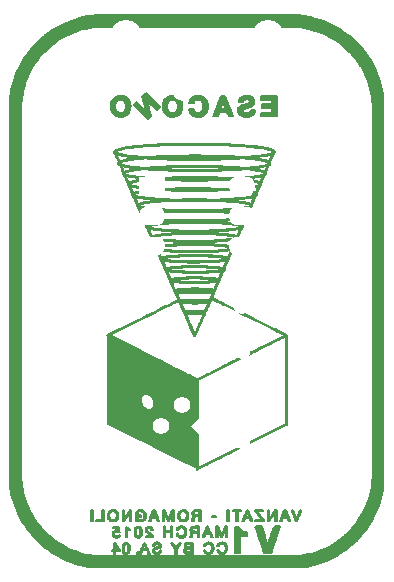
<source format=gbr>
G04 #@! TF.FileFunction,Legend,Bot*
%FSLAX46Y46*%
G04 Gerber Fmt 4.6, Leading zero omitted, Abs format (unit mm)*
G04 Created by KiCad (PCBNEW (2015-02-23 BZR 5449)-product) date Venerdì 13 Marzo 2015 10:16:28*
%MOMM*%
G01*
G04 APERTURE LIST*
%ADD10C,0.020000*%
%ADD11C,0.150000*%
%ADD12C,1.397000*%
%ADD13C,1.524000*%
%ADD14C,2.700020*%
%ADD15R,2.032000X2.032000*%
%ADD16O,2.032000X2.032000*%
%ADD17R,1.397000X1.397000*%
%ADD18R,2.286000X1.574800*%
%ADD19O,2.286000X1.574800*%
%ADD20C,1.676400*%
%ADD21R,2.032000X1.727200*%
%ADD22O,2.032000X1.727200*%
%ADD23R,1.727200X2.032000*%
%ADD24O,1.727200X2.032000*%
G04 APERTURE END LIST*
D10*
D11*
G36*
X210108800Y-78866868D02*
X210079165Y-79041169D01*
X210009971Y-79397822D01*
X209924453Y-79750401D01*
X209822836Y-80098400D01*
X209705348Y-80441327D01*
X209572213Y-80778677D01*
X209423660Y-81109955D01*
X209259913Y-81434662D01*
X209193311Y-81553038D01*
X209193311Y-54831233D01*
X209193306Y-54360632D01*
X209193290Y-53905124D01*
X209193265Y-53464580D01*
X209193227Y-53038867D01*
X209193182Y-52627856D01*
X209193125Y-52231411D01*
X209193059Y-51849406D01*
X209192980Y-51481705D01*
X209192892Y-51128180D01*
X209192792Y-50788699D01*
X209192685Y-50463129D01*
X209192566Y-50151339D01*
X209192434Y-49853198D01*
X209192294Y-49568576D01*
X209192141Y-49297342D01*
X209191978Y-49039361D01*
X209191804Y-48794505D01*
X209191619Y-48562640D01*
X209191424Y-48343638D01*
X209191218Y-48137366D01*
X209191000Y-47943690D01*
X209190771Y-47762483D01*
X209190531Y-47593611D01*
X209190280Y-47436944D01*
X209190017Y-47292349D01*
X209189743Y-47159697D01*
X209189457Y-47038853D01*
X209189160Y-46929690D01*
X209188851Y-46832074D01*
X209188531Y-46745874D01*
X209188200Y-46670958D01*
X209187855Y-46607195D01*
X209187501Y-46554457D01*
X209187133Y-46512608D01*
X209186755Y-46481518D01*
X209186364Y-46461056D01*
X209186050Y-46452366D01*
X209157730Y-46108450D01*
X209112890Y-45767771D01*
X209051682Y-45430806D01*
X208974255Y-45098023D01*
X208880758Y-44769894D01*
X208771342Y-44446892D01*
X208646159Y-44129490D01*
X208505356Y-43818158D01*
X208349087Y-43513367D01*
X208177498Y-43215592D01*
X208131976Y-43141900D01*
X207953507Y-42871937D01*
X207760037Y-42607588D01*
X207553025Y-42350514D01*
X207333936Y-42102374D01*
X207104234Y-41864832D01*
X206865381Y-41639548D01*
X206632049Y-41438984D01*
X206407104Y-41262580D01*
X206170621Y-41092465D01*
X205925939Y-40930780D01*
X205676398Y-40779667D01*
X205425335Y-40641259D01*
X205244447Y-40550168D01*
X204942085Y-40412425D01*
X204637333Y-40290268D01*
X204329068Y-40183396D01*
X204016169Y-40091507D01*
X203697512Y-40014304D01*
X203371975Y-39951480D01*
X203038435Y-39902740D01*
X202696233Y-39867820D01*
X202679967Y-39867188D01*
X202647217Y-39866574D01*
X202598434Y-39865977D01*
X202534062Y-39865397D01*
X202454550Y-39864834D01*
X202360346Y-39864289D01*
X202251896Y-39863757D01*
X202129646Y-39863244D01*
X201994046Y-39862748D01*
X201845542Y-39862267D01*
X201684579Y-39861805D01*
X201511609Y-39861360D01*
X201327076Y-39860932D01*
X201131426Y-39860518D01*
X200925109Y-39860123D01*
X200708572Y-39859744D01*
X200482261Y-39859381D01*
X200246623Y-39859036D01*
X200002107Y-39858708D01*
X199749158Y-39858397D01*
X199488225Y-39858101D01*
X199219755Y-39857823D01*
X198944194Y-39857562D01*
X198661990Y-39857317D01*
X198373591Y-39857090D01*
X198079443Y-39856879D01*
X197779994Y-39856684D01*
X197475691Y-39856507D01*
X197166981Y-39856347D01*
X196854312Y-39856204D01*
X196538130Y-39856078D01*
X196218883Y-39855967D01*
X195897018Y-39855874D01*
X195572983Y-39855800D01*
X195247224Y-39855740D01*
X194920189Y-39855698D01*
X194592325Y-39855671D01*
X194264079Y-39855664D01*
X193935899Y-39855671D01*
X193608231Y-39855698D01*
X193281524Y-39855738D01*
X192956223Y-39855797D01*
X192632777Y-39855874D01*
X192311633Y-39855965D01*
X191993238Y-39856076D01*
X191678038Y-39856202D01*
X191366482Y-39856347D01*
X191059016Y-39856507D01*
X190756089Y-39856682D01*
X190458146Y-39856877D01*
X190165636Y-39857087D01*
X189879004Y-39857316D01*
X189598700Y-39857560D01*
X189325170Y-39857823D01*
X189058860Y-39858101D01*
X188800219Y-39858397D01*
X188549694Y-39858710D01*
X188307731Y-39859040D01*
X188074779Y-39859385D01*
X187851284Y-39859750D01*
X187637693Y-39860129D01*
X187434454Y-39860527D01*
X187242014Y-39860940D01*
X187060821Y-39861372D01*
X186891321Y-39861820D01*
X186733961Y-39862284D01*
X186589189Y-39862767D01*
X186457453Y-39863266D01*
X186339199Y-39863783D01*
X186234874Y-39864315D01*
X186144927Y-39864865D01*
X186069803Y-39865433D01*
X186009950Y-39866017D01*
X185965817Y-39866616D01*
X185937848Y-39867234D01*
X185928000Y-39867688D01*
X185594054Y-39901860D01*
X185270573Y-39948412D01*
X184956122Y-40007681D01*
X184649262Y-40080002D01*
X184348554Y-40165717D01*
X184052563Y-40265154D01*
X183777466Y-40371396D01*
X183464070Y-40509203D01*
X183158356Y-40661936D01*
X182860840Y-40829174D01*
X182572035Y-41010500D01*
X182292459Y-41205496D01*
X182022625Y-41413743D01*
X181763050Y-41634825D01*
X181514246Y-41868320D01*
X181276733Y-42113816D01*
X181051022Y-42370888D01*
X180837629Y-42639122D01*
X180637070Y-42918100D01*
X180634572Y-42921767D01*
X180453614Y-43201766D01*
X180285647Y-43491389D01*
X180131399Y-43789122D01*
X179991595Y-44093443D01*
X179866964Y-44402838D01*
X179758232Y-44715785D01*
X179726349Y-44818299D01*
X179657143Y-45061990D01*
X179597645Y-45303544D01*
X179547208Y-45546439D01*
X179505192Y-45794137D01*
X179470948Y-46050107D01*
X179443833Y-46317820D01*
X179440689Y-46355000D01*
X179440236Y-46368941D01*
X179439791Y-46399493D01*
X179439354Y-46446334D01*
X179438929Y-46509144D01*
X179438511Y-46587600D01*
X179438100Y-46681383D01*
X179437701Y-46790165D01*
X179437309Y-46913629D01*
X179436925Y-47051452D01*
X179436551Y-47203312D01*
X179436184Y-47368888D01*
X179435827Y-47547858D01*
X179435479Y-47739900D01*
X179435139Y-47944691D01*
X179434807Y-48161910D01*
X179434484Y-48391238D01*
X179434171Y-48632349D01*
X179433866Y-48884924D01*
X179433569Y-49148640D01*
X179433281Y-49423174D01*
X179433003Y-49708208D01*
X179432732Y-50003416D01*
X179432470Y-50308478D01*
X179432217Y-50623073D01*
X179431973Y-50946879D01*
X179431737Y-51279574D01*
X179431510Y-51620835D01*
X179431292Y-51970341D01*
X179431083Y-52327771D01*
X179430882Y-52692802D01*
X179430689Y-53065114D01*
X179430506Y-53444383D01*
X179430331Y-53830288D01*
X179430165Y-54222508D01*
X179430007Y-54620721D01*
X179429858Y-55024604D01*
X179429719Y-55433837D01*
X179429588Y-55848097D01*
X179429464Y-56267063D01*
X179429349Y-56690412D01*
X179429245Y-57117824D01*
X179429148Y-57548975D01*
X179429060Y-57983545D01*
X179428980Y-58421212D01*
X179428910Y-58861653D01*
X179428849Y-59304547D01*
X179428795Y-59749573D01*
X179428752Y-60196408D01*
X179428715Y-60644732D01*
X179428688Y-61094220D01*
X179428669Y-61544553D01*
X179428660Y-61995409D01*
X179428658Y-62446465D01*
X179428666Y-62897400D01*
X179428683Y-63347892D01*
X179428708Y-63797619D01*
X179428741Y-64246259D01*
X179428784Y-64693491D01*
X179428835Y-65138993D01*
X179428895Y-65582443D01*
X179428963Y-66023520D01*
X179429040Y-66461901D01*
X179429125Y-66897265D01*
X179429220Y-67329289D01*
X179429324Y-67757653D01*
X179429435Y-68182035D01*
X179429555Y-68602111D01*
X179429685Y-69017562D01*
X179429822Y-69428064D01*
X179429969Y-69833297D01*
X179430125Y-70232939D01*
X179430290Y-70626668D01*
X179430462Y-71014161D01*
X179430644Y-71395096D01*
X179430832Y-71769154D01*
X179431033Y-72136012D01*
X179431241Y-72495346D01*
X179431455Y-72846837D01*
X179431679Y-73190161D01*
X179431913Y-73524999D01*
X179432156Y-73851027D01*
X179432408Y-74167924D01*
X179432667Y-74475368D01*
X179432935Y-74773037D01*
X179433212Y-75060610D01*
X179433497Y-75337765D01*
X179433792Y-75604179D01*
X179434095Y-75859532D01*
X179434407Y-76103502D01*
X179434727Y-76335764D01*
X179435056Y-76556001D01*
X179435394Y-76763888D01*
X179435740Y-76959105D01*
X179436096Y-77141329D01*
X179436459Y-77310238D01*
X179436833Y-77465512D01*
X179437213Y-77606828D01*
X179437604Y-77733863D01*
X179438001Y-77846300D01*
X179438408Y-77943811D01*
X179438825Y-78026077D01*
X179439250Y-78092776D01*
X179439683Y-78143587D01*
X179440125Y-78178187D01*
X179440575Y-78196255D01*
X179440689Y-78198134D01*
X179469801Y-78491875D01*
X179507763Y-78773736D01*
X179555122Y-79046597D01*
X179612417Y-79313330D01*
X179680192Y-79576813D01*
X179737890Y-79772934D01*
X179846354Y-80094681D01*
X179970251Y-80409953D01*
X180109159Y-80718232D01*
X180262660Y-81019005D01*
X180430333Y-81311749D01*
X180611760Y-81595953D01*
X180806521Y-81871100D01*
X181014199Y-82136672D01*
X181234372Y-82392151D01*
X181466622Y-82637024D01*
X181710531Y-82870774D01*
X181965678Y-83092883D01*
X182231644Y-83302836D01*
X182508011Y-83500115D01*
X182794358Y-83684206D01*
X183019700Y-83815703D01*
X183323771Y-83975968D01*
X183633935Y-84120453D01*
X183950001Y-84249108D01*
X184271782Y-84361876D01*
X184599089Y-84458703D01*
X184931732Y-84539538D01*
X185269522Y-84604325D01*
X185612271Y-84653012D01*
X185959789Y-84685545D01*
X186118500Y-84694940D01*
X186129223Y-84695052D01*
X186156512Y-84695160D01*
X186200001Y-84695263D01*
X186259323Y-84695366D01*
X186334110Y-84695464D01*
X186423997Y-84695557D01*
X186528615Y-84695649D01*
X186647599Y-84695738D01*
X186780582Y-84695822D01*
X186927195Y-84695900D01*
X187087074Y-84695979D01*
X187259851Y-84696053D01*
X187445158Y-84696122D01*
X187642629Y-84696187D01*
X187851898Y-84696248D01*
X188072597Y-84696305D01*
X188304360Y-84696358D01*
X188546819Y-84696406D01*
X188799608Y-84696450D01*
X189062360Y-84696490D01*
X189334708Y-84696526D01*
X189616285Y-84696557D01*
X189906724Y-84696583D01*
X190205659Y-84696606D01*
X190512722Y-84696623D01*
X190827548Y-84696635D01*
X191149768Y-84696642D01*
X191479016Y-84696646D01*
X191814925Y-84696642D01*
X192157129Y-84696637D01*
X192505259Y-84696625D01*
X192858951Y-84696606D01*
X193217836Y-84696583D01*
X193581548Y-84696557D01*
X193949720Y-84696522D01*
X194321984Y-84696484D01*
X194386200Y-84696476D01*
X194836088Y-84696425D01*
X195269360Y-84696372D01*
X195686335Y-84696316D01*
X196087329Y-84696259D01*
X196472660Y-84696200D01*
X196842647Y-84696137D01*
X197197607Y-84696070D01*
X197537857Y-84696000D01*
X197863716Y-84695923D01*
X198175500Y-84695841D01*
X198473528Y-84695755D01*
X198758117Y-84695660D01*
X199029585Y-84695557D01*
X199288251Y-84695448D01*
X199534430Y-84695330D01*
X199768442Y-84695204D01*
X199990603Y-84695067D01*
X200201232Y-84694918D01*
X200400646Y-84694762D01*
X200589163Y-84694590D01*
X200767101Y-84694410D01*
X200934777Y-84694214D01*
X201092509Y-84694008D01*
X201240615Y-84693787D01*
X201379411Y-84693550D01*
X201509218Y-84693300D01*
X201630351Y-84693036D01*
X201743128Y-84692753D01*
X201847868Y-84692456D01*
X201944888Y-84692140D01*
X202034505Y-84691805D01*
X202117037Y-84691452D01*
X202192803Y-84691082D01*
X202262119Y-84690691D01*
X202325303Y-84690280D01*
X202382674Y-84689848D01*
X202434548Y-84689394D01*
X202481244Y-84688920D01*
X202523079Y-84688424D01*
X202560370Y-84687903D01*
X202593437Y-84687357D01*
X202622594Y-84686789D01*
X202648163Y-84686196D01*
X202670459Y-84685578D01*
X202689801Y-84684931D01*
X202706505Y-84684260D01*
X202720891Y-84683562D01*
X202733274Y-84682835D01*
X202743973Y-84682080D01*
X202753308Y-84681296D01*
X202755500Y-84681092D01*
X203088655Y-84643250D01*
X203410509Y-84593811D01*
X203722458Y-84532380D01*
X204025897Y-84458558D01*
X204322221Y-84371956D01*
X204612827Y-84272180D01*
X204899109Y-84158831D01*
X205182463Y-84031520D01*
X205354766Y-83946680D01*
X205657569Y-83783680D01*
X205948891Y-83608445D01*
X206229525Y-83420405D01*
X206500262Y-83218995D01*
X206761893Y-83003643D01*
X207015210Y-82773787D01*
X207089206Y-82702400D01*
X207329632Y-82455552D01*
X207556724Y-82198561D01*
X207770238Y-81931933D01*
X207969920Y-81656167D01*
X208155523Y-81371760D01*
X208326802Y-81079213D01*
X208483503Y-80779025D01*
X208625381Y-80471697D01*
X208752187Y-80157729D01*
X208863671Y-79837616D01*
X208959585Y-79511864D01*
X209039680Y-79180970D01*
X209103709Y-78845435D01*
X209143082Y-78574900D01*
X209150329Y-78515383D01*
X209158343Y-78446549D01*
X209166268Y-78375927D01*
X209173246Y-78311059D01*
X209174858Y-78295500D01*
X209175443Y-78289240D01*
X209176015Y-78281888D01*
X209176568Y-78273211D01*
X209177108Y-78262986D01*
X209177635Y-78250983D01*
X209178144Y-78236973D01*
X209178642Y-78220732D01*
X209179123Y-78202031D01*
X209179594Y-78180641D01*
X209180050Y-78156336D01*
X209180493Y-78128890D01*
X209180923Y-78098071D01*
X209181340Y-78063654D01*
X209181744Y-78025412D01*
X209182137Y-77983116D01*
X209182518Y-77936540D01*
X209182887Y-77885455D01*
X209183245Y-77829634D01*
X209183591Y-77768849D01*
X209183927Y-77702873D01*
X209184252Y-77631477D01*
X209184567Y-77554435D01*
X209184872Y-77471519D01*
X209185166Y-77382502D01*
X209185452Y-77287155D01*
X209185728Y-77185252D01*
X209185994Y-77076563D01*
X209186251Y-76960864D01*
X209186501Y-76837924D01*
X209186742Y-76707518D01*
X209186974Y-76569415D01*
X209187200Y-76423392D01*
X209187417Y-76269217D01*
X209187627Y-76106665D01*
X209187831Y-75935508D01*
X209188026Y-75755518D01*
X209188215Y-75566469D01*
X209188398Y-75368132D01*
X209188575Y-75160278D01*
X209188748Y-74942682D01*
X209188912Y-74715114D01*
X209189072Y-74477349D01*
X209189229Y-74229157D01*
X209189377Y-73970313D01*
X209189524Y-73700587D01*
X209189666Y-73419753D01*
X209189804Y-73127581D01*
X209189936Y-72823846D01*
X209190068Y-72508320D01*
X209190194Y-72180775D01*
X209190318Y-71840984D01*
X209190438Y-71488719D01*
X209190557Y-71123751D01*
X209190673Y-70745853D01*
X209190788Y-70354800D01*
X209190899Y-69950361D01*
X209191010Y-69532310D01*
X209191119Y-69100420D01*
X209191228Y-68654462D01*
X209191335Y-68194210D01*
X209191442Y-67719435D01*
X209191549Y-67229910D01*
X209191656Y-66725407D01*
X209191763Y-66205699D01*
X209191869Y-65670558D01*
X209191978Y-65119757D01*
X209192088Y-64553067D01*
X209192197Y-63970262D01*
X209192309Y-63371114D01*
X209192423Y-62755395D01*
X209192490Y-62382400D01*
X209192611Y-61703619D01*
X209192723Y-61041640D01*
X209192825Y-60396332D01*
X209192917Y-59767563D01*
X209193000Y-59155202D01*
X209193074Y-58559117D01*
X209193136Y-57979177D01*
X209193191Y-57415252D01*
X209193234Y-56867209D01*
X209193268Y-56334917D01*
X209193293Y-55818244D01*
X209193307Y-55317060D01*
X209193311Y-54831233D01*
X209193311Y-81553038D01*
X209081200Y-81752299D01*
X208887746Y-82062367D01*
X208679779Y-82364365D01*
X208457524Y-82657800D01*
X208412905Y-82713524D01*
X208311124Y-82836110D01*
X208199694Y-82964192D01*
X208081342Y-83094906D01*
X207958801Y-83225396D01*
X207834797Y-83352795D01*
X207712063Y-83474247D01*
X207593328Y-83586892D01*
X207492600Y-83677970D01*
X207205070Y-83920140D01*
X206909875Y-84147213D01*
X206606992Y-84359202D01*
X206296399Y-84556122D01*
X205978070Y-84737982D01*
X205651982Y-84904800D01*
X205318112Y-85056590D01*
X204976437Y-85193366D01*
X204728234Y-85281657D01*
X204457021Y-85368077D01*
X204187286Y-85443383D01*
X203914131Y-85508797D01*
X203632660Y-85565545D01*
X203498340Y-85589196D01*
X203345568Y-85614933D01*
X194304467Y-85614330D01*
X185263367Y-85613728D01*
X185098267Y-85585267D01*
X184735783Y-85514280D01*
X184378584Y-85427311D01*
X184027098Y-85324600D01*
X183681748Y-85206387D01*
X183342957Y-85072909D01*
X183011151Y-84924408D01*
X182686755Y-84761124D01*
X182370192Y-84583290D01*
X182061888Y-84391152D01*
X181762268Y-84184947D01*
X181471754Y-83964913D01*
X181190773Y-83731293D01*
X180919749Y-83484320D01*
X180659106Y-83224238D01*
X180409269Y-82951287D01*
X180395266Y-82935235D01*
X180160042Y-82652117D01*
X179938693Y-82359572D01*
X179731452Y-82058094D01*
X179538552Y-81748183D01*
X179360227Y-81430335D01*
X179196711Y-81105048D01*
X179048235Y-80772820D01*
X178915036Y-80434147D01*
X178797345Y-80089531D01*
X178695394Y-79739466D01*
X178609420Y-79384453D01*
X178539655Y-79024985D01*
X178527882Y-78953923D01*
X178527236Y-78949820D01*
X178526609Y-78945473D01*
X178525999Y-78940655D01*
X178525404Y-78935150D01*
X178524826Y-78928732D01*
X178524262Y-78921181D01*
X178523715Y-78912270D01*
X178523183Y-78901782D01*
X178522667Y-78889492D01*
X178522166Y-78875178D01*
X178521680Y-78858618D01*
X178521207Y-78839590D01*
X178520752Y-78817872D01*
X178520307Y-78793238D01*
X178519879Y-78765471D01*
X178519462Y-78734345D01*
X178519061Y-78699639D01*
X178518672Y-78661131D01*
X178518296Y-78618600D01*
X178517933Y-78571818D01*
X178517582Y-78520570D01*
X178517245Y-78464627D01*
X178516919Y-78403770D01*
X178516604Y-78337780D01*
X178516302Y-78266428D01*
X178516012Y-78189497D01*
X178515731Y-78106762D01*
X178515464Y-78018002D01*
X178515206Y-77922993D01*
X178514959Y-77821513D01*
X178514722Y-77713340D01*
X178514495Y-77598254D01*
X178514279Y-77476028D01*
X178514073Y-77346445D01*
X178513875Y-77209277D01*
X178513687Y-77064307D01*
X178513508Y-76911310D01*
X178513337Y-76750062D01*
X178513176Y-76580345D01*
X178513021Y-76401933D01*
X178512876Y-76214604D01*
X178512739Y-76018137D01*
X178512609Y-75812312D01*
X178512487Y-75596900D01*
X178512373Y-75371686D01*
X178512265Y-75136443D01*
X178512164Y-74890950D01*
X178512069Y-74634984D01*
X178511982Y-74368324D01*
X178511900Y-74090746D01*
X178511823Y-73802030D01*
X178511754Y-73501952D01*
X178511689Y-73190290D01*
X178511630Y-72866821D01*
X178511574Y-72531324D01*
X178511526Y-72183576D01*
X178511480Y-71823354D01*
X178511439Y-71450437D01*
X178511403Y-71064601D01*
X178511370Y-70665625D01*
X178511342Y-70253288D01*
X178511315Y-69827364D01*
X178511294Y-69387634D01*
X178511274Y-68933874D01*
X178511258Y-68465862D01*
X178511243Y-67983375D01*
X178511233Y-67486192D01*
X178511223Y-66974090D01*
X178511216Y-66446847D01*
X178511210Y-65904240D01*
X178511207Y-65346047D01*
X178511204Y-64772046D01*
X178511200Y-64182014D01*
X178511200Y-63575729D01*
X178511200Y-62952969D01*
X178511200Y-62313511D01*
X178511200Y-62274430D01*
X178511200Y-45698512D01*
X178536794Y-45546273D01*
X178605665Y-45187047D01*
X178690434Y-44833107D01*
X178790774Y-44484887D01*
X178906364Y-44142820D01*
X179036875Y-43807337D01*
X179181986Y-43478873D01*
X179341372Y-43157855D01*
X179514707Y-42844720D01*
X179701665Y-42539895D01*
X179901925Y-42243817D01*
X180115159Y-41956915D01*
X180341046Y-41679625D01*
X180579255Y-41412375D01*
X180829467Y-41155598D01*
X181091357Y-40909730D01*
X181364598Y-40675196D01*
X181648865Y-40452437D01*
X181943835Y-40241877D01*
X182249182Y-40043953D01*
X182564583Y-39859095D01*
X182889713Y-39687737D01*
X182966927Y-39649750D01*
X183300025Y-39497345D01*
X183638127Y-39361110D01*
X183981260Y-39241036D01*
X184329453Y-39137114D01*
X184682732Y-39049340D01*
X185041125Y-38977704D01*
X185404661Y-38922200D01*
X185769155Y-38883175D01*
X185788925Y-38881512D01*
X185808552Y-38879912D01*
X185828362Y-38878373D01*
X185848678Y-38876890D01*
X185869828Y-38875468D01*
X185892135Y-38874102D01*
X185915925Y-38872794D01*
X185941523Y-38871539D01*
X185969254Y-38870339D01*
X185999444Y-38869193D01*
X186032416Y-38868096D01*
X186068497Y-38867053D01*
X186108012Y-38866059D01*
X186151285Y-38865113D01*
X186198642Y-38864216D01*
X186250408Y-38863366D01*
X186306908Y-38862563D01*
X186368466Y-38861802D01*
X186435410Y-38861086D01*
X186508062Y-38860413D01*
X186586749Y-38859782D01*
X186671795Y-38859192D01*
X186763526Y-38858641D01*
X186862268Y-38858128D01*
X186968343Y-38857653D01*
X187082078Y-38857216D01*
X187203800Y-38856812D01*
X187333830Y-38856446D01*
X187472497Y-38856110D01*
X187620124Y-38855807D01*
X187777036Y-38855538D01*
X187943560Y-38855296D01*
X188120019Y-38855086D01*
X188306739Y-38854903D01*
X188504045Y-38854746D01*
X188712262Y-38854617D01*
X188931715Y-38854512D01*
X189162731Y-38854432D01*
X189405632Y-38854376D01*
X189660745Y-38854340D01*
X189928394Y-38854327D01*
X190208906Y-38854332D01*
X190502604Y-38854357D01*
X190809814Y-38854401D01*
X191130862Y-38854462D01*
X191466072Y-38854538D01*
X191815770Y-38854628D01*
X192180280Y-38854733D01*
X192559927Y-38854851D01*
X192955037Y-38854979D01*
X193365936Y-38855118D01*
X193792947Y-38855269D01*
X194236396Y-38855427D01*
X194475100Y-38855513D01*
X194921847Y-38855675D01*
X195351981Y-38855835D01*
X195765824Y-38855992D01*
X196163695Y-38856148D01*
X196545915Y-38856303D01*
X196912806Y-38856457D01*
X197264687Y-38856612D01*
X197601879Y-38856768D01*
X197924704Y-38856926D01*
X198233481Y-38857087D01*
X198528532Y-38857249D01*
X198810176Y-38857415D01*
X199078735Y-38857586D01*
X199334530Y-38857764D01*
X199577880Y-38857945D01*
X199809108Y-38858132D01*
X200028533Y-38858330D01*
X200236475Y-38858532D01*
X200433256Y-38858744D01*
X200619197Y-38858963D01*
X200794618Y-38859194D01*
X200959839Y-38859436D01*
X201115182Y-38859688D01*
X201260967Y-38859953D01*
X201397514Y-38860230D01*
X201525146Y-38860518D01*
X201644180Y-38860821D01*
X201754940Y-38861138D01*
X201857746Y-38861474D01*
X201952916Y-38861820D01*
X202040774Y-38862185D01*
X202121639Y-38862568D01*
X202195832Y-38862969D01*
X202263674Y-38863387D01*
X202325486Y-38863823D01*
X202381588Y-38864281D01*
X202432299Y-38864760D01*
X202477943Y-38865258D01*
X202518838Y-38865780D01*
X202555306Y-38866324D01*
X202587669Y-38866890D01*
X202616244Y-38867480D01*
X202641354Y-38868096D01*
X202663320Y-38868737D01*
X202682462Y-38869400D01*
X202699101Y-38870095D01*
X202713558Y-38870814D01*
X202726151Y-38871560D01*
X202737204Y-38872338D01*
X202742800Y-38872780D01*
X202996923Y-38896513D01*
X203237743Y-38924800D01*
X203468410Y-38958205D01*
X203692079Y-38997292D01*
X203911902Y-39042626D01*
X204131032Y-39094773D01*
X204352620Y-39154294D01*
X204414967Y-39172192D01*
X204759120Y-39281071D01*
X205099015Y-39406067D01*
X205433647Y-39546683D01*
X205762005Y-39702412D01*
X206083086Y-39872757D01*
X206395880Y-40057219D01*
X206699383Y-40255295D01*
X206942266Y-40428751D01*
X207234057Y-40656054D01*
X207513890Y-40895012D01*
X207781487Y-41145184D01*
X208036581Y-41406128D01*
X208278893Y-41677400D01*
X208508155Y-41958558D01*
X208724090Y-42249161D01*
X208926426Y-42548764D01*
X209114891Y-42856926D01*
X209289208Y-43173203D01*
X209449109Y-43497155D01*
X209594317Y-43828340D01*
X209724560Y-44166310D01*
X209839564Y-44510628D01*
X209939056Y-44860850D01*
X210022764Y-45216532D01*
X210078797Y-45508269D01*
X210108800Y-45681770D01*
X210108800Y-62274319D01*
X210108800Y-78866868D01*
X210108800Y-78866868D01*
X210108800Y-78866868D01*
G37*
X210108800Y-78866868D02*
X210079165Y-79041169D01*
X210009971Y-79397822D01*
X209924453Y-79750401D01*
X209822836Y-80098400D01*
X209705348Y-80441327D01*
X209572213Y-80778677D01*
X209423660Y-81109955D01*
X209259913Y-81434662D01*
X209193311Y-81553038D01*
X209193311Y-54831233D01*
X209193306Y-54360632D01*
X209193290Y-53905124D01*
X209193265Y-53464580D01*
X209193227Y-53038867D01*
X209193182Y-52627856D01*
X209193125Y-52231411D01*
X209193059Y-51849406D01*
X209192980Y-51481705D01*
X209192892Y-51128180D01*
X209192792Y-50788699D01*
X209192685Y-50463129D01*
X209192566Y-50151339D01*
X209192434Y-49853198D01*
X209192294Y-49568576D01*
X209192141Y-49297342D01*
X209191978Y-49039361D01*
X209191804Y-48794505D01*
X209191619Y-48562640D01*
X209191424Y-48343638D01*
X209191218Y-48137366D01*
X209191000Y-47943690D01*
X209190771Y-47762483D01*
X209190531Y-47593611D01*
X209190280Y-47436944D01*
X209190017Y-47292349D01*
X209189743Y-47159697D01*
X209189457Y-47038853D01*
X209189160Y-46929690D01*
X209188851Y-46832074D01*
X209188531Y-46745874D01*
X209188200Y-46670958D01*
X209187855Y-46607195D01*
X209187501Y-46554457D01*
X209187133Y-46512608D01*
X209186755Y-46481518D01*
X209186364Y-46461056D01*
X209186050Y-46452366D01*
X209157730Y-46108450D01*
X209112890Y-45767771D01*
X209051682Y-45430806D01*
X208974255Y-45098023D01*
X208880758Y-44769894D01*
X208771342Y-44446892D01*
X208646159Y-44129490D01*
X208505356Y-43818158D01*
X208349087Y-43513367D01*
X208177498Y-43215592D01*
X208131976Y-43141900D01*
X207953507Y-42871937D01*
X207760037Y-42607588D01*
X207553025Y-42350514D01*
X207333936Y-42102374D01*
X207104234Y-41864832D01*
X206865381Y-41639548D01*
X206632049Y-41438984D01*
X206407104Y-41262580D01*
X206170621Y-41092465D01*
X205925939Y-40930780D01*
X205676398Y-40779667D01*
X205425335Y-40641259D01*
X205244447Y-40550168D01*
X204942085Y-40412425D01*
X204637333Y-40290268D01*
X204329068Y-40183396D01*
X204016169Y-40091507D01*
X203697512Y-40014304D01*
X203371975Y-39951480D01*
X203038435Y-39902740D01*
X202696233Y-39867820D01*
X202679967Y-39867188D01*
X202647217Y-39866574D01*
X202598434Y-39865977D01*
X202534062Y-39865397D01*
X202454550Y-39864834D01*
X202360346Y-39864289D01*
X202251896Y-39863757D01*
X202129646Y-39863244D01*
X201994046Y-39862748D01*
X201845542Y-39862267D01*
X201684579Y-39861805D01*
X201511609Y-39861360D01*
X201327076Y-39860932D01*
X201131426Y-39860518D01*
X200925109Y-39860123D01*
X200708572Y-39859744D01*
X200482261Y-39859381D01*
X200246623Y-39859036D01*
X200002107Y-39858708D01*
X199749158Y-39858397D01*
X199488225Y-39858101D01*
X199219755Y-39857823D01*
X198944194Y-39857562D01*
X198661990Y-39857317D01*
X198373591Y-39857090D01*
X198079443Y-39856879D01*
X197779994Y-39856684D01*
X197475691Y-39856507D01*
X197166981Y-39856347D01*
X196854312Y-39856204D01*
X196538130Y-39856078D01*
X196218883Y-39855967D01*
X195897018Y-39855874D01*
X195572983Y-39855800D01*
X195247224Y-39855740D01*
X194920189Y-39855698D01*
X194592325Y-39855671D01*
X194264079Y-39855664D01*
X193935899Y-39855671D01*
X193608231Y-39855698D01*
X193281524Y-39855738D01*
X192956223Y-39855797D01*
X192632777Y-39855874D01*
X192311633Y-39855965D01*
X191993238Y-39856076D01*
X191678038Y-39856202D01*
X191366482Y-39856347D01*
X191059016Y-39856507D01*
X190756089Y-39856682D01*
X190458146Y-39856877D01*
X190165636Y-39857087D01*
X189879004Y-39857316D01*
X189598700Y-39857560D01*
X189325170Y-39857823D01*
X189058860Y-39858101D01*
X188800219Y-39858397D01*
X188549694Y-39858710D01*
X188307731Y-39859040D01*
X188074779Y-39859385D01*
X187851284Y-39859750D01*
X187637693Y-39860129D01*
X187434454Y-39860527D01*
X187242014Y-39860940D01*
X187060821Y-39861372D01*
X186891321Y-39861820D01*
X186733961Y-39862284D01*
X186589189Y-39862767D01*
X186457453Y-39863266D01*
X186339199Y-39863783D01*
X186234874Y-39864315D01*
X186144927Y-39864865D01*
X186069803Y-39865433D01*
X186009950Y-39866017D01*
X185965817Y-39866616D01*
X185937848Y-39867234D01*
X185928000Y-39867688D01*
X185594054Y-39901860D01*
X185270573Y-39948412D01*
X184956122Y-40007681D01*
X184649262Y-40080002D01*
X184348554Y-40165717D01*
X184052563Y-40265154D01*
X183777466Y-40371396D01*
X183464070Y-40509203D01*
X183158356Y-40661936D01*
X182860840Y-40829174D01*
X182572035Y-41010500D01*
X182292459Y-41205496D01*
X182022625Y-41413743D01*
X181763050Y-41634825D01*
X181514246Y-41868320D01*
X181276733Y-42113816D01*
X181051022Y-42370888D01*
X180837629Y-42639122D01*
X180637070Y-42918100D01*
X180634572Y-42921767D01*
X180453614Y-43201766D01*
X180285647Y-43491389D01*
X180131399Y-43789122D01*
X179991595Y-44093443D01*
X179866964Y-44402838D01*
X179758232Y-44715785D01*
X179726349Y-44818299D01*
X179657143Y-45061990D01*
X179597645Y-45303544D01*
X179547208Y-45546439D01*
X179505192Y-45794137D01*
X179470948Y-46050107D01*
X179443833Y-46317820D01*
X179440689Y-46355000D01*
X179440236Y-46368941D01*
X179439791Y-46399493D01*
X179439354Y-46446334D01*
X179438929Y-46509144D01*
X179438511Y-46587600D01*
X179438100Y-46681383D01*
X179437701Y-46790165D01*
X179437309Y-46913629D01*
X179436925Y-47051452D01*
X179436551Y-47203312D01*
X179436184Y-47368888D01*
X179435827Y-47547858D01*
X179435479Y-47739900D01*
X179435139Y-47944691D01*
X179434807Y-48161910D01*
X179434484Y-48391238D01*
X179434171Y-48632349D01*
X179433866Y-48884924D01*
X179433569Y-49148640D01*
X179433281Y-49423174D01*
X179433003Y-49708208D01*
X179432732Y-50003416D01*
X179432470Y-50308478D01*
X179432217Y-50623073D01*
X179431973Y-50946879D01*
X179431737Y-51279574D01*
X179431510Y-51620835D01*
X179431292Y-51970341D01*
X179431083Y-52327771D01*
X179430882Y-52692802D01*
X179430689Y-53065114D01*
X179430506Y-53444383D01*
X179430331Y-53830288D01*
X179430165Y-54222508D01*
X179430007Y-54620721D01*
X179429858Y-55024604D01*
X179429719Y-55433837D01*
X179429588Y-55848097D01*
X179429464Y-56267063D01*
X179429349Y-56690412D01*
X179429245Y-57117824D01*
X179429148Y-57548975D01*
X179429060Y-57983545D01*
X179428980Y-58421212D01*
X179428910Y-58861653D01*
X179428849Y-59304547D01*
X179428795Y-59749573D01*
X179428752Y-60196408D01*
X179428715Y-60644732D01*
X179428688Y-61094220D01*
X179428669Y-61544553D01*
X179428660Y-61995409D01*
X179428658Y-62446465D01*
X179428666Y-62897400D01*
X179428683Y-63347892D01*
X179428708Y-63797619D01*
X179428741Y-64246259D01*
X179428784Y-64693491D01*
X179428835Y-65138993D01*
X179428895Y-65582443D01*
X179428963Y-66023520D01*
X179429040Y-66461901D01*
X179429125Y-66897265D01*
X179429220Y-67329289D01*
X179429324Y-67757653D01*
X179429435Y-68182035D01*
X179429555Y-68602111D01*
X179429685Y-69017562D01*
X179429822Y-69428064D01*
X179429969Y-69833297D01*
X179430125Y-70232939D01*
X179430290Y-70626668D01*
X179430462Y-71014161D01*
X179430644Y-71395096D01*
X179430832Y-71769154D01*
X179431033Y-72136012D01*
X179431241Y-72495346D01*
X179431455Y-72846837D01*
X179431679Y-73190161D01*
X179431913Y-73524999D01*
X179432156Y-73851027D01*
X179432408Y-74167924D01*
X179432667Y-74475368D01*
X179432935Y-74773037D01*
X179433212Y-75060610D01*
X179433497Y-75337765D01*
X179433792Y-75604179D01*
X179434095Y-75859532D01*
X179434407Y-76103502D01*
X179434727Y-76335764D01*
X179435056Y-76556001D01*
X179435394Y-76763888D01*
X179435740Y-76959105D01*
X179436096Y-77141329D01*
X179436459Y-77310238D01*
X179436833Y-77465512D01*
X179437213Y-77606828D01*
X179437604Y-77733863D01*
X179438001Y-77846300D01*
X179438408Y-77943811D01*
X179438825Y-78026077D01*
X179439250Y-78092776D01*
X179439683Y-78143587D01*
X179440125Y-78178187D01*
X179440575Y-78196255D01*
X179440689Y-78198134D01*
X179469801Y-78491875D01*
X179507763Y-78773736D01*
X179555122Y-79046597D01*
X179612417Y-79313330D01*
X179680192Y-79576813D01*
X179737890Y-79772934D01*
X179846354Y-80094681D01*
X179970251Y-80409953D01*
X180109159Y-80718232D01*
X180262660Y-81019005D01*
X180430333Y-81311749D01*
X180611760Y-81595953D01*
X180806521Y-81871100D01*
X181014199Y-82136672D01*
X181234372Y-82392151D01*
X181466622Y-82637024D01*
X181710531Y-82870774D01*
X181965678Y-83092883D01*
X182231644Y-83302836D01*
X182508011Y-83500115D01*
X182794358Y-83684206D01*
X183019700Y-83815703D01*
X183323771Y-83975968D01*
X183633935Y-84120453D01*
X183950001Y-84249108D01*
X184271782Y-84361876D01*
X184599089Y-84458703D01*
X184931732Y-84539538D01*
X185269522Y-84604325D01*
X185612271Y-84653012D01*
X185959789Y-84685545D01*
X186118500Y-84694940D01*
X186129223Y-84695052D01*
X186156512Y-84695160D01*
X186200001Y-84695263D01*
X186259323Y-84695366D01*
X186334110Y-84695464D01*
X186423997Y-84695557D01*
X186528615Y-84695649D01*
X186647599Y-84695738D01*
X186780582Y-84695822D01*
X186927195Y-84695900D01*
X187087074Y-84695979D01*
X187259851Y-84696053D01*
X187445158Y-84696122D01*
X187642629Y-84696187D01*
X187851898Y-84696248D01*
X188072597Y-84696305D01*
X188304360Y-84696358D01*
X188546819Y-84696406D01*
X188799608Y-84696450D01*
X189062360Y-84696490D01*
X189334708Y-84696526D01*
X189616285Y-84696557D01*
X189906724Y-84696583D01*
X190205659Y-84696606D01*
X190512722Y-84696623D01*
X190827548Y-84696635D01*
X191149768Y-84696642D01*
X191479016Y-84696646D01*
X191814925Y-84696642D01*
X192157129Y-84696637D01*
X192505259Y-84696625D01*
X192858951Y-84696606D01*
X193217836Y-84696583D01*
X193581548Y-84696557D01*
X193949720Y-84696522D01*
X194321984Y-84696484D01*
X194386200Y-84696476D01*
X194836088Y-84696425D01*
X195269360Y-84696372D01*
X195686335Y-84696316D01*
X196087329Y-84696259D01*
X196472660Y-84696200D01*
X196842647Y-84696137D01*
X197197607Y-84696070D01*
X197537857Y-84696000D01*
X197863716Y-84695923D01*
X198175500Y-84695841D01*
X198473528Y-84695755D01*
X198758117Y-84695660D01*
X199029585Y-84695557D01*
X199288251Y-84695448D01*
X199534430Y-84695330D01*
X199768442Y-84695204D01*
X199990603Y-84695067D01*
X200201232Y-84694918D01*
X200400646Y-84694762D01*
X200589163Y-84694590D01*
X200767101Y-84694410D01*
X200934777Y-84694214D01*
X201092509Y-84694008D01*
X201240615Y-84693787D01*
X201379411Y-84693550D01*
X201509218Y-84693300D01*
X201630351Y-84693036D01*
X201743128Y-84692753D01*
X201847868Y-84692456D01*
X201944888Y-84692140D01*
X202034505Y-84691805D01*
X202117037Y-84691452D01*
X202192803Y-84691082D01*
X202262119Y-84690691D01*
X202325303Y-84690280D01*
X202382674Y-84689848D01*
X202434548Y-84689394D01*
X202481244Y-84688920D01*
X202523079Y-84688424D01*
X202560370Y-84687903D01*
X202593437Y-84687357D01*
X202622594Y-84686789D01*
X202648163Y-84686196D01*
X202670459Y-84685578D01*
X202689801Y-84684931D01*
X202706505Y-84684260D01*
X202720891Y-84683562D01*
X202733274Y-84682835D01*
X202743973Y-84682080D01*
X202753308Y-84681296D01*
X202755500Y-84681092D01*
X203088655Y-84643250D01*
X203410509Y-84593811D01*
X203722458Y-84532380D01*
X204025897Y-84458558D01*
X204322221Y-84371956D01*
X204612827Y-84272180D01*
X204899109Y-84158831D01*
X205182463Y-84031520D01*
X205354766Y-83946680D01*
X205657569Y-83783680D01*
X205948891Y-83608445D01*
X206229525Y-83420405D01*
X206500262Y-83218995D01*
X206761893Y-83003643D01*
X207015210Y-82773787D01*
X207089206Y-82702400D01*
X207329632Y-82455552D01*
X207556724Y-82198561D01*
X207770238Y-81931933D01*
X207969920Y-81656167D01*
X208155523Y-81371760D01*
X208326802Y-81079213D01*
X208483503Y-80779025D01*
X208625381Y-80471697D01*
X208752187Y-80157729D01*
X208863671Y-79837616D01*
X208959585Y-79511864D01*
X209039680Y-79180970D01*
X209103709Y-78845435D01*
X209143082Y-78574900D01*
X209150329Y-78515383D01*
X209158343Y-78446549D01*
X209166268Y-78375927D01*
X209173246Y-78311059D01*
X209174858Y-78295500D01*
X209175443Y-78289240D01*
X209176015Y-78281888D01*
X209176568Y-78273211D01*
X209177108Y-78262986D01*
X209177635Y-78250983D01*
X209178144Y-78236973D01*
X209178642Y-78220732D01*
X209179123Y-78202031D01*
X209179594Y-78180641D01*
X209180050Y-78156336D01*
X209180493Y-78128890D01*
X209180923Y-78098071D01*
X209181340Y-78063654D01*
X209181744Y-78025412D01*
X209182137Y-77983116D01*
X209182518Y-77936540D01*
X209182887Y-77885455D01*
X209183245Y-77829634D01*
X209183591Y-77768849D01*
X209183927Y-77702873D01*
X209184252Y-77631477D01*
X209184567Y-77554435D01*
X209184872Y-77471519D01*
X209185166Y-77382502D01*
X209185452Y-77287155D01*
X209185728Y-77185252D01*
X209185994Y-77076563D01*
X209186251Y-76960864D01*
X209186501Y-76837924D01*
X209186742Y-76707518D01*
X209186974Y-76569415D01*
X209187200Y-76423392D01*
X209187417Y-76269217D01*
X209187627Y-76106665D01*
X209187831Y-75935508D01*
X209188026Y-75755518D01*
X209188215Y-75566469D01*
X209188398Y-75368132D01*
X209188575Y-75160278D01*
X209188748Y-74942682D01*
X209188912Y-74715114D01*
X209189072Y-74477349D01*
X209189229Y-74229157D01*
X209189377Y-73970313D01*
X209189524Y-73700587D01*
X209189666Y-73419753D01*
X209189804Y-73127581D01*
X209189936Y-72823846D01*
X209190068Y-72508320D01*
X209190194Y-72180775D01*
X209190318Y-71840984D01*
X209190438Y-71488719D01*
X209190557Y-71123751D01*
X209190673Y-70745853D01*
X209190788Y-70354800D01*
X209190899Y-69950361D01*
X209191010Y-69532310D01*
X209191119Y-69100420D01*
X209191228Y-68654462D01*
X209191335Y-68194210D01*
X209191442Y-67719435D01*
X209191549Y-67229910D01*
X209191656Y-66725407D01*
X209191763Y-66205699D01*
X209191869Y-65670558D01*
X209191978Y-65119757D01*
X209192088Y-64553067D01*
X209192197Y-63970262D01*
X209192309Y-63371114D01*
X209192423Y-62755395D01*
X209192490Y-62382400D01*
X209192611Y-61703619D01*
X209192723Y-61041640D01*
X209192825Y-60396332D01*
X209192917Y-59767563D01*
X209193000Y-59155202D01*
X209193074Y-58559117D01*
X209193136Y-57979177D01*
X209193191Y-57415252D01*
X209193234Y-56867209D01*
X209193268Y-56334917D01*
X209193293Y-55818244D01*
X209193307Y-55317060D01*
X209193311Y-54831233D01*
X209193311Y-81553038D01*
X209081200Y-81752299D01*
X208887746Y-82062367D01*
X208679779Y-82364365D01*
X208457524Y-82657800D01*
X208412905Y-82713524D01*
X208311124Y-82836110D01*
X208199694Y-82964192D01*
X208081342Y-83094906D01*
X207958801Y-83225396D01*
X207834797Y-83352795D01*
X207712063Y-83474247D01*
X207593328Y-83586892D01*
X207492600Y-83677970D01*
X207205070Y-83920140D01*
X206909875Y-84147213D01*
X206606992Y-84359202D01*
X206296399Y-84556122D01*
X205978070Y-84737982D01*
X205651982Y-84904800D01*
X205318112Y-85056590D01*
X204976437Y-85193366D01*
X204728234Y-85281657D01*
X204457021Y-85368077D01*
X204187286Y-85443383D01*
X203914131Y-85508797D01*
X203632660Y-85565545D01*
X203498340Y-85589196D01*
X203345568Y-85614933D01*
X194304467Y-85614330D01*
X185263367Y-85613728D01*
X185098267Y-85585267D01*
X184735783Y-85514280D01*
X184378584Y-85427311D01*
X184027098Y-85324600D01*
X183681748Y-85206387D01*
X183342957Y-85072909D01*
X183011151Y-84924408D01*
X182686755Y-84761124D01*
X182370192Y-84583290D01*
X182061888Y-84391152D01*
X181762268Y-84184947D01*
X181471754Y-83964913D01*
X181190773Y-83731293D01*
X180919749Y-83484320D01*
X180659106Y-83224238D01*
X180409269Y-82951287D01*
X180395266Y-82935235D01*
X180160042Y-82652117D01*
X179938693Y-82359572D01*
X179731452Y-82058094D01*
X179538552Y-81748183D01*
X179360227Y-81430335D01*
X179196711Y-81105048D01*
X179048235Y-80772820D01*
X178915036Y-80434147D01*
X178797345Y-80089531D01*
X178695394Y-79739466D01*
X178609420Y-79384453D01*
X178539655Y-79024985D01*
X178527882Y-78953923D01*
X178527236Y-78949820D01*
X178526609Y-78945473D01*
X178525999Y-78940655D01*
X178525404Y-78935150D01*
X178524826Y-78928732D01*
X178524262Y-78921181D01*
X178523715Y-78912270D01*
X178523183Y-78901782D01*
X178522667Y-78889492D01*
X178522166Y-78875178D01*
X178521680Y-78858618D01*
X178521207Y-78839590D01*
X178520752Y-78817872D01*
X178520307Y-78793238D01*
X178519879Y-78765471D01*
X178519462Y-78734345D01*
X178519061Y-78699639D01*
X178518672Y-78661131D01*
X178518296Y-78618600D01*
X178517933Y-78571818D01*
X178517582Y-78520570D01*
X178517245Y-78464627D01*
X178516919Y-78403770D01*
X178516604Y-78337780D01*
X178516302Y-78266428D01*
X178516012Y-78189497D01*
X178515731Y-78106762D01*
X178515464Y-78018002D01*
X178515206Y-77922993D01*
X178514959Y-77821513D01*
X178514722Y-77713340D01*
X178514495Y-77598254D01*
X178514279Y-77476028D01*
X178514073Y-77346445D01*
X178513875Y-77209277D01*
X178513687Y-77064307D01*
X178513508Y-76911310D01*
X178513337Y-76750062D01*
X178513176Y-76580345D01*
X178513021Y-76401933D01*
X178512876Y-76214604D01*
X178512739Y-76018137D01*
X178512609Y-75812312D01*
X178512487Y-75596900D01*
X178512373Y-75371686D01*
X178512265Y-75136443D01*
X178512164Y-74890950D01*
X178512069Y-74634984D01*
X178511982Y-74368324D01*
X178511900Y-74090746D01*
X178511823Y-73802030D01*
X178511754Y-73501952D01*
X178511689Y-73190290D01*
X178511630Y-72866821D01*
X178511574Y-72531324D01*
X178511526Y-72183576D01*
X178511480Y-71823354D01*
X178511439Y-71450437D01*
X178511403Y-71064601D01*
X178511370Y-70665625D01*
X178511342Y-70253288D01*
X178511315Y-69827364D01*
X178511294Y-69387634D01*
X178511274Y-68933874D01*
X178511258Y-68465862D01*
X178511243Y-67983375D01*
X178511233Y-67486192D01*
X178511223Y-66974090D01*
X178511216Y-66446847D01*
X178511210Y-65904240D01*
X178511207Y-65346047D01*
X178511204Y-64772046D01*
X178511200Y-64182014D01*
X178511200Y-63575729D01*
X178511200Y-62952969D01*
X178511200Y-62313511D01*
X178511200Y-62274430D01*
X178511200Y-45698512D01*
X178536794Y-45546273D01*
X178605665Y-45187047D01*
X178690434Y-44833107D01*
X178790774Y-44484887D01*
X178906364Y-44142820D01*
X179036875Y-43807337D01*
X179181986Y-43478873D01*
X179341372Y-43157855D01*
X179514707Y-42844720D01*
X179701665Y-42539895D01*
X179901925Y-42243817D01*
X180115159Y-41956915D01*
X180341046Y-41679625D01*
X180579255Y-41412375D01*
X180829467Y-41155598D01*
X181091357Y-40909730D01*
X181364598Y-40675196D01*
X181648865Y-40452437D01*
X181943835Y-40241877D01*
X182249182Y-40043953D01*
X182564583Y-39859095D01*
X182889713Y-39687737D01*
X182966927Y-39649750D01*
X183300025Y-39497345D01*
X183638127Y-39361110D01*
X183981260Y-39241036D01*
X184329453Y-39137114D01*
X184682732Y-39049340D01*
X185041125Y-38977704D01*
X185404661Y-38922200D01*
X185769155Y-38883175D01*
X185788925Y-38881512D01*
X185808552Y-38879912D01*
X185828362Y-38878373D01*
X185848678Y-38876890D01*
X185869828Y-38875468D01*
X185892135Y-38874102D01*
X185915925Y-38872794D01*
X185941523Y-38871539D01*
X185969254Y-38870339D01*
X185999444Y-38869193D01*
X186032416Y-38868096D01*
X186068497Y-38867053D01*
X186108012Y-38866059D01*
X186151285Y-38865113D01*
X186198642Y-38864216D01*
X186250408Y-38863366D01*
X186306908Y-38862563D01*
X186368466Y-38861802D01*
X186435410Y-38861086D01*
X186508062Y-38860413D01*
X186586749Y-38859782D01*
X186671795Y-38859192D01*
X186763526Y-38858641D01*
X186862268Y-38858128D01*
X186968343Y-38857653D01*
X187082078Y-38857216D01*
X187203800Y-38856812D01*
X187333830Y-38856446D01*
X187472497Y-38856110D01*
X187620124Y-38855807D01*
X187777036Y-38855538D01*
X187943560Y-38855296D01*
X188120019Y-38855086D01*
X188306739Y-38854903D01*
X188504045Y-38854746D01*
X188712262Y-38854617D01*
X188931715Y-38854512D01*
X189162731Y-38854432D01*
X189405632Y-38854376D01*
X189660745Y-38854340D01*
X189928394Y-38854327D01*
X190208906Y-38854332D01*
X190502604Y-38854357D01*
X190809814Y-38854401D01*
X191130862Y-38854462D01*
X191466072Y-38854538D01*
X191815770Y-38854628D01*
X192180280Y-38854733D01*
X192559927Y-38854851D01*
X192955037Y-38854979D01*
X193365936Y-38855118D01*
X193792947Y-38855269D01*
X194236396Y-38855427D01*
X194475100Y-38855513D01*
X194921847Y-38855675D01*
X195351981Y-38855835D01*
X195765824Y-38855992D01*
X196163695Y-38856148D01*
X196545915Y-38856303D01*
X196912806Y-38856457D01*
X197264687Y-38856612D01*
X197601879Y-38856768D01*
X197924704Y-38856926D01*
X198233481Y-38857087D01*
X198528532Y-38857249D01*
X198810176Y-38857415D01*
X199078735Y-38857586D01*
X199334530Y-38857764D01*
X199577880Y-38857945D01*
X199809108Y-38858132D01*
X200028533Y-38858330D01*
X200236475Y-38858532D01*
X200433256Y-38858744D01*
X200619197Y-38858963D01*
X200794618Y-38859194D01*
X200959839Y-38859436D01*
X201115182Y-38859688D01*
X201260967Y-38859953D01*
X201397514Y-38860230D01*
X201525146Y-38860518D01*
X201644180Y-38860821D01*
X201754940Y-38861138D01*
X201857746Y-38861474D01*
X201952916Y-38861820D01*
X202040774Y-38862185D01*
X202121639Y-38862568D01*
X202195832Y-38862969D01*
X202263674Y-38863387D01*
X202325486Y-38863823D01*
X202381588Y-38864281D01*
X202432299Y-38864760D01*
X202477943Y-38865258D01*
X202518838Y-38865780D01*
X202555306Y-38866324D01*
X202587669Y-38866890D01*
X202616244Y-38867480D01*
X202641354Y-38868096D01*
X202663320Y-38868737D01*
X202682462Y-38869400D01*
X202699101Y-38870095D01*
X202713558Y-38870814D01*
X202726151Y-38871560D01*
X202737204Y-38872338D01*
X202742800Y-38872780D01*
X202996923Y-38896513D01*
X203237743Y-38924800D01*
X203468410Y-38958205D01*
X203692079Y-38997292D01*
X203911902Y-39042626D01*
X204131032Y-39094773D01*
X204352620Y-39154294D01*
X204414967Y-39172192D01*
X204759120Y-39281071D01*
X205099015Y-39406067D01*
X205433647Y-39546683D01*
X205762005Y-39702412D01*
X206083086Y-39872757D01*
X206395880Y-40057219D01*
X206699383Y-40255295D01*
X206942266Y-40428751D01*
X207234057Y-40656054D01*
X207513890Y-40895012D01*
X207781487Y-41145184D01*
X208036581Y-41406128D01*
X208278893Y-41677400D01*
X208508155Y-41958558D01*
X208724090Y-42249161D01*
X208926426Y-42548764D01*
X209114891Y-42856926D01*
X209289208Y-43173203D01*
X209449109Y-43497155D01*
X209594317Y-43828340D01*
X209724560Y-44166310D01*
X209839564Y-44510628D01*
X209939056Y-44860850D01*
X210022764Y-45216532D01*
X210078797Y-45508269D01*
X210108800Y-45681770D01*
X210108800Y-62274319D01*
X210108800Y-78866868D01*
X210108800Y-78866868D01*
G36*
X191304333Y-84178055D02*
X191300298Y-84211169D01*
X191289644Y-84252050D01*
X191274546Y-84293992D01*
X191257180Y-84330292D01*
X191252317Y-84338362D01*
X191211915Y-84386237D01*
X191158771Y-84425776D01*
X191095318Y-84456160D01*
X191023988Y-84476567D01*
X190947213Y-84486178D01*
X190867424Y-84484177D01*
X190833135Y-84479598D01*
X190759445Y-84461060D01*
X190694611Y-84432188D01*
X190640442Y-84394251D01*
X190598750Y-84348519D01*
X190571346Y-84296267D01*
X190563535Y-84261427D01*
X190560133Y-84217816D01*
X190561302Y-84173058D01*
X190567202Y-84134774D01*
X190567881Y-84132227D01*
X190583961Y-84098126D01*
X190611904Y-84062190D01*
X190647751Y-84028615D01*
X190687542Y-84001599D01*
X190694635Y-83997849D01*
X190719445Y-83987517D01*
X190756776Y-83974730D01*
X190802622Y-83960732D01*
X190852979Y-83946770D01*
X190886150Y-83938324D01*
X190955021Y-83920890D01*
X191009381Y-83905686D01*
X191051378Y-83891873D01*
X191083154Y-83878619D01*
X191106855Y-83865088D01*
X191124625Y-83850441D01*
X191131840Y-83842580D01*
X191143980Y-83826087D01*
X191150023Y-83809723D01*
X191151410Y-83787300D01*
X191150300Y-83763365D01*
X191143631Y-83718977D01*
X191128220Y-83685750D01*
X191101112Y-83658928D01*
X191074983Y-83642199D01*
X191056562Y-83632693D01*
X191038676Y-83626532D01*
X191016960Y-83623005D01*
X190987053Y-83621409D01*
X190944591Y-83621033D01*
X190944500Y-83621033D01*
X190900932Y-83621508D01*
X190869986Y-83623353D01*
X190847367Y-83627182D01*
X190828781Y-83633630D01*
X190816698Y-83639584D01*
X190776429Y-83668260D01*
X190743611Y-83705437D01*
X190721114Y-83746937D01*
X190711808Y-83788580D01*
X190711714Y-83792483D01*
X190705385Y-83798607D01*
X190685400Y-83802039D01*
X190651829Y-83803067D01*
X190620633Y-83802609D01*
X190603093Y-83800656D01*
X190595941Y-83796341D01*
X190595912Y-83788796D01*
X190596057Y-83788250D01*
X190600104Y-83770373D01*
X190604889Y-83745220D01*
X190605787Y-83740035D01*
X190622350Y-83686884D01*
X190652139Y-83635638D01*
X190690970Y-83592755D01*
X190743173Y-83557433D01*
X190805094Y-83532809D01*
X190873441Y-83518784D01*
X190944920Y-83515255D01*
X191016238Y-83522118D01*
X191084104Y-83539269D01*
X191145224Y-83566609D01*
X191196304Y-83604033D01*
X191201073Y-83608666D01*
X191234005Y-83647460D01*
X191254887Y-83688027D01*
X191266066Y-83735863D01*
X191268948Y-83767603D01*
X191267895Y-83823916D01*
X191256820Y-83869479D01*
X191234292Y-83908135D01*
X191205454Y-83938096D01*
X191181701Y-83956776D01*
X191154702Y-83972996D01*
X191121887Y-83987732D01*
X191080685Y-84001960D01*
X191028525Y-84016650D01*
X190962838Y-84032782D01*
X190944500Y-84037040D01*
X190866010Y-84056700D01*
X190803135Y-84076432D01*
X190754586Y-84097245D01*
X190719070Y-84120144D01*
X190695296Y-84146145D01*
X190681973Y-84176255D01*
X190677809Y-84211480D01*
X190680153Y-84243632D01*
X190694213Y-84290751D01*
X190722329Y-84328703D01*
X190764178Y-84357262D01*
X190819434Y-84376206D01*
X190883946Y-84385083D01*
X190963907Y-84384047D01*
X191032796Y-84370282D01*
X191090564Y-84343804D01*
X191132454Y-84309693D01*
X191162913Y-84268465D01*
X191181319Y-84222834D01*
X191185800Y-84188572D01*
X191185800Y-84158667D01*
X191245067Y-84158667D01*
X191276071Y-84159031D01*
X191293820Y-84160927D01*
X191301989Y-84165556D01*
X191304255Y-84174120D01*
X191304333Y-84178055D01*
X191304333Y-84178055D01*
X191304333Y-84178055D01*
G37*
X191304333Y-84178055D02*
X191300298Y-84211169D01*
X191289644Y-84252050D01*
X191274546Y-84293992D01*
X191257180Y-84330292D01*
X191252317Y-84338362D01*
X191211915Y-84386237D01*
X191158771Y-84425776D01*
X191095318Y-84456160D01*
X191023988Y-84476567D01*
X190947213Y-84486178D01*
X190867424Y-84484177D01*
X190833135Y-84479598D01*
X190759445Y-84461060D01*
X190694611Y-84432188D01*
X190640442Y-84394251D01*
X190598750Y-84348519D01*
X190571346Y-84296267D01*
X190563535Y-84261427D01*
X190560133Y-84217816D01*
X190561302Y-84173058D01*
X190567202Y-84134774D01*
X190567881Y-84132227D01*
X190583961Y-84098126D01*
X190611904Y-84062190D01*
X190647751Y-84028615D01*
X190687542Y-84001599D01*
X190694635Y-83997849D01*
X190719445Y-83987517D01*
X190756776Y-83974730D01*
X190802622Y-83960732D01*
X190852979Y-83946770D01*
X190886150Y-83938324D01*
X190955021Y-83920890D01*
X191009381Y-83905686D01*
X191051378Y-83891873D01*
X191083154Y-83878619D01*
X191106855Y-83865088D01*
X191124625Y-83850441D01*
X191131840Y-83842580D01*
X191143980Y-83826087D01*
X191150023Y-83809723D01*
X191151410Y-83787300D01*
X191150300Y-83763365D01*
X191143631Y-83718977D01*
X191128220Y-83685750D01*
X191101112Y-83658928D01*
X191074983Y-83642199D01*
X191056562Y-83632693D01*
X191038676Y-83626532D01*
X191016960Y-83623005D01*
X190987053Y-83621409D01*
X190944591Y-83621033D01*
X190944500Y-83621033D01*
X190900932Y-83621508D01*
X190869986Y-83623353D01*
X190847367Y-83627182D01*
X190828781Y-83633630D01*
X190816698Y-83639584D01*
X190776429Y-83668260D01*
X190743611Y-83705437D01*
X190721114Y-83746937D01*
X190711808Y-83788580D01*
X190711714Y-83792483D01*
X190705385Y-83798607D01*
X190685400Y-83802039D01*
X190651829Y-83803067D01*
X190620633Y-83802609D01*
X190603093Y-83800656D01*
X190595941Y-83796341D01*
X190595912Y-83788796D01*
X190596057Y-83788250D01*
X190600104Y-83770373D01*
X190604889Y-83745220D01*
X190605787Y-83740035D01*
X190622350Y-83686884D01*
X190652139Y-83635638D01*
X190690970Y-83592755D01*
X190743173Y-83557433D01*
X190805094Y-83532809D01*
X190873441Y-83518784D01*
X190944920Y-83515255D01*
X191016238Y-83522118D01*
X191084104Y-83539269D01*
X191145224Y-83566609D01*
X191196304Y-83604033D01*
X191201073Y-83608666D01*
X191234005Y-83647460D01*
X191254887Y-83688027D01*
X191266066Y-83735863D01*
X191268948Y-83767603D01*
X191267895Y-83823916D01*
X191256820Y-83869479D01*
X191234292Y-83908135D01*
X191205454Y-83938096D01*
X191181701Y-83956776D01*
X191154702Y-83972996D01*
X191121887Y-83987732D01*
X191080685Y-84001960D01*
X191028525Y-84016650D01*
X190962838Y-84032782D01*
X190944500Y-84037040D01*
X190866010Y-84056700D01*
X190803135Y-84076432D01*
X190754586Y-84097245D01*
X190719070Y-84120144D01*
X190695296Y-84146145D01*
X190681973Y-84176255D01*
X190677809Y-84211480D01*
X190680153Y-84243632D01*
X190694213Y-84290751D01*
X190722329Y-84328703D01*
X190764178Y-84357262D01*
X190819434Y-84376206D01*
X190883946Y-84385083D01*
X190963907Y-84384047D01*
X191032796Y-84370282D01*
X191090564Y-84343804D01*
X191132454Y-84309693D01*
X191162913Y-84268465D01*
X191181319Y-84222834D01*
X191185800Y-84188572D01*
X191185800Y-84158667D01*
X191245067Y-84158667D01*
X191276071Y-84159031D01*
X191293820Y-84160927D01*
X191301989Y-84165556D01*
X191304255Y-84174120D01*
X191304333Y-84178055D01*
X191304333Y-84178055D01*
G36*
X195718869Y-84006266D02*
X195718377Y-84057260D01*
X195716943Y-84095652D01*
X195714059Y-84125771D01*
X195709216Y-84151938D01*
X195701904Y-84178483D01*
X195696717Y-84194598D01*
X195661955Y-84275246D01*
X195615740Y-84343857D01*
X195559129Y-84399820D01*
X195493177Y-84442513D01*
X195418941Y-84471316D01*
X195337476Y-84485611D01*
X195249840Y-84484780D01*
X195210402Y-84479598D01*
X195132909Y-84458650D01*
X195064417Y-84423750D01*
X195005989Y-84375916D01*
X194958692Y-84316155D01*
X194923588Y-84245476D01*
X194907237Y-84191744D01*
X194898983Y-84156134D01*
X194895946Y-84133957D01*
X194900029Y-84122040D01*
X194913139Y-84117217D01*
X194937180Y-84116309D01*
X194952524Y-84116333D01*
X195010849Y-84116333D01*
X195016439Y-84148083D01*
X195036118Y-84219850D01*
X195067813Y-84279707D01*
X195111578Y-84327738D01*
X195159856Y-84360152D01*
X195181986Y-84370903D01*
X195202251Y-84377642D01*
X195225707Y-84381264D01*
X195257413Y-84382666D01*
X195287900Y-84382802D01*
X195345253Y-84380290D01*
X195391054Y-84371922D01*
X195430186Y-84355912D01*
X195467533Y-84330475D01*
X195493568Y-84307665D01*
X195536202Y-84256678D01*
X195569114Y-84193661D01*
X195591564Y-84120934D01*
X195602817Y-84040820D01*
X195602735Y-83963934D01*
X195591077Y-83879332D01*
X195568255Y-83804660D01*
X195534934Y-83740952D01*
X195491779Y-83689244D01*
X195439453Y-83650567D01*
X195387064Y-83628342D01*
X195344156Y-83620148D01*
X195292578Y-83617266D01*
X195239725Y-83619652D01*
X195192990Y-83627260D01*
X195184426Y-83629584D01*
X195137222Y-83651368D01*
X195093249Y-83685816D01*
X195057080Y-83728720D01*
X195037347Y-83765057D01*
X195018084Y-83811533D01*
X194960375Y-83811533D01*
X194931595Y-83810618D01*
X194910915Y-83808215D01*
X194902676Y-83804837D01*
X194902667Y-83804710D01*
X194905202Y-83793640D01*
X194911801Y-83771653D01*
X194919682Y-83747561D01*
X194950546Y-83681525D01*
X194994514Y-83625329D01*
X195050326Y-83579850D01*
X195116725Y-83545960D01*
X195192449Y-83524529D01*
X195251630Y-83517330D01*
X195341775Y-83519059D01*
X195424139Y-83535452D01*
X195498267Y-83566360D01*
X195563704Y-83611628D01*
X195583079Y-83629460D01*
X195620743Y-83670762D01*
X195650747Y-83714402D01*
X195676200Y-83765536D01*
X195695863Y-83816697D01*
X195705219Y-83844727D01*
X195711679Y-83868987D01*
X195715757Y-83893715D01*
X195717968Y-83923153D01*
X195718826Y-83961539D01*
X195718869Y-84006266D01*
X195718869Y-84006266D01*
X195718869Y-84006266D01*
G37*
X195718869Y-84006266D02*
X195718377Y-84057260D01*
X195716943Y-84095652D01*
X195714059Y-84125771D01*
X195709216Y-84151938D01*
X195701904Y-84178483D01*
X195696717Y-84194598D01*
X195661955Y-84275246D01*
X195615740Y-84343857D01*
X195559129Y-84399820D01*
X195493177Y-84442513D01*
X195418941Y-84471316D01*
X195337476Y-84485611D01*
X195249840Y-84484780D01*
X195210402Y-84479598D01*
X195132909Y-84458650D01*
X195064417Y-84423750D01*
X195005989Y-84375916D01*
X194958692Y-84316155D01*
X194923588Y-84245476D01*
X194907237Y-84191744D01*
X194898983Y-84156134D01*
X194895946Y-84133957D01*
X194900029Y-84122040D01*
X194913139Y-84117217D01*
X194937180Y-84116309D01*
X194952524Y-84116333D01*
X195010849Y-84116333D01*
X195016439Y-84148083D01*
X195036118Y-84219850D01*
X195067813Y-84279707D01*
X195111578Y-84327738D01*
X195159856Y-84360152D01*
X195181986Y-84370903D01*
X195202251Y-84377642D01*
X195225707Y-84381264D01*
X195257413Y-84382666D01*
X195287900Y-84382802D01*
X195345253Y-84380290D01*
X195391054Y-84371922D01*
X195430186Y-84355912D01*
X195467533Y-84330475D01*
X195493568Y-84307665D01*
X195536202Y-84256678D01*
X195569114Y-84193661D01*
X195591564Y-84120934D01*
X195602817Y-84040820D01*
X195602735Y-83963934D01*
X195591077Y-83879332D01*
X195568255Y-83804660D01*
X195534934Y-83740952D01*
X195491779Y-83689244D01*
X195439453Y-83650567D01*
X195387064Y-83628342D01*
X195344156Y-83620148D01*
X195292578Y-83617266D01*
X195239725Y-83619652D01*
X195192990Y-83627260D01*
X195184426Y-83629584D01*
X195137222Y-83651368D01*
X195093249Y-83685816D01*
X195057080Y-83728720D01*
X195037347Y-83765057D01*
X195018084Y-83811533D01*
X194960375Y-83811533D01*
X194931595Y-83810618D01*
X194910915Y-83808215D01*
X194902676Y-83804837D01*
X194902667Y-83804710D01*
X194905202Y-83793640D01*
X194911801Y-83771653D01*
X194919682Y-83747561D01*
X194950546Y-83681525D01*
X194994514Y-83625329D01*
X195050326Y-83579850D01*
X195116725Y-83545960D01*
X195192449Y-83524529D01*
X195251630Y-83517330D01*
X195341775Y-83519059D01*
X195424139Y-83535452D01*
X195498267Y-83566360D01*
X195563704Y-83611628D01*
X195583079Y-83629460D01*
X195620743Y-83670762D01*
X195650747Y-83714402D01*
X195676200Y-83765536D01*
X195695863Y-83816697D01*
X195705219Y-83844727D01*
X195711679Y-83868987D01*
X195715757Y-83893715D01*
X195717968Y-83923153D01*
X195718826Y-83961539D01*
X195718869Y-84006266D01*
X195718869Y-84006266D01*
G36*
X196868808Y-84006266D02*
X196862462Y-84103758D01*
X196843757Y-84191980D01*
X196813188Y-84270125D01*
X196771254Y-84337372D01*
X196718452Y-84392918D01*
X196655278Y-84435946D01*
X196588676Y-84463704D01*
X196535564Y-84475876D01*
X196474239Y-84483166D01*
X196412289Y-84485053D01*
X196357301Y-84481022D01*
X196350467Y-84479935D01*
X196319085Y-84471926D01*
X196280973Y-84458548D01*
X196244203Y-84442643D01*
X196243070Y-84442091D01*
X196179992Y-84402298D01*
X196128357Y-84350258D01*
X196088050Y-84285805D01*
X196058955Y-84208771D01*
X196046852Y-84156550D01*
X196039386Y-84116333D01*
X196100614Y-84116333D01*
X196161841Y-84116333D01*
X196166735Y-84157654D01*
X196182224Y-84222008D01*
X196211523Y-84277756D01*
X196253103Y-84323472D01*
X196305439Y-84357731D01*
X196367001Y-84379103D01*
X196410409Y-84385350D01*
X196484923Y-84383349D01*
X196551702Y-84366364D01*
X196610265Y-84334710D01*
X196660134Y-84288699D01*
X196700828Y-84228653D01*
X196723064Y-84179833D01*
X196734950Y-84136843D01*
X196743160Y-84082583D01*
X196747478Y-84022360D01*
X196747691Y-83961480D01*
X196743585Y-83905243D01*
X196735851Y-83862334D01*
X196709469Y-83787951D01*
X196672490Y-83726420D01*
X196625406Y-83678141D01*
X196568711Y-83643517D01*
X196502901Y-83622956D01*
X196435133Y-83616799D01*
X196365148Y-83623310D01*
X196303698Y-83642264D01*
X196252232Y-83672791D01*
X196212199Y-83714024D01*
X196185047Y-83765097D01*
X196184337Y-83767083D01*
X196168692Y-83811533D01*
X196111413Y-83811533D01*
X196080869Y-83811030D01*
X196063583Y-83808814D01*
X196055892Y-83803818D01*
X196054133Y-83794985D01*
X196054133Y-83794917D01*
X196060071Y-83761433D01*
X196076304Y-83721367D01*
X196100465Y-83679379D01*
X196130186Y-83640130D01*
X196136201Y-83633437D01*
X196193114Y-83583472D01*
X196258813Y-83547324D01*
X196333938Y-83524743D01*
X196419127Y-83515477D01*
X196438005Y-83515200D01*
X196523071Y-83522583D01*
X196600358Y-83544913D01*
X196670540Y-83582467D01*
X196734292Y-83635520D01*
X196735708Y-83636944D01*
X196788021Y-83700516D01*
X196827041Y-83772492D01*
X196853120Y-83853850D01*
X196866610Y-83945563D01*
X196868808Y-84006266D01*
X196868808Y-84006266D01*
X196868808Y-84006266D01*
G37*
X196868808Y-84006266D02*
X196862462Y-84103758D01*
X196843757Y-84191980D01*
X196813188Y-84270125D01*
X196771254Y-84337372D01*
X196718452Y-84392918D01*
X196655278Y-84435946D01*
X196588676Y-84463704D01*
X196535564Y-84475876D01*
X196474239Y-84483166D01*
X196412289Y-84485053D01*
X196357301Y-84481022D01*
X196350467Y-84479935D01*
X196319085Y-84471926D01*
X196280973Y-84458548D01*
X196244203Y-84442643D01*
X196243070Y-84442091D01*
X196179992Y-84402298D01*
X196128357Y-84350258D01*
X196088050Y-84285805D01*
X196058955Y-84208771D01*
X196046852Y-84156550D01*
X196039386Y-84116333D01*
X196100614Y-84116333D01*
X196161841Y-84116333D01*
X196166735Y-84157654D01*
X196182224Y-84222008D01*
X196211523Y-84277756D01*
X196253103Y-84323472D01*
X196305439Y-84357731D01*
X196367001Y-84379103D01*
X196410409Y-84385350D01*
X196484923Y-84383349D01*
X196551702Y-84366364D01*
X196610265Y-84334710D01*
X196660134Y-84288699D01*
X196700828Y-84228653D01*
X196723064Y-84179833D01*
X196734950Y-84136843D01*
X196743160Y-84082583D01*
X196747478Y-84022360D01*
X196747691Y-83961480D01*
X196743585Y-83905243D01*
X196735851Y-83862334D01*
X196709469Y-83787951D01*
X196672490Y-83726420D01*
X196625406Y-83678141D01*
X196568711Y-83643517D01*
X196502901Y-83622956D01*
X196435133Y-83616799D01*
X196365148Y-83623310D01*
X196303698Y-83642264D01*
X196252232Y-83672791D01*
X196212199Y-83714024D01*
X196185047Y-83765097D01*
X196184337Y-83767083D01*
X196168692Y-83811533D01*
X196111413Y-83811533D01*
X196080869Y-83811030D01*
X196063583Y-83808814D01*
X196055892Y-83803818D01*
X196054133Y-83794985D01*
X196054133Y-83794917D01*
X196060071Y-83761433D01*
X196076304Y-83721367D01*
X196100465Y-83679379D01*
X196130186Y-83640130D01*
X196136201Y-83633437D01*
X196193114Y-83583472D01*
X196258813Y-83547324D01*
X196333938Y-83524743D01*
X196419127Y-83515477D01*
X196438005Y-83515200D01*
X196523071Y-83522583D01*
X196600358Y-83544913D01*
X196670540Y-83582467D01*
X196734292Y-83635520D01*
X196735708Y-83636944D01*
X196788021Y-83700516D01*
X196827041Y-83772492D01*
X196853120Y-83853850D01*
X196866610Y-83945563D01*
X196868808Y-84006266D01*
X196868808Y-84006266D01*
G36*
X188626464Y-84080563D02*
X188619897Y-84173882D01*
X188606187Y-84253134D01*
X188585022Y-84319108D01*
X188556088Y-84372582D01*
X188519073Y-84414341D01*
X188513729Y-84417970D01*
X188513729Y-84023201D01*
X188513166Y-83945880D01*
X188510233Y-83882752D01*
X188504511Y-83831187D01*
X188495582Y-83788558D01*
X188483027Y-83752236D01*
X188466427Y-83719590D01*
X188464962Y-83717143D01*
X188434522Y-83677640D01*
X188398376Y-83652585D01*
X188353590Y-83640397D01*
X188319055Y-83638619D01*
X188266300Y-83646237D01*
X188222393Y-83668026D01*
X188187085Y-83704203D01*
X188160125Y-83754990D01*
X188149293Y-83787348D01*
X188142867Y-83819819D01*
X188137665Y-83865136D01*
X188133815Y-83919243D01*
X188131444Y-83978095D01*
X188130678Y-84037634D01*
X188131645Y-84093811D01*
X188134470Y-84142575D01*
X188137373Y-84168437D01*
X188152976Y-84241879D01*
X188176391Y-84300362D01*
X188207666Y-84343970D01*
X188246849Y-84372790D01*
X188252100Y-84375267D01*
X188292598Y-84385620D01*
X188338958Y-84385512D01*
X188384008Y-84375280D01*
X188400476Y-84368218D01*
X188433370Y-84347085D01*
X188459781Y-84319315D01*
X188480255Y-84283244D01*
X188495340Y-84237202D01*
X188505583Y-84179520D01*
X188511531Y-84108536D01*
X188513729Y-84023201D01*
X188513729Y-84417970D01*
X188473664Y-84445168D01*
X188430084Y-84462794D01*
X188366619Y-84476075D01*
X188300039Y-84479073D01*
X188238261Y-84471450D01*
X188237008Y-84471158D01*
X188179661Y-84450621D01*
X188131445Y-84417674D01*
X188091484Y-84371382D01*
X188058901Y-84310805D01*
X188040289Y-84260268D01*
X188033195Y-84227828D01*
X188027530Y-84182175D01*
X188023368Y-84126975D01*
X188020778Y-84065890D01*
X188019830Y-84002589D01*
X188020595Y-83940735D01*
X188023145Y-83883996D01*
X188027548Y-83836031D01*
X188031616Y-83810414D01*
X188049264Y-83739785D01*
X188071597Y-83683350D01*
X188100214Y-83638659D01*
X188136714Y-83603255D01*
X188182701Y-83574683D01*
X188186595Y-83572740D01*
X188214850Y-83559527D01*
X188238028Y-83551360D01*
X188261985Y-83547060D01*
X188292578Y-83545464D01*
X188323701Y-83545332D01*
X188385597Y-83548964D01*
X188435892Y-83560288D01*
X188478729Y-83580769D01*
X188518251Y-83611866D01*
X188521648Y-83615101D01*
X188552471Y-83649592D01*
X188576957Y-83688569D01*
X188595766Y-83734284D01*
X188609560Y-83788994D01*
X188618995Y-83854952D01*
X188624734Y-83934416D01*
X188626203Y-83972400D01*
X188626464Y-84080563D01*
X188626464Y-84080563D01*
X188626464Y-84080563D01*
G37*
X188626464Y-84080563D02*
X188619897Y-84173882D01*
X188606187Y-84253134D01*
X188585022Y-84319108D01*
X188556088Y-84372582D01*
X188519073Y-84414341D01*
X188513729Y-84417970D01*
X188513729Y-84023201D01*
X188513166Y-83945880D01*
X188510233Y-83882752D01*
X188504511Y-83831187D01*
X188495582Y-83788558D01*
X188483027Y-83752236D01*
X188466427Y-83719590D01*
X188464962Y-83717143D01*
X188434522Y-83677640D01*
X188398376Y-83652585D01*
X188353590Y-83640397D01*
X188319055Y-83638619D01*
X188266300Y-83646237D01*
X188222393Y-83668026D01*
X188187085Y-83704203D01*
X188160125Y-83754990D01*
X188149293Y-83787348D01*
X188142867Y-83819819D01*
X188137665Y-83865136D01*
X188133815Y-83919243D01*
X188131444Y-83978095D01*
X188130678Y-84037634D01*
X188131645Y-84093811D01*
X188134470Y-84142575D01*
X188137373Y-84168437D01*
X188152976Y-84241879D01*
X188176391Y-84300362D01*
X188207666Y-84343970D01*
X188246849Y-84372790D01*
X188252100Y-84375267D01*
X188292598Y-84385620D01*
X188338958Y-84385512D01*
X188384008Y-84375280D01*
X188400476Y-84368218D01*
X188433370Y-84347085D01*
X188459781Y-84319315D01*
X188480255Y-84283244D01*
X188495340Y-84237202D01*
X188505583Y-84179520D01*
X188511531Y-84108536D01*
X188513729Y-84023201D01*
X188513729Y-84417970D01*
X188473664Y-84445168D01*
X188430084Y-84462794D01*
X188366619Y-84476075D01*
X188300039Y-84479073D01*
X188238261Y-84471450D01*
X188237008Y-84471158D01*
X188179661Y-84450621D01*
X188131445Y-84417674D01*
X188091484Y-84371382D01*
X188058901Y-84310805D01*
X188040289Y-84260268D01*
X188033195Y-84227828D01*
X188027530Y-84182175D01*
X188023368Y-84126975D01*
X188020778Y-84065890D01*
X188019830Y-84002589D01*
X188020595Y-83940735D01*
X188023145Y-83883996D01*
X188027548Y-83836031D01*
X188031616Y-83810414D01*
X188049264Y-83739785D01*
X188071597Y-83683350D01*
X188100214Y-83638659D01*
X188136714Y-83603255D01*
X188182701Y-83574683D01*
X188186595Y-83572740D01*
X188214850Y-83559527D01*
X188238028Y-83551360D01*
X188261985Y-83547060D01*
X188292578Y-83545464D01*
X188323701Y-83545332D01*
X188385597Y-83548964D01*
X188435892Y-83560288D01*
X188478729Y-83580769D01*
X188518251Y-83611866D01*
X188521648Y-83615101D01*
X188552471Y-83649592D01*
X188576957Y-83688569D01*
X188595766Y-83734284D01*
X188609560Y-83788994D01*
X188618995Y-83854952D01*
X188624734Y-83934416D01*
X188626203Y-83972400D01*
X188626464Y-84080563D01*
X188626464Y-84080563D01*
G36*
X187790666Y-84251801D02*
X187692330Y-84251801D01*
X187692330Y-84148083D01*
X187684106Y-84135186D01*
X187668069Y-84110993D01*
X187645655Y-84077609D01*
X187618305Y-84037142D01*
X187587459Y-83991700D01*
X187554554Y-83943388D01*
X187521030Y-83894312D01*
X187488328Y-83846581D01*
X187457884Y-83802302D01*
X187431140Y-83763579D01*
X187409534Y-83732522D01*
X187394505Y-83711234D01*
X187387492Y-83701823D01*
X187387442Y-83701770D01*
X187383974Y-83700154D01*
X187381252Y-83704632D01*
X187379189Y-83716830D01*
X187377702Y-83738370D01*
X187376706Y-83770874D01*
X187376115Y-83815972D01*
X187375844Y-83875283D01*
X187375800Y-83924020D01*
X187375800Y-84158667D01*
X187537166Y-84158667D01*
X187595057Y-84158440D01*
X187637760Y-84157685D01*
X187667017Y-84156283D01*
X187684566Y-84154112D01*
X187692150Y-84151055D01*
X187692330Y-84148083D01*
X187692330Y-84251801D01*
X187583233Y-84251801D01*
X187375800Y-84251801D01*
X187375800Y-84357634D01*
X187375800Y-84463467D01*
X187329233Y-84463467D01*
X187282667Y-84463467D01*
X187282667Y-84357634D01*
X187282667Y-84251801D01*
X187219167Y-84251801D01*
X187155666Y-84251801D01*
X187155666Y-84205233D01*
X187155666Y-84158667D01*
X187219167Y-84158667D01*
X187282667Y-84158667D01*
X187282667Y-83849633D01*
X187282667Y-83540600D01*
X187322883Y-83540710D01*
X187363100Y-83540822D01*
X187576883Y-83845887D01*
X187790666Y-84150950D01*
X187790666Y-84201375D01*
X187790666Y-84251801D01*
X187790666Y-84251801D01*
X187790666Y-84251801D01*
G37*
X187790666Y-84251801D02*
X187692330Y-84251801D01*
X187692330Y-84148083D01*
X187684106Y-84135186D01*
X187668069Y-84110993D01*
X187645655Y-84077609D01*
X187618305Y-84037142D01*
X187587459Y-83991700D01*
X187554554Y-83943388D01*
X187521030Y-83894312D01*
X187488328Y-83846581D01*
X187457884Y-83802302D01*
X187431140Y-83763579D01*
X187409534Y-83732522D01*
X187394505Y-83711234D01*
X187387492Y-83701823D01*
X187387442Y-83701770D01*
X187383974Y-83700154D01*
X187381252Y-83704632D01*
X187379189Y-83716830D01*
X187377702Y-83738370D01*
X187376706Y-83770874D01*
X187376115Y-83815972D01*
X187375844Y-83875283D01*
X187375800Y-83924020D01*
X187375800Y-84158667D01*
X187537166Y-84158667D01*
X187595057Y-84158440D01*
X187637760Y-84157685D01*
X187667017Y-84156283D01*
X187684566Y-84154112D01*
X187692150Y-84151055D01*
X187692330Y-84148083D01*
X187692330Y-84251801D01*
X187583233Y-84251801D01*
X187375800Y-84251801D01*
X187375800Y-84357634D01*
X187375800Y-84463467D01*
X187329233Y-84463467D01*
X187282667Y-84463467D01*
X187282667Y-84357634D01*
X187282667Y-84251801D01*
X187219167Y-84251801D01*
X187155666Y-84251801D01*
X187155666Y-84205233D01*
X187155666Y-84158667D01*
X187219167Y-84158667D01*
X187282667Y-84158667D01*
X187282667Y-83849633D01*
X187282667Y-83540600D01*
X187322883Y-83540710D01*
X187363100Y-83540822D01*
X187576883Y-83845887D01*
X187790666Y-84150950D01*
X187790666Y-84201375D01*
X187790666Y-84251801D01*
X187790666Y-84251801D01*
G36*
X189373933Y-84463467D02*
X189301967Y-84463467D01*
X189230000Y-84463467D01*
X189230000Y-84395733D01*
X189230000Y-84328000D01*
X189301967Y-84328000D01*
X189373933Y-84328000D01*
X189373933Y-84395733D01*
X189373933Y-84463467D01*
X189373933Y-84463467D01*
X189373933Y-84463467D01*
G37*
X189373933Y-84463467D02*
X189301967Y-84463467D01*
X189230000Y-84463467D01*
X189230000Y-84395733D01*
X189230000Y-84328000D01*
X189301967Y-84328000D01*
X189373933Y-84328000D01*
X189373933Y-84395733D01*
X189373933Y-84463467D01*
X189373933Y-84463467D01*
G36*
X190303985Y-84456200D02*
X190297765Y-84460050D01*
X190277575Y-84461998D01*
X190246296Y-84461777D01*
X190245282Y-84461739D01*
X190183628Y-84459233D01*
X190133080Y-84321650D01*
X190082532Y-84184067D01*
X190039715Y-84184067D01*
X190039715Y-84072950D01*
X190038830Y-84067858D01*
X190038748Y-84067650D01*
X190034251Y-84055665D01*
X190024877Y-84030241D01*
X190011532Y-83993853D01*
X189995125Y-83948979D01*
X189976563Y-83898090D01*
X189966624Y-83870800D01*
X189947009Y-83817013D01*
X189928791Y-83767245D01*
X189912951Y-83724160D01*
X189900468Y-83690415D01*
X189892323Y-83668679D01*
X189890271Y-83663367D01*
X189887710Y-83656647D01*
X189885379Y-83651774D01*
X189882724Y-83650070D01*
X189879190Y-83652853D01*
X189874221Y-83661440D01*
X189867263Y-83677155D01*
X189857760Y-83701317D01*
X189845157Y-83735241D01*
X189828898Y-83780251D01*
X189808429Y-83837662D01*
X189783194Y-83908797D01*
X189762897Y-83966050D01*
X189721614Y-84082467D01*
X189883113Y-84082467D01*
X189939130Y-84082371D01*
X189980343Y-84081950D01*
X190008880Y-84081000D01*
X190026868Y-84079318D01*
X190036438Y-84076703D01*
X190039715Y-84072950D01*
X190039715Y-84184067D01*
X189882372Y-84184067D01*
X189682211Y-84184067D01*
X189631789Y-84323765D01*
X189581367Y-84463463D01*
X189516038Y-84463463D01*
X189450710Y-84463467D01*
X189469325Y-84414784D01*
X189475991Y-84397522D01*
X189488164Y-84366180D01*
X189505184Y-84322455D01*
X189526392Y-84268034D01*
X189551126Y-84204610D01*
X189578729Y-84133873D01*
X189608540Y-84057520D01*
X189639900Y-83977240D01*
X189650062Y-83951233D01*
X189812184Y-83536366D01*
X189878809Y-83534186D01*
X189945433Y-83532006D01*
X190123233Y-83990082D01*
X190155717Y-84073780D01*
X190186386Y-84152815D01*
X190214688Y-84225766D01*
X190240074Y-84291214D01*
X190261994Y-84347740D01*
X190279895Y-84393927D01*
X190293230Y-84428349D01*
X190301445Y-84449591D01*
X190303985Y-84456200D01*
X190303985Y-84456200D01*
X190303985Y-84456200D01*
G37*
X190303985Y-84456200D02*
X190297765Y-84460050D01*
X190277575Y-84461998D01*
X190246296Y-84461777D01*
X190245282Y-84461739D01*
X190183628Y-84459233D01*
X190133080Y-84321650D01*
X190082532Y-84184067D01*
X190039715Y-84184067D01*
X190039715Y-84072950D01*
X190038830Y-84067858D01*
X190038748Y-84067650D01*
X190034251Y-84055665D01*
X190024877Y-84030241D01*
X190011532Y-83993853D01*
X189995125Y-83948979D01*
X189976563Y-83898090D01*
X189966624Y-83870800D01*
X189947009Y-83817013D01*
X189928791Y-83767245D01*
X189912951Y-83724160D01*
X189900468Y-83690415D01*
X189892323Y-83668679D01*
X189890271Y-83663367D01*
X189887710Y-83656647D01*
X189885379Y-83651774D01*
X189882724Y-83650070D01*
X189879190Y-83652853D01*
X189874221Y-83661440D01*
X189867263Y-83677155D01*
X189857760Y-83701317D01*
X189845157Y-83735241D01*
X189828898Y-83780251D01*
X189808429Y-83837662D01*
X189783194Y-83908797D01*
X189762897Y-83966050D01*
X189721614Y-84082467D01*
X189883113Y-84082467D01*
X189939130Y-84082371D01*
X189980343Y-84081950D01*
X190008880Y-84081000D01*
X190026868Y-84079318D01*
X190036438Y-84076703D01*
X190039715Y-84072950D01*
X190039715Y-84184067D01*
X189882372Y-84184067D01*
X189682211Y-84184067D01*
X189631789Y-84323765D01*
X189581367Y-84463463D01*
X189516038Y-84463463D01*
X189450710Y-84463467D01*
X189469325Y-84414784D01*
X189475991Y-84397522D01*
X189488164Y-84366180D01*
X189505184Y-84322455D01*
X189526392Y-84268034D01*
X189551126Y-84204610D01*
X189578729Y-84133873D01*
X189608540Y-84057520D01*
X189639900Y-83977240D01*
X189650062Y-83951233D01*
X189812184Y-83536366D01*
X189878809Y-83534186D01*
X189945433Y-83532006D01*
X190123233Y-83990082D01*
X190155717Y-84073780D01*
X190186386Y-84152815D01*
X190214688Y-84225766D01*
X190240074Y-84291214D01*
X190261994Y-84347740D01*
X190279895Y-84393927D01*
X190293230Y-84428349D01*
X190301445Y-84449591D01*
X190303985Y-84456200D01*
X190303985Y-84456200D01*
G36*
X192958866Y-83538651D02*
X192958345Y-83542576D01*
X192952375Y-83551835D01*
X192938203Y-83573616D01*
X192916901Y-83606286D01*
X192889539Y-83648201D01*
X192857191Y-83697716D01*
X192820927Y-83753195D01*
X192781819Y-83812993D01*
X192780096Y-83815627D01*
X192608300Y-84078232D01*
X192608250Y-84270850D01*
X192608200Y-84463467D01*
X192544700Y-84463467D01*
X192481200Y-84463467D01*
X192481173Y-84270850D01*
X192481146Y-84078232D01*
X192307606Y-83809971D01*
X192268621Y-83749575D01*
X192232693Y-83693661D01*
X192200828Y-83643815D01*
X192174033Y-83601622D01*
X192153316Y-83568669D01*
X192139683Y-83546544D01*
X192134140Y-83536830D01*
X192134067Y-83536566D01*
X192141843Y-83534436D01*
X192162460Y-83533404D01*
X192191853Y-83533638D01*
X192199562Y-83533894D01*
X192265058Y-83536366D01*
X192400646Y-83758248D01*
X192434394Y-83813258D01*
X192465349Y-83863300D01*
X192492410Y-83906624D01*
X192514471Y-83941483D01*
X192530432Y-83966120D01*
X192539188Y-83978790D01*
X192540467Y-83980124D01*
X192545819Y-83973214D01*
X192558979Y-83953637D01*
X192578838Y-83923120D01*
X192604284Y-83883389D01*
X192634209Y-83836174D01*
X192667501Y-83783204D01*
X192684400Y-83756163D01*
X192824100Y-83532206D01*
X192894449Y-83532170D01*
X192929912Y-83532755D01*
X192950657Y-83534798D01*
X192958866Y-83538651D01*
X192958866Y-83538651D01*
X192958866Y-83538651D01*
G37*
X192958866Y-83538651D02*
X192958345Y-83542576D01*
X192952375Y-83551835D01*
X192938203Y-83573616D01*
X192916901Y-83606286D01*
X192889539Y-83648201D01*
X192857191Y-83697716D01*
X192820927Y-83753195D01*
X192781819Y-83812993D01*
X192780096Y-83815627D01*
X192608300Y-84078232D01*
X192608250Y-84270850D01*
X192608200Y-84463467D01*
X192544700Y-84463467D01*
X192481200Y-84463467D01*
X192481173Y-84270850D01*
X192481146Y-84078232D01*
X192307606Y-83809971D01*
X192268621Y-83749575D01*
X192232693Y-83693661D01*
X192200828Y-83643815D01*
X192174033Y-83601622D01*
X192153316Y-83568669D01*
X192139683Y-83546544D01*
X192134140Y-83536830D01*
X192134067Y-83536566D01*
X192141843Y-83534436D01*
X192162460Y-83533404D01*
X192191853Y-83533638D01*
X192199562Y-83533894D01*
X192265058Y-83536366D01*
X192400646Y-83758248D01*
X192434394Y-83813258D01*
X192465349Y-83863300D01*
X192492410Y-83906624D01*
X192514471Y-83941483D01*
X192530432Y-83966120D01*
X192539188Y-83978790D01*
X192540467Y-83980124D01*
X192545819Y-83973214D01*
X192558979Y-83953637D01*
X192578838Y-83923120D01*
X192604284Y-83883389D01*
X192634209Y-83836174D01*
X192667501Y-83783204D01*
X192684400Y-83756163D01*
X192824100Y-83532206D01*
X192894449Y-83532170D01*
X192929912Y-83532755D01*
X192950657Y-83534798D01*
X192958866Y-83538651D01*
X192958866Y-83538651D01*
G36*
X193962867Y-84463467D02*
X193844333Y-84463130D01*
X193844333Y-84361866D01*
X193844333Y-84201000D01*
X193844333Y-84040133D01*
X193844333Y-83938532D01*
X193844333Y-83785159D01*
X193844333Y-83631785D01*
X193672883Y-83635138D01*
X193612993Y-83636487D01*
X193567410Y-83638047D01*
X193533505Y-83640076D01*
X193508653Y-83642830D01*
X193490226Y-83646567D01*
X193475597Y-83651541D01*
X193467678Y-83655161D01*
X193430731Y-83680642D01*
X193407364Y-83714692D01*
X193396605Y-83759003D01*
X193395613Y-83781037D01*
X193401217Y-83833895D01*
X193418171Y-83874522D01*
X193446731Y-83903480D01*
X193453514Y-83907721D01*
X193471928Y-83917400D01*
X193490944Y-83924706D01*
X193513288Y-83929978D01*
X193541685Y-83933566D01*
X193578861Y-83935814D01*
X193627542Y-83937066D01*
X193689817Y-83937666D01*
X193844333Y-83938532D01*
X193844333Y-84040133D01*
X193674516Y-84040133D01*
X193604175Y-84040541D01*
X193548404Y-84042054D01*
X193504853Y-84045105D01*
X193471172Y-84050126D01*
X193445009Y-84057553D01*
X193424017Y-84067816D01*
X193405843Y-84081349D01*
X193394867Y-84091668D01*
X193368084Y-84129525D01*
X193354763Y-84173335D01*
X193354352Y-84219546D01*
X193366297Y-84264609D01*
X193390046Y-84304972D01*
X193425044Y-84337084D01*
X193433950Y-84342549D01*
X193445692Y-84348753D01*
X193457732Y-84353444D01*
X193472537Y-84356835D01*
X193492573Y-84359137D01*
X193520307Y-84360566D01*
X193558208Y-84361334D01*
X193608740Y-84361653D01*
X193655950Y-84361727D01*
X193844333Y-84361866D01*
X193844333Y-84463130D01*
X193706750Y-84462738D01*
X193641591Y-84462347D01*
X193581135Y-84461590D01*
X193527675Y-84460528D01*
X193483504Y-84459221D01*
X193450919Y-84457726D01*
X193432211Y-84456105D01*
X193429467Y-84455550D01*
X193370132Y-84428923D01*
X193317287Y-84388420D01*
X193274169Y-84336790D01*
X193259016Y-84311066D01*
X193248476Y-84287365D01*
X193242349Y-84262665D01*
X193239578Y-84231133D01*
X193239068Y-84201000D01*
X193239687Y-84163367D01*
X193242543Y-84136528D01*
X193248945Y-84114377D01*
X193260201Y-84090798D01*
X193264251Y-84083380D01*
X193298876Y-84036805D01*
X193344800Y-84002430D01*
X193384006Y-83985238D01*
X193415547Y-83974394D01*
X193389539Y-83960944D01*
X193341699Y-83927300D01*
X193306657Y-83882973D01*
X193285031Y-83829049D01*
X193277443Y-83766610D01*
X193277439Y-83764967D01*
X193284784Y-83702267D01*
X193306287Y-83647648D01*
X193341149Y-83602444D01*
X193388569Y-83567984D01*
X193398665Y-83562890D01*
X193428189Y-83553612D01*
X193473927Y-83545939D01*
X193535231Y-83539917D01*
X193611453Y-83535600D01*
X193701946Y-83533036D01*
X193791417Y-83532270D01*
X193962867Y-83532134D01*
X193962867Y-83997800D01*
X193962867Y-84463467D01*
X193962867Y-84463467D01*
X193962867Y-84463467D01*
G37*
X193962867Y-84463467D02*
X193844333Y-84463130D01*
X193844333Y-84361866D01*
X193844333Y-84201000D01*
X193844333Y-84040133D01*
X193844333Y-83938532D01*
X193844333Y-83785159D01*
X193844333Y-83631785D01*
X193672883Y-83635138D01*
X193612993Y-83636487D01*
X193567410Y-83638047D01*
X193533505Y-83640076D01*
X193508653Y-83642830D01*
X193490226Y-83646567D01*
X193475597Y-83651541D01*
X193467678Y-83655161D01*
X193430731Y-83680642D01*
X193407364Y-83714692D01*
X193396605Y-83759003D01*
X193395613Y-83781037D01*
X193401217Y-83833895D01*
X193418171Y-83874522D01*
X193446731Y-83903480D01*
X193453514Y-83907721D01*
X193471928Y-83917400D01*
X193490944Y-83924706D01*
X193513288Y-83929978D01*
X193541685Y-83933566D01*
X193578861Y-83935814D01*
X193627542Y-83937066D01*
X193689817Y-83937666D01*
X193844333Y-83938532D01*
X193844333Y-84040133D01*
X193674516Y-84040133D01*
X193604175Y-84040541D01*
X193548404Y-84042054D01*
X193504853Y-84045105D01*
X193471172Y-84050126D01*
X193445009Y-84057553D01*
X193424017Y-84067816D01*
X193405843Y-84081349D01*
X193394867Y-84091668D01*
X193368084Y-84129525D01*
X193354763Y-84173335D01*
X193354352Y-84219546D01*
X193366297Y-84264609D01*
X193390046Y-84304972D01*
X193425044Y-84337084D01*
X193433950Y-84342549D01*
X193445692Y-84348753D01*
X193457732Y-84353444D01*
X193472537Y-84356835D01*
X193492573Y-84359137D01*
X193520307Y-84360566D01*
X193558208Y-84361334D01*
X193608740Y-84361653D01*
X193655950Y-84361727D01*
X193844333Y-84361866D01*
X193844333Y-84463130D01*
X193706750Y-84462738D01*
X193641591Y-84462347D01*
X193581135Y-84461590D01*
X193527675Y-84460528D01*
X193483504Y-84459221D01*
X193450919Y-84457726D01*
X193432211Y-84456105D01*
X193429467Y-84455550D01*
X193370132Y-84428923D01*
X193317287Y-84388420D01*
X193274169Y-84336790D01*
X193259016Y-84311066D01*
X193248476Y-84287365D01*
X193242349Y-84262665D01*
X193239578Y-84231133D01*
X193239068Y-84201000D01*
X193239687Y-84163367D01*
X193242543Y-84136528D01*
X193248945Y-84114377D01*
X193260201Y-84090798D01*
X193264251Y-84083380D01*
X193298876Y-84036805D01*
X193344800Y-84002430D01*
X193384006Y-83985238D01*
X193415547Y-83974394D01*
X193389539Y-83960944D01*
X193341699Y-83927300D01*
X193306657Y-83882973D01*
X193285031Y-83829049D01*
X193277443Y-83766610D01*
X193277439Y-83764967D01*
X193284784Y-83702267D01*
X193306287Y-83647648D01*
X193341149Y-83602444D01*
X193388569Y-83567984D01*
X193398665Y-83562890D01*
X193428189Y-83553612D01*
X193473927Y-83545939D01*
X193535231Y-83539917D01*
X193611453Y-83535600D01*
X193701946Y-83533036D01*
X193791417Y-83532270D01*
X193962867Y-83532134D01*
X193962867Y-83997800D01*
X193962867Y-84463467D01*
X193962867Y-84463467D01*
G36*
X198551800Y-82990265D02*
X198272400Y-82990265D01*
X197993000Y-82990265D01*
X197993000Y-83718400D01*
X197993000Y-84446534D01*
X197764400Y-84446534D01*
X197535800Y-84446534D01*
X197535800Y-83324700D01*
X197535800Y-82202866D01*
X197716139Y-82202866D01*
X197896479Y-82202866D01*
X197906541Y-82251584D01*
X197931515Y-82331730D01*
X197971266Y-82406056D01*
X198024163Y-82472931D01*
X198088574Y-82530718D01*
X198162868Y-82577790D01*
X198245413Y-82612510D01*
X198275993Y-82621453D01*
X198325835Y-82632225D01*
X198384212Y-82641482D01*
X198443490Y-82648224D01*
X198496038Y-82651457D01*
X198507128Y-82651600D01*
X198551800Y-82651600D01*
X198551800Y-82820933D01*
X198551800Y-82990265D01*
X198551800Y-82990265D01*
X198551800Y-82990265D01*
G37*
X198551800Y-82990265D02*
X198272400Y-82990265D01*
X197993000Y-82990265D01*
X197993000Y-83718400D01*
X197993000Y-84446534D01*
X197764400Y-84446534D01*
X197535800Y-84446534D01*
X197535800Y-83324700D01*
X197535800Y-82202866D01*
X197716139Y-82202866D01*
X197896479Y-82202866D01*
X197906541Y-82251584D01*
X197931515Y-82331730D01*
X197971266Y-82406056D01*
X198024163Y-82472931D01*
X198088574Y-82530718D01*
X198162868Y-82577790D01*
X198245413Y-82612510D01*
X198275993Y-82621453D01*
X198325835Y-82632225D01*
X198384212Y-82641482D01*
X198443490Y-82648224D01*
X198496038Y-82651457D01*
X198507128Y-82651600D01*
X198551800Y-82651600D01*
X198551800Y-82820933D01*
X198551800Y-82990265D01*
X198551800Y-82990265D01*
G36*
X201330087Y-82160283D02*
X201324253Y-82179460D01*
X201320529Y-82191200D01*
X201311967Y-82217890D01*
X201298946Y-82258364D01*
X201281841Y-82311459D01*
X201261026Y-82376011D01*
X201236879Y-82450858D01*
X201209776Y-82534834D01*
X201180092Y-82626778D01*
X201148204Y-82725525D01*
X201114488Y-82829910D01*
X201079319Y-82938775D01*
X201043073Y-83050953D01*
X201006129Y-83165280D01*
X200968859Y-83280594D01*
X200931642Y-83395730D01*
X200894852Y-83509528D01*
X200858865Y-83620820D01*
X200824060Y-83728444D01*
X200790809Y-83831238D01*
X200759491Y-83928040D01*
X200730480Y-84017682D01*
X200704154Y-84099003D01*
X200680888Y-84170840D01*
X200661058Y-84232031D01*
X200645040Y-84281409D01*
X200633209Y-84317810D01*
X200625944Y-84340077D01*
X200625043Y-84342818D01*
X200590864Y-84446534D01*
X200309570Y-84446534D01*
X200028275Y-84446534D01*
X199652771Y-83314118D01*
X199608419Y-83180369D01*
X199565505Y-83050969D01*
X199524332Y-82926833D01*
X199485205Y-82808878D01*
X199448430Y-82698023D01*
X199414310Y-82595185D01*
X199383150Y-82501282D01*
X199355254Y-82417233D01*
X199330928Y-82343955D01*
X199310475Y-82282362D01*
X199294201Y-82233376D01*
X199282409Y-82197915D01*
X199275405Y-82176896D01*
X199273461Y-82171116D01*
X199275736Y-82168005D01*
X199285997Y-82165528D01*
X199305679Y-82163622D01*
X199336215Y-82162232D01*
X199379040Y-82161293D01*
X199435587Y-82160752D01*
X199507291Y-82160540D01*
X199526691Y-82160532D01*
X199783726Y-82160532D01*
X200041488Y-82964867D01*
X200077572Y-83077282D01*
X200112272Y-83185030D01*
X200145235Y-83287032D01*
X200176104Y-83382203D01*
X200204526Y-83469460D01*
X200230146Y-83547728D01*
X200252609Y-83615920D01*
X200271561Y-83672957D01*
X200286646Y-83717755D01*
X200297512Y-83749236D01*
X200303802Y-83766314D01*
X200305234Y-83769200D01*
X200310478Y-83761742D01*
X200318663Y-83742115D01*
X200328090Y-83714432D01*
X200328830Y-83712050D01*
X200333950Y-83695668D01*
X200343797Y-83664385D01*
X200357978Y-83619448D01*
X200376100Y-83562098D01*
X200397769Y-83493577D01*
X200422593Y-83415125D01*
X200450178Y-83327988D01*
X200480131Y-83233408D01*
X200512060Y-83132626D01*
X200545570Y-83026885D01*
X200580269Y-82917426D01*
X200582677Y-82909834D01*
X200818911Y-82164767D01*
X201074499Y-82162526D01*
X201330087Y-82160283D01*
X201330087Y-82160283D01*
X201330087Y-82160283D01*
G37*
X201330087Y-82160283D02*
X201324253Y-82179460D01*
X201320529Y-82191200D01*
X201311967Y-82217890D01*
X201298946Y-82258364D01*
X201281841Y-82311459D01*
X201261026Y-82376011D01*
X201236879Y-82450858D01*
X201209776Y-82534834D01*
X201180092Y-82626778D01*
X201148204Y-82725525D01*
X201114488Y-82829910D01*
X201079319Y-82938775D01*
X201043073Y-83050953D01*
X201006129Y-83165280D01*
X200968859Y-83280594D01*
X200931642Y-83395730D01*
X200894852Y-83509528D01*
X200858865Y-83620820D01*
X200824060Y-83728444D01*
X200790809Y-83831238D01*
X200759491Y-83928040D01*
X200730480Y-84017682D01*
X200704154Y-84099003D01*
X200680888Y-84170840D01*
X200661058Y-84232031D01*
X200645040Y-84281409D01*
X200633209Y-84317810D01*
X200625944Y-84340077D01*
X200625043Y-84342818D01*
X200590864Y-84446534D01*
X200309570Y-84446534D01*
X200028275Y-84446534D01*
X199652771Y-83314118D01*
X199608419Y-83180369D01*
X199565505Y-83050969D01*
X199524332Y-82926833D01*
X199485205Y-82808878D01*
X199448430Y-82698023D01*
X199414310Y-82595185D01*
X199383150Y-82501282D01*
X199355254Y-82417233D01*
X199330928Y-82343955D01*
X199310475Y-82282362D01*
X199294201Y-82233376D01*
X199282409Y-82197915D01*
X199275405Y-82176896D01*
X199273461Y-82171116D01*
X199275736Y-82168005D01*
X199285997Y-82165528D01*
X199305679Y-82163622D01*
X199336215Y-82162232D01*
X199379040Y-82161293D01*
X199435587Y-82160752D01*
X199507291Y-82160540D01*
X199526691Y-82160532D01*
X199783726Y-82160532D01*
X200041488Y-82964867D01*
X200077572Y-83077282D01*
X200112272Y-83185030D01*
X200145235Y-83287032D01*
X200176104Y-83382203D01*
X200204526Y-83469460D01*
X200230146Y-83547728D01*
X200252609Y-83615920D01*
X200271561Y-83672957D01*
X200286646Y-83717755D01*
X200297512Y-83749236D01*
X200303802Y-83766314D01*
X200305234Y-83769200D01*
X200310478Y-83761742D01*
X200318663Y-83742115D01*
X200328090Y-83714432D01*
X200328830Y-83712050D01*
X200333950Y-83695668D01*
X200343797Y-83664385D01*
X200357978Y-83619448D01*
X200376100Y-83562098D01*
X200397769Y-83493577D01*
X200422593Y-83415125D01*
X200450178Y-83327988D01*
X200480131Y-83233408D01*
X200512060Y-83132626D01*
X200545570Y-83026885D01*
X200580269Y-82917426D01*
X200582677Y-82909834D01*
X200818911Y-82164767D01*
X201074499Y-82162526D01*
X201330087Y-82160283D01*
X201330087Y-82160283D01*
G36*
X193431404Y-82630433D02*
X193424543Y-82729144D01*
X193405136Y-82818049D01*
X193373601Y-82896521D01*
X193330352Y-82963925D01*
X193275808Y-83019635D01*
X193210383Y-83063017D01*
X193134495Y-83093443D01*
X193123554Y-83096500D01*
X193082127Y-83103760D01*
X193030728Y-83107316D01*
X192975902Y-83107186D01*
X192924198Y-83103394D01*
X192882161Y-83095957D01*
X192881373Y-83095750D01*
X192813296Y-83071034D01*
X192755279Y-83035225D01*
X192708282Y-82991730D01*
X192666019Y-82935875D01*
X192633671Y-82872157D01*
X192613907Y-82806210D01*
X192610672Y-82785525D01*
X192605841Y-82744734D01*
X192665136Y-82744734D01*
X192724432Y-82744734D01*
X192729759Y-82783600D01*
X192746443Y-82847756D01*
X192776808Y-82903641D01*
X192819168Y-82949501D01*
X192871833Y-82983586D01*
X192933117Y-83004143D01*
X192944179Y-83006150D01*
X193016594Y-83010193D01*
X193084949Y-82999121D01*
X193147163Y-82973595D01*
X193201150Y-82934275D01*
X193215422Y-82919900D01*
X193253946Y-82869963D01*
X193281883Y-82814122D01*
X193300045Y-82749830D01*
X193309246Y-82674540D01*
X193310808Y-82621628D01*
X193304876Y-82531357D01*
X193286936Y-82452075D01*
X193257192Y-82384179D01*
X193215850Y-82328072D01*
X193163115Y-82284144D01*
X193125919Y-82263720D01*
X193099617Y-82252764D01*
X193075015Y-82246092D01*
X193046326Y-82242700D01*
X193007763Y-82241590D01*
X192997667Y-82241553D01*
X192955055Y-82242325D01*
X192923645Y-82245354D01*
X192897758Y-82251542D01*
X192872534Y-82261416D01*
X192832236Y-82285527D01*
X192794569Y-82318932D01*
X192763724Y-82357102D01*
X192743896Y-82395493D01*
X192741516Y-82403190D01*
X192731688Y-82439934D01*
X192674177Y-82439934D01*
X192643005Y-82439126D01*
X192624348Y-82434819D01*
X192616800Y-82424199D01*
X192618957Y-82404446D01*
X192629414Y-82372746D01*
X192634215Y-82359800D01*
X192667042Y-82295134D01*
X192712677Y-82240710D01*
X192769890Y-82197293D01*
X192837455Y-82165650D01*
X192914143Y-82146550D01*
X192984967Y-82140755D01*
X193073422Y-82146344D01*
X193152507Y-82165694D01*
X193223231Y-82199183D01*
X193286602Y-82247195D01*
X193299378Y-82259467D01*
X193349794Y-82321618D01*
X193388562Y-82395150D01*
X193415203Y-82478714D01*
X193429237Y-82570961D01*
X193431404Y-82630433D01*
X193431404Y-82630433D01*
X193431404Y-82630433D01*
G37*
X193431404Y-82630433D02*
X193424543Y-82729144D01*
X193405136Y-82818049D01*
X193373601Y-82896521D01*
X193330352Y-82963925D01*
X193275808Y-83019635D01*
X193210383Y-83063017D01*
X193134495Y-83093443D01*
X193123554Y-83096500D01*
X193082127Y-83103760D01*
X193030728Y-83107316D01*
X192975902Y-83107186D01*
X192924198Y-83103394D01*
X192882161Y-83095957D01*
X192881373Y-83095750D01*
X192813296Y-83071034D01*
X192755279Y-83035225D01*
X192708282Y-82991730D01*
X192666019Y-82935875D01*
X192633671Y-82872157D01*
X192613907Y-82806210D01*
X192610672Y-82785525D01*
X192605841Y-82744734D01*
X192665136Y-82744734D01*
X192724432Y-82744734D01*
X192729759Y-82783600D01*
X192746443Y-82847756D01*
X192776808Y-82903641D01*
X192819168Y-82949501D01*
X192871833Y-82983586D01*
X192933117Y-83004143D01*
X192944179Y-83006150D01*
X193016594Y-83010193D01*
X193084949Y-82999121D01*
X193147163Y-82973595D01*
X193201150Y-82934275D01*
X193215422Y-82919900D01*
X193253946Y-82869963D01*
X193281883Y-82814122D01*
X193300045Y-82749830D01*
X193309246Y-82674540D01*
X193310808Y-82621628D01*
X193304876Y-82531357D01*
X193286936Y-82452075D01*
X193257192Y-82384179D01*
X193215850Y-82328072D01*
X193163115Y-82284144D01*
X193125919Y-82263720D01*
X193099617Y-82252764D01*
X193075015Y-82246092D01*
X193046326Y-82242700D01*
X193007763Y-82241590D01*
X192997667Y-82241553D01*
X192955055Y-82242325D01*
X192923645Y-82245354D01*
X192897758Y-82251542D01*
X192872534Y-82261416D01*
X192832236Y-82285527D01*
X192794569Y-82318932D01*
X192763724Y-82357102D01*
X192743896Y-82395493D01*
X192741516Y-82403190D01*
X192731688Y-82439934D01*
X192674177Y-82439934D01*
X192643005Y-82439126D01*
X192624348Y-82434819D01*
X192616800Y-82424199D01*
X192618957Y-82404446D01*
X192629414Y-82372746D01*
X192634215Y-82359800D01*
X192667042Y-82295134D01*
X192712677Y-82240710D01*
X192769890Y-82197293D01*
X192837455Y-82165650D01*
X192914143Y-82146550D01*
X192984967Y-82140755D01*
X193073422Y-82146344D01*
X193152507Y-82165694D01*
X193223231Y-82199183D01*
X193286602Y-82247195D01*
X193299378Y-82259467D01*
X193349794Y-82321618D01*
X193388562Y-82395150D01*
X193415203Y-82478714D01*
X193429237Y-82570961D01*
X193431404Y-82630433D01*
X193431404Y-82630433D01*
G36*
X187790666Y-82874653D02*
X187786819Y-82896632D01*
X187776748Y-82926670D01*
X187763150Y-82957186D01*
X187731341Y-83006585D01*
X187690603Y-83044732D01*
X187637834Y-83074292D01*
X187617055Y-83082688D01*
X187570133Y-83094569D01*
X187514362Y-83100075D01*
X187456605Y-83099137D01*
X187403730Y-83091687D01*
X187380033Y-83085076D01*
X187314869Y-83054533D01*
X187262285Y-83012830D01*
X187222615Y-82960497D01*
X187196194Y-82898074D01*
X187183356Y-82826090D01*
X187182650Y-82769890D01*
X187193131Y-82695252D01*
X187216895Y-82631028D01*
X187253875Y-82577326D01*
X187304004Y-82534255D01*
X187347068Y-82510400D01*
X187402197Y-82492135D01*
X187460746Y-82484793D01*
X187518551Y-82488070D01*
X187571449Y-82501675D01*
X187615280Y-82525307D01*
X187621128Y-82529961D01*
X187638178Y-82543060D01*
X187649020Y-82549065D01*
X187650439Y-82548935D01*
X187649990Y-82539969D01*
X187646803Y-82517264D01*
X187641343Y-82483717D01*
X187634070Y-82442217D01*
X187628995Y-82414534D01*
X187620670Y-82369715D01*
X187613552Y-82331208D01*
X187608170Y-82301877D01*
X187605049Y-82284586D01*
X187604481Y-82281184D01*
X187596393Y-82280570D01*
X187573789Y-82280024D01*
X187539089Y-82279578D01*
X187494709Y-82279255D01*
X187443069Y-82279086D01*
X187418133Y-82279067D01*
X187231866Y-82279067D01*
X187231866Y-82232361D01*
X187231866Y-82185656D01*
X187457943Y-82187912D01*
X187684020Y-82190167D01*
X187724121Y-82410300D01*
X187734890Y-82469853D01*
X187744605Y-82524422D01*
X187752857Y-82571637D01*
X187759238Y-82609131D01*
X187763337Y-82634543D01*
X187764744Y-82645249D01*
X187762138Y-82654221D01*
X187750927Y-82658700D01*
X187727256Y-82660050D01*
X187722684Y-82660067D01*
X187696016Y-82658470D01*
X187674749Y-82651835D01*
X187651805Y-82637396D01*
X187638460Y-82627152D01*
X187586378Y-82595643D01*
X187531465Y-82579560D01*
X187476228Y-82578387D01*
X187423176Y-82591614D01*
X187374815Y-82618730D01*
X187333654Y-82659218D01*
X187311162Y-82693932D01*
X187302316Y-82716248D01*
X187297372Y-82744845D01*
X187295607Y-82784434D01*
X187295576Y-82795533D01*
X187296400Y-82833586D01*
X187299493Y-82860825D01*
X187306139Y-82883340D01*
X187317619Y-82907223D01*
X187320001Y-82911599D01*
X187339214Y-82940386D01*
X187362012Y-82966080D01*
X187375102Y-82977082D01*
X187419783Y-82998625D01*
X187472005Y-83008809D01*
X187526549Y-83007401D01*
X187578191Y-82994180D01*
X187594560Y-82986742D01*
X187627033Y-82962830D01*
X187656227Y-82928982D01*
X187676697Y-82891938D01*
X187680570Y-82880310D01*
X187689720Y-82846333D01*
X187740193Y-82846333D01*
X187790666Y-82846333D01*
X187790666Y-82874653D01*
X187790666Y-82874653D01*
X187790666Y-82874653D01*
G37*
X187790666Y-82874653D02*
X187786819Y-82896632D01*
X187776748Y-82926670D01*
X187763150Y-82957186D01*
X187731341Y-83006585D01*
X187690603Y-83044732D01*
X187637834Y-83074292D01*
X187617055Y-83082688D01*
X187570133Y-83094569D01*
X187514362Y-83100075D01*
X187456605Y-83099137D01*
X187403730Y-83091687D01*
X187380033Y-83085076D01*
X187314869Y-83054533D01*
X187262285Y-83012830D01*
X187222615Y-82960497D01*
X187196194Y-82898074D01*
X187183356Y-82826090D01*
X187182650Y-82769890D01*
X187193131Y-82695252D01*
X187216895Y-82631028D01*
X187253875Y-82577326D01*
X187304004Y-82534255D01*
X187347068Y-82510400D01*
X187402197Y-82492135D01*
X187460746Y-82484793D01*
X187518551Y-82488070D01*
X187571449Y-82501675D01*
X187615280Y-82525307D01*
X187621128Y-82529961D01*
X187638178Y-82543060D01*
X187649020Y-82549065D01*
X187650439Y-82548935D01*
X187649990Y-82539969D01*
X187646803Y-82517264D01*
X187641343Y-82483717D01*
X187634070Y-82442217D01*
X187628995Y-82414534D01*
X187620670Y-82369715D01*
X187613552Y-82331208D01*
X187608170Y-82301877D01*
X187605049Y-82284586D01*
X187604481Y-82281184D01*
X187596393Y-82280570D01*
X187573789Y-82280024D01*
X187539089Y-82279578D01*
X187494709Y-82279255D01*
X187443069Y-82279086D01*
X187418133Y-82279067D01*
X187231866Y-82279067D01*
X187231866Y-82232361D01*
X187231866Y-82185656D01*
X187457943Y-82187912D01*
X187684020Y-82190167D01*
X187724121Y-82410300D01*
X187734890Y-82469853D01*
X187744605Y-82524422D01*
X187752857Y-82571637D01*
X187759238Y-82609131D01*
X187763337Y-82634543D01*
X187764744Y-82645249D01*
X187762138Y-82654221D01*
X187750927Y-82658700D01*
X187727256Y-82660050D01*
X187722684Y-82660067D01*
X187696016Y-82658470D01*
X187674749Y-82651835D01*
X187651805Y-82637396D01*
X187638460Y-82627152D01*
X187586378Y-82595643D01*
X187531465Y-82579560D01*
X187476228Y-82578387D01*
X187423176Y-82591614D01*
X187374815Y-82618730D01*
X187333654Y-82659218D01*
X187311162Y-82693932D01*
X187302316Y-82716248D01*
X187297372Y-82744845D01*
X187295607Y-82784434D01*
X187295576Y-82795533D01*
X187296400Y-82833586D01*
X187299493Y-82860825D01*
X187306139Y-82883340D01*
X187317619Y-82907223D01*
X187320001Y-82911599D01*
X187339214Y-82940386D01*
X187362012Y-82966080D01*
X187375102Y-82977082D01*
X187419783Y-82998625D01*
X187472005Y-83008809D01*
X187526549Y-83007401D01*
X187578191Y-82994180D01*
X187594560Y-82986742D01*
X187627033Y-82962830D01*
X187656227Y-82928982D01*
X187676697Y-82891938D01*
X187680570Y-82880310D01*
X187689720Y-82846333D01*
X187740193Y-82846333D01*
X187790666Y-82846333D01*
X187790666Y-82874653D01*
X187790666Y-82874653D01*
G36*
X189643026Y-82693818D02*
X189638411Y-82777049D01*
X189628220Y-82848418D01*
X189612174Y-82910077D01*
X189596656Y-82950078D01*
X189567253Y-82999127D01*
X189531871Y-83036955D01*
X189531871Y-82642617D01*
X189530289Y-82569119D01*
X189524862Y-82498791D01*
X189515499Y-82435582D01*
X189512353Y-82420554D01*
X189492703Y-82361979D01*
X189463401Y-82316157D01*
X189425266Y-82283852D01*
X189379121Y-82265835D01*
X189342866Y-82262133D01*
X189298558Y-82265488D01*
X189263468Y-82277321D01*
X189230915Y-82300284D01*
X189219021Y-82311308D01*
X189195621Y-82339470D01*
X189177625Y-82375052D01*
X189168221Y-82401822D01*
X189161779Y-82423848D01*
X189157001Y-82445206D01*
X189153644Y-82468928D01*
X189151465Y-82498040D01*
X189150222Y-82535570D01*
X189149671Y-82584551D01*
X189149566Y-82634667D01*
X189149814Y-82697327D01*
X189150686Y-82745926D01*
X189152381Y-82783326D01*
X189155095Y-82812388D01*
X189159025Y-82835980D01*
X189164367Y-82856965D01*
X189164987Y-82859032D01*
X189187755Y-82917887D01*
X189216083Y-82961474D01*
X189250861Y-82990800D01*
X189292982Y-83006869D01*
X189296345Y-83007546D01*
X189332317Y-83010468D01*
X189371049Y-83007636D01*
X189404212Y-82999844D01*
X189412033Y-82996558D01*
X189445801Y-82972363D01*
X189476425Y-82936612D01*
X189499463Y-82894629D01*
X189501571Y-82889250D01*
X189514459Y-82842598D01*
X189523865Y-82783307D01*
X189529700Y-82715329D01*
X189531871Y-82642617D01*
X189531871Y-83036955D01*
X189527671Y-83041445D01*
X189481973Y-83073283D01*
X189447774Y-83087550D01*
X189400878Y-83096728D01*
X189346355Y-83100071D01*
X189290721Y-83097731D01*
X189240495Y-83089865D01*
X189214240Y-83082016D01*
X189161513Y-83053421D01*
X189118104Y-83011527D01*
X189083739Y-82955933D01*
X189058147Y-82886239D01*
X189046755Y-82836777D01*
X189041656Y-82804257D01*
X189038278Y-82768158D01*
X189036485Y-82725201D01*
X189036148Y-82672104D01*
X189037130Y-82605586D01*
X189037225Y-82601252D01*
X189038697Y-82542515D01*
X189040405Y-82497416D01*
X189042718Y-82462662D01*
X189046006Y-82434958D01*
X189050637Y-82411007D01*
X189056981Y-82387518D01*
X189063467Y-82367056D01*
X189092247Y-82300774D01*
X189130911Y-82247796D01*
X189180223Y-82207167D01*
X189199322Y-82196116D01*
X189220251Y-82185858D01*
X189239394Y-82179211D01*
X189261339Y-82175404D01*
X189290676Y-82173668D01*
X189331994Y-82173233D01*
X189335833Y-82173233D01*
X189378473Y-82173615D01*
X189408978Y-82175295D01*
X189432142Y-82179078D01*
X189452757Y-82185760D01*
X189475616Y-82196143D01*
X189477071Y-82196856D01*
X189521474Y-82223610D01*
X189557839Y-82257150D01*
X189586816Y-82299042D01*
X189609054Y-82350863D01*
X189625203Y-82414180D01*
X189635911Y-82490563D01*
X189641829Y-82581585D01*
X189642343Y-82596566D01*
X189643026Y-82693818D01*
X189643026Y-82693818D01*
X189643026Y-82693818D01*
G37*
X189643026Y-82693818D02*
X189638411Y-82777049D01*
X189628220Y-82848418D01*
X189612174Y-82910077D01*
X189596656Y-82950078D01*
X189567253Y-82999127D01*
X189531871Y-83036955D01*
X189531871Y-82642617D01*
X189530289Y-82569119D01*
X189524862Y-82498791D01*
X189515499Y-82435582D01*
X189512353Y-82420554D01*
X189492703Y-82361979D01*
X189463401Y-82316157D01*
X189425266Y-82283852D01*
X189379121Y-82265835D01*
X189342866Y-82262133D01*
X189298558Y-82265488D01*
X189263468Y-82277321D01*
X189230915Y-82300284D01*
X189219021Y-82311308D01*
X189195621Y-82339470D01*
X189177625Y-82375052D01*
X189168221Y-82401822D01*
X189161779Y-82423848D01*
X189157001Y-82445206D01*
X189153644Y-82468928D01*
X189151465Y-82498040D01*
X189150222Y-82535570D01*
X189149671Y-82584551D01*
X189149566Y-82634667D01*
X189149814Y-82697327D01*
X189150686Y-82745926D01*
X189152381Y-82783326D01*
X189155095Y-82812388D01*
X189159025Y-82835980D01*
X189164367Y-82856965D01*
X189164987Y-82859032D01*
X189187755Y-82917887D01*
X189216083Y-82961474D01*
X189250861Y-82990800D01*
X189292982Y-83006869D01*
X189296345Y-83007546D01*
X189332317Y-83010468D01*
X189371049Y-83007636D01*
X189404212Y-82999844D01*
X189412033Y-82996558D01*
X189445801Y-82972363D01*
X189476425Y-82936612D01*
X189499463Y-82894629D01*
X189501571Y-82889250D01*
X189514459Y-82842598D01*
X189523865Y-82783307D01*
X189529700Y-82715329D01*
X189531871Y-82642617D01*
X189531871Y-83036955D01*
X189527671Y-83041445D01*
X189481973Y-83073283D01*
X189447774Y-83087550D01*
X189400878Y-83096728D01*
X189346355Y-83100071D01*
X189290721Y-83097731D01*
X189240495Y-83089865D01*
X189214240Y-83082016D01*
X189161513Y-83053421D01*
X189118104Y-83011527D01*
X189083739Y-82955933D01*
X189058147Y-82886239D01*
X189046755Y-82836777D01*
X189041656Y-82804257D01*
X189038278Y-82768158D01*
X189036485Y-82725201D01*
X189036148Y-82672104D01*
X189037130Y-82605586D01*
X189037225Y-82601252D01*
X189038697Y-82542515D01*
X189040405Y-82497416D01*
X189042718Y-82462662D01*
X189046006Y-82434958D01*
X189050637Y-82411007D01*
X189056981Y-82387518D01*
X189063467Y-82367056D01*
X189092247Y-82300774D01*
X189130911Y-82247796D01*
X189180223Y-82207167D01*
X189199322Y-82196116D01*
X189220251Y-82185858D01*
X189239394Y-82179211D01*
X189261339Y-82175404D01*
X189290676Y-82173668D01*
X189331994Y-82173233D01*
X189335833Y-82173233D01*
X189378473Y-82173615D01*
X189408978Y-82175295D01*
X189432142Y-82179078D01*
X189452757Y-82185760D01*
X189475616Y-82196143D01*
X189477071Y-82196856D01*
X189521474Y-82223610D01*
X189557839Y-82257150D01*
X189586816Y-82299042D01*
X189609054Y-82350863D01*
X189625203Y-82414180D01*
X189635911Y-82490563D01*
X189641829Y-82581585D01*
X189642343Y-82596566D01*
X189643026Y-82693818D01*
X189643026Y-82693818D01*
G36*
X188654266Y-82422999D02*
X188535733Y-82422999D01*
X188417200Y-82422999D01*
X188417200Y-82757433D01*
X188417200Y-83091866D01*
X188362167Y-83091866D01*
X188307133Y-83091866D01*
X188307133Y-82630433D01*
X188307133Y-82169000D01*
X188348126Y-82169000D01*
X188372906Y-82169701D01*
X188386323Y-82174270D01*
X188393949Y-82186408D01*
X188399309Y-82203007D01*
X188421786Y-82249787D01*
X188457761Y-82287484D01*
X188505899Y-82315197D01*
X188564866Y-82332015D01*
X188594344Y-82335766D01*
X188654266Y-82340790D01*
X188654266Y-82381896D01*
X188654266Y-82422999D01*
X188654266Y-82422999D01*
X188654266Y-82422999D01*
G37*
X188654266Y-82422999D02*
X188535733Y-82422999D01*
X188417200Y-82422999D01*
X188417200Y-82757433D01*
X188417200Y-83091866D01*
X188362167Y-83091866D01*
X188307133Y-83091866D01*
X188307133Y-82630433D01*
X188307133Y-82169000D01*
X188348126Y-82169000D01*
X188372906Y-82169701D01*
X188386323Y-82174270D01*
X188393949Y-82186408D01*
X188399309Y-82203007D01*
X188421786Y-82249787D01*
X188457761Y-82287484D01*
X188505899Y-82315197D01*
X188564866Y-82332015D01*
X188594344Y-82335766D01*
X188654266Y-82340790D01*
X188654266Y-82381896D01*
X188654266Y-82422999D01*
X188654266Y-82422999D01*
G36*
X190599071Y-83091866D02*
X190299769Y-83091866D01*
X190000467Y-83091866D01*
X190000467Y-83045300D01*
X190000467Y-82998734D01*
X190238103Y-82998734D01*
X190475741Y-82998734D01*
X190470058Y-82979683D01*
X190455959Y-82943963D01*
X190434827Y-82910702D01*
X190404793Y-82878073D01*
X190363989Y-82844243D01*
X190310545Y-82807381D01*
X190265655Y-82779420D01*
X190196909Y-82736332D01*
X190141716Y-82697876D01*
X190098006Y-82662144D01*
X190063713Y-82627228D01*
X190036767Y-82591221D01*
X190015103Y-82552218D01*
X190011907Y-82545395D01*
X190001325Y-82520340D01*
X189995143Y-82498430D01*
X189992526Y-82473960D01*
X189992632Y-82441216D01*
X189993457Y-82419688D01*
X189999455Y-82361685D01*
X190013019Y-82315255D01*
X190036069Y-82276013D01*
X190070526Y-82239567D01*
X190073355Y-82237061D01*
X190107854Y-82210145D01*
X190142253Y-82191716D01*
X190180949Y-82180396D01*
X190228340Y-82174803D01*
X190275633Y-82173521D01*
X190318826Y-82173860D01*
X190349721Y-82175574D01*
X190372937Y-82179368D01*
X190393098Y-82185950D01*
X190411100Y-82194169D01*
X190469262Y-82231620D01*
X190514873Y-82280377D01*
X190547791Y-82340226D01*
X190567876Y-82410954D01*
X190571799Y-82437817D01*
X190577863Y-82490733D01*
X190523177Y-82490733D01*
X190468492Y-82490733D01*
X190463288Y-82446797D01*
X190449542Y-82386103D01*
X190424567Y-82336295D01*
X190389394Y-82298504D01*
X190345055Y-82273865D01*
X190296932Y-82263783D01*
X190239337Y-82266644D01*
X190189827Y-82283150D01*
X190149959Y-82311924D01*
X190121294Y-82351584D01*
X190105390Y-82400748D01*
X190102624Y-82435700D01*
X190105175Y-82474757D01*
X190113462Y-82509540D01*
X190128990Y-82541918D01*
X190153264Y-82573771D01*
X190187787Y-82606972D01*
X190234064Y-82643395D01*
X190293598Y-82684914D01*
X190312864Y-82697720D01*
X190385523Y-82747511D01*
X190444294Y-82792563D01*
X190490803Y-82834918D01*
X190526676Y-82876620D01*
X190553541Y-82919713D01*
X190573025Y-82966240D01*
X190586753Y-83018246D01*
X190592244Y-83048682D01*
X190599071Y-83091866D01*
X190599071Y-83091866D01*
X190599071Y-83091866D01*
G37*
X190599071Y-83091866D02*
X190299769Y-83091866D01*
X190000467Y-83091866D01*
X190000467Y-83045300D01*
X190000467Y-82998734D01*
X190238103Y-82998734D01*
X190475741Y-82998734D01*
X190470058Y-82979683D01*
X190455959Y-82943963D01*
X190434827Y-82910702D01*
X190404793Y-82878073D01*
X190363989Y-82844243D01*
X190310545Y-82807381D01*
X190265655Y-82779420D01*
X190196909Y-82736332D01*
X190141716Y-82697876D01*
X190098006Y-82662144D01*
X190063713Y-82627228D01*
X190036767Y-82591221D01*
X190015103Y-82552218D01*
X190011907Y-82545395D01*
X190001325Y-82520340D01*
X189995143Y-82498430D01*
X189992526Y-82473960D01*
X189992632Y-82441216D01*
X189993457Y-82419688D01*
X189999455Y-82361685D01*
X190013019Y-82315255D01*
X190036069Y-82276013D01*
X190070526Y-82239567D01*
X190073355Y-82237061D01*
X190107854Y-82210145D01*
X190142253Y-82191716D01*
X190180949Y-82180396D01*
X190228340Y-82174803D01*
X190275633Y-82173521D01*
X190318826Y-82173860D01*
X190349721Y-82175574D01*
X190372937Y-82179368D01*
X190393098Y-82185950D01*
X190411100Y-82194169D01*
X190469262Y-82231620D01*
X190514873Y-82280377D01*
X190547791Y-82340226D01*
X190567876Y-82410954D01*
X190571799Y-82437817D01*
X190577863Y-82490733D01*
X190523177Y-82490733D01*
X190468492Y-82490733D01*
X190463288Y-82446797D01*
X190449542Y-82386103D01*
X190424567Y-82336295D01*
X190389394Y-82298504D01*
X190345055Y-82273865D01*
X190296932Y-82263783D01*
X190239337Y-82266644D01*
X190189827Y-82283150D01*
X190149959Y-82311924D01*
X190121294Y-82351584D01*
X190105390Y-82400748D01*
X190102624Y-82435700D01*
X190105175Y-82474757D01*
X190113462Y-82509540D01*
X190128990Y-82541918D01*
X190153264Y-82573771D01*
X190187787Y-82606972D01*
X190234064Y-82643395D01*
X190293598Y-82684914D01*
X190312864Y-82697720D01*
X190385523Y-82747511D01*
X190444294Y-82792563D01*
X190490803Y-82834918D01*
X190526676Y-82876620D01*
X190553541Y-82919713D01*
X190573025Y-82966240D01*
X190586753Y-83018246D01*
X190592244Y-83048682D01*
X190599071Y-83091866D01*
X190599071Y-83091866D01*
G36*
X192244133Y-83091866D02*
X192184867Y-83091866D01*
X192125600Y-83091866D01*
X192125600Y-82875967D01*
X192125600Y-82660067D01*
X191875833Y-82660067D01*
X191626066Y-82660067D01*
X191626066Y-82875967D01*
X191626066Y-83091866D01*
X191566800Y-83091866D01*
X191507533Y-83091866D01*
X191507533Y-82626200D01*
X191507533Y-82160532D01*
X191566800Y-82160532D01*
X191626066Y-82160532D01*
X191626066Y-82359500D01*
X191626066Y-82558466D01*
X191875833Y-82558466D01*
X192125600Y-82558466D01*
X192125600Y-82359500D01*
X192125600Y-82160532D01*
X192184867Y-82160532D01*
X192244133Y-82160532D01*
X192244133Y-82626200D01*
X192244133Y-83091866D01*
X192244133Y-83091866D01*
X192244133Y-83091866D01*
G37*
X192244133Y-83091866D02*
X192184867Y-83091866D01*
X192125600Y-83091866D01*
X192125600Y-82875967D01*
X192125600Y-82660067D01*
X191875833Y-82660067D01*
X191626066Y-82660067D01*
X191626066Y-82875967D01*
X191626066Y-83091866D01*
X191566800Y-83091866D01*
X191507533Y-83091866D01*
X191507533Y-82626200D01*
X191507533Y-82160532D01*
X191566800Y-82160532D01*
X191626066Y-82160532D01*
X191626066Y-82359500D01*
X191626066Y-82558466D01*
X191875833Y-82558466D01*
X192125600Y-82558466D01*
X192125600Y-82359500D01*
X192125600Y-82160532D01*
X192184867Y-82160532D01*
X192244133Y-82160532D01*
X192244133Y-82626200D01*
X192244133Y-83091866D01*
X192244133Y-83091866D01*
G36*
X194487800Y-83091866D02*
X194428533Y-83091866D01*
X194369267Y-83091866D01*
X194369267Y-82892899D01*
X194369267Y-82693932D01*
X194369267Y-82592333D01*
X194369267Y-82427233D01*
X194369267Y-82262133D01*
X194187405Y-82262133D01*
X194123531Y-82262362D01*
X194074170Y-82263154D01*
X194036904Y-82264657D01*
X194009319Y-82267024D01*
X193988997Y-82270411D01*
X193973523Y-82274971D01*
X193971395Y-82275795D01*
X193935944Y-82298327D01*
X193910213Y-82331456D01*
X193894338Y-82371819D01*
X193888453Y-82416056D01*
X193892695Y-82460804D01*
X193907197Y-82502703D01*
X193932096Y-82538392D01*
X193959961Y-82560427D01*
X193979905Y-82570351D01*
X194003074Y-82577946D01*
X194031953Y-82583514D01*
X194069026Y-82587357D01*
X194116780Y-82589777D01*
X194177698Y-82591076D01*
X194214750Y-82591406D01*
X194369267Y-82592333D01*
X194369267Y-82693932D01*
X194190629Y-82693932D01*
X194128056Y-82694150D01*
X194080034Y-82694901D01*
X194044185Y-82696341D01*
X194018132Y-82698632D01*
X193999497Y-82701922D01*
X193985903Y-82706374D01*
X193983330Y-82707535D01*
X193958326Y-82723840D01*
X193938358Y-82747660D01*
X193922770Y-82780861D01*
X193910911Y-82825297D01*
X193902125Y-82882826D01*
X193895759Y-82955307D01*
X193895668Y-82956694D01*
X193891979Y-83007210D01*
X193887573Y-83043260D01*
X193880830Y-83067280D01*
X193870130Y-83081711D01*
X193853854Y-83088990D01*
X193830382Y-83091560D01*
X193805935Y-83091866D01*
X193775662Y-83091034D01*
X193753297Y-83088830D01*
X193742989Y-83085701D01*
X193742733Y-83085093D01*
X193747736Y-83073164D01*
X193750044Y-83070277D01*
X193762242Y-83047657D01*
X193772480Y-83008702D01*
X193780799Y-82953225D01*
X193785409Y-82905600D01*
X193789468Y-82862100D01*
X193794282Y-82820595D01*
X193799176Y-82786477D01*
X193802544Y-82768763D01*
X193817882Y-82729847D01*
X193843014Y-82693710D01*
X193873800Y-82665312D01*
X193900791Y-82651131D01*
X193931577Y-82640969D01*
X193887320Y-82619935D01*
X193842618Y-82589898D01*
X193807997Y-82548905D01*
X193783861Y-82499886D01*
X193770613Y-82445778D01*
X193768659Y-82389523D01*
X193778400Y-82334052D01*
X193800241Y-82282301D01*
X193834586Y-82237208D01*
X193834685Y-82237109D01*
X193853636Y-82218780D01*
X193871464Y-82203879D01*
X193890145Y-82192030D01*
X193911653Y-82182852D01*
X193937964Y-82175967D01*
X193971054Y-82170996D01*
X194012898Y-82167557D01*
X194065472Y-82165272D01*
X194130751Y-82163764D01*
X194210710Y-82162650D01*
X194223217Y-82162503D01*
X194487800Y-82159445D01*
X194487800Y-82625657D01*
X194487800Y-83091866D01*
X194487800Y-83091866D01*
X194487800Y-83091866D01*
G37*
X194487800Y-83091866D02*
X194428533Y-83091866D01*
X194369267Y-83091866D01*
X194369267Y-82892899D01*
X194369267Y-82693932D01*
X194369267Y-82592333D01*
X194369267Y-82427233D01*
X194369267Y-82262133D01*
X194187405Y-82262133D01*
X194123531Y-82262362D01*
X194074170Y-82263154D01*
X194036904Y-82264657D01*
X194009319Y-82267024D01*
X193988997Y-82270411D01*
X193973523Y-82274971D01*
X193971395Y-82275795D01*
X193935944Y-82298327D01*
X193910213Y-82331456D01*
X193894338Y-82371819D01*
X193888453Y-82416056D01*
X193892695Y-82460804D01*
X193907197Y-82502703D01*
X193932096Y-82538392D01*
X193959961Y-82560427D01*
X193979905Y-82570351D01*
X194003074Y-82577946D01*
X194031953Y-82583514D01*
X194069026Y-82587357D01*
X194116780Y-82589777D01*
X194177698Y-82591076D01*
X194214750Y-82591406D01*
X194369267Y-82592333D01*
X194369267Y-82693932D01*
X194190629Y-82693932D01*
X194128056Y-82694150D01*
X194080034Y-82694901D01*
X194044185Y-82696341D01*
X194018132Y-82698632D01*
X193999497Y-82701922D01*
X193985903Y-82706374D01*
X193983330Y-82707535D01*
X193958326Y-82723840D01*
X193938358Y-82747660D01*
X193922770Y-82780861D01*
X193910911Y-82825297D01*
X193902125Y-82882826D01*
X193895759Y-82955307D01*
X193895668Y-82956694D01*
X193891979Y-83007210D01*
X193887573Y-83043260D01*
X193880830Y-83067280D01*
X193870130Y-83081711D01*
X193853854Y-83088990D01*
X193830382Y-83091560D01*
X193805935Y-83091866D01*
X193775662Y-83091034D01*
X193753297Y-83088830D01*
X193742989Y-83085701D01*
X193742733Y-83085093D01*
X193747736Y-83073164D01*
X193750044Y-83070277D01*
X193762242Y-83047657D01*
X193772480Y-83008702D01*
X193780799Y-82953225D01*
X193785409Y-82905600D01*
X193789468Y-82862100D01*
X193794282Y-82820595D01*
X193799176Y-82786477D01*
X193802544Y-82768763D01*
X193817882Y-82729847D01*
X193843014Y-82693710D01*
X193873800Y-82665312D01*
X193900791Y-82651131D01*
X193931577Y-82640969D01*
X193887320Y-82619935D01*
X193842618Y-82589898D01*
X193807997Y-82548905D01*
X193783861Y-82499886D01*
X193770613Y-82445778D01*
X193768659Y-82389523D01*
X193778400Y-82334052D01*
X193800241Y-82282301D01*
X193834586Y-82237208D01*
X193834685Y-82237109D01*
X193853636Y-82218780D01*
X193871464Y-82203879D01*
X193890145Y-82192030D01*
X193911653Y-82182852D01*
X193937964Y-82175967D01*
X193971054Y-82170996D01*
X194012898Y-82167557D01*
X194065472Y-82165272D01*
X194130751Y-82163764D01*
X194210710Y-82162650D01*
X194223217Y-82162503D01*
X194487800Y-82159445D01*
X194487800Y-82625657D01*
X194487800Y-83091866D01*
X194487800Y-83091866D01*
G36*
X195647596Y-83091866D02*
X195586281Y-83091774D01*
X195524967Y-83091683D01*
X195473994Y-82954192D01*
X195423021Y-82816700D01*
X195376800Y-82816700D01*
X195376800Y-82701357D01*
X195374009Y-82691124D01*
X195366264Y-82667637D01*
X195354512Y-82633510D01*
X195339698Y-82591360D01*
X195322767Y-82543803D01*
X195304663Y-82493456D01*
X195286332Y-82442938D01*
X195268720Y-82394862D01*
X195252771Y-82351850D01*
X195239431Y-82316512D01*
X195229644Y-82291468D01*
X195224377Y-82279374D01*
X195217761Y-82270745D01*
X195212952Y-82277497D01*
X195212357Y-82279067D01*
X195200144Y-82312386D01*
X195185043Y-82354231D01*
X195167928Y-82402113D01*
X195149677Y-82453534D01*
X195131164Y-82506001D01*
X195113266Y-82557017D01*
X195096857Y-82604090D01*
X195082814Y-82644724D01*
X195072013Y-82676426D01*
X195065328Y-82696700D01*
X195063533Y-82703032D01*
X195071628Y-82705658D01*
X195094430Y-82707863D01*
X195129716Y-82709540D01*
X195175262Y-82710574D01*
X195220167Y-82710867D01*
X195281374Y-82710484D01*
X195326635Y-82709296D01*
X195356920Y-82707242D01*
X195373198Y-82704264D01*
X195376800Y-82701357D01*
X195376800Y-82816700D01*
X195221116Y-82816700D01*
X195019211Y-82816700D01*
X195004611Y-82854800D01*
X194995895Y-82877972D01*
X194983182Y-82912302D01*
X194968230Y-82953026D01*
X194953883Y-82992384D01*
X194917753Y-83091866D01*
X194854189Y-83091866D01*
X194821796Y-83091448D01*
X194803119Y-83089661D01*
X194794954Y-83085713D01*
X194794092Y-83078803D01*
X194794501Y-83077042D01*
X194798227Y-83066610D01*
X194807566Y-83041869D01*
X194821957Y-83004273D01*
X194840834Y-82955283D01*
X194863636Y-82896353D01*
X194889798Y-82828942D01*
X194918757Y-82754504D01*
X194949950Y-82674500D01*
X194974729Y-82611058D01*
X195151080Y-82159895D01*
X195218426Y-82162331D01*
X195285771Y-82164767D01*
X195454000Y-82596566D01*
X195485998Y-82678685D01*
X195516466Y-82756846D01*
X195544790Y-82829480D01*
X195570357Y-82895014D01*
X195592553Y-82951882D01*
X195610767Y-82998505D01*
X195624383Y-83033320D01*
X195632790Y-83054750D01*
X195634912Y-83060116D01*
X195647596Y-83091866D01*
X195647596Y-83091866D01*
X195647596Y-83091866D01*
G37*
X195647596Y-83091866D02*
X195586281Y-83091774D01*
X195524967Y-83091683D01*
X195473994Y-82954192D01*
X195423021Y-82816700D01*
X195376800Y-82816700D01*
X195376800Y-82701357D01*
X195374009Y-82691124D01*
X195366264Y-82667637D01*
X195354512Y-82633510D01*
X195339698Y-82591360D01*
X195322767Y-82543803D01*
X195304663Y-82493456D01*
X195286332Y-82442938D01*
X195268720Y-82394862D01*
X195252771Y-82351850D01*
X195239431Y-82316512D01*
X195229644Y-82291468D01*
X195224377Y-82279374D01*
X195217761Y-82270745D01*
X195212952Y-82277497D01*
X195212357Y-82279067D01*
X195200144Y-82312386D01*
X195185043Y-82354231D01*
X195167928Y-82402113D01*
X195149677Y-82453534D01*
X195131164Y-82506001D01*
X195113266Y-82557017D01*
X195096857Y-82604090D01*
X195082814Y-82644724D01*
X195072013Y-82676426D01*
X195065328Y-82696700D01*
X195063533Y-82703032D01*
X195071628Y-82705658D01*
X195094430Y-82707863D01*
X195129716Y-82709540D01*
X195175262Y-82710574D01*
X195220167Y-82710867D01*
X195281374Y-82710484D01*
X195326635Y-82709296D01*
X195356920Y-82707242D01*
X195373198Y-82704264D01*
X195376800Y-82701357D01*
X195376800Y-82816700D01*
X195221116Y-82816700D01*
X195019211Y-82816700D01*
X195004611Y-82854800D01*
X194995895Y-82877972D01*
X194983182Y-82912302D01*
X194968230Y-82953026D01*
X194953883Y-82992384D01*
X194917753Y-83091866D01*
X194854189Y-83091866D01*
X194821796Y-83091448D01*
X194803119Y-83089661D01*
X194794954Y-83085713D01*
X194794092Y-83078803D01*
X194794501Y-83077042D01*
X194798227Y-83066610D01*
X194807566Y-83041869D01*
X194821957Y-83004273D01*
X194840834Y-82955283D01*
X194863636Y-82896353D01*
X194889798Y-82828942D01*
X194918757Y-82754504D01*
X194949950Y-82674500D01*
X194974729Y-82611058D01*
X195151080Y-82159895D01*
X195218426Y-82162331D01*
X195285771Y-82164767D01*
X195454000Y-82596566D01*
X195485998Y-82678685D01*
X195516466Y-82756846D01*
X195544790Y-82829480D01*
X195570357Y-82895014D01*
X195592553Y-82951882D01*
X195610767Y-82998505D01*
X195624383Y-83033320D01*
X195632790Y-83054750D01*
X195634912Y-83060116D01*
X195647596Y-83091866D01*
X195647596Y-83091866D01*
G36*
X196875400Y-83091866D02*
X196820367Y-83091866D01*
X196765333Y-83091866D01*
X196765333Y-82700707D01*
X196765185Y-82621485D01*
X196764758Y-82547980D01*
X196764084Y-82481810D01*
X196763193Y-82424600D01*
X196762115Y-82377968D01*
X196760880Y-82343544D01*
X196759519Y-82322945D01*
X196758188Y-82317590D01*
X196753879Y-82326912D01*
X196744283Y-82350540D01*
X196730004Y-82386895D01*
X196711646Y-82434410D01*
X196689813Y-82491507D01*
X196665110Y-82556618D01*
X196638140Y-82628165D01*
X196609507Y-82704579D01*
X196607949Y-82708750D01*
X196464855Y-83091866D01*
X196414011Y-83091742D01*
X196363167Y-83091618D01*
X196219233Y-82705784D01*
X196190506Y-82629036D01*
X196163432Y-82557206D01*
X196138608Y-82491840D01*
X196116629Y-82434485D01*
X196098092Y-82386683D01*
X196083593Y-82349986D01*
X196073727Y-82325936D01*
X196069090Y-82316080D01*
X196068950Y-82315941D01*
X196067658Y-82323296D01*
X196066454Y-82345936D01*
X196065365Y-82382216D01*
X196064419Y-82430485D01*
X196063643Y-82489098D01*
X196063063Y-82556408D01*
X196062707Y-82630766D01*
X196062600Y-82701900D01*
X196062600Y-83091866D01*
X196007567Y-83091866D01*
X195952533Y-83091866D01*
X195952533Y-82626200D01*
X195952533Y-82160532D01*
X196035083Y-82160570D01*
X196117633Y-82160609D01*
X196256603Y-82530987D01*
X196285115Y-82606833D01*
X196312101Y-82678343D01*
X196336921Y-82743845D01*
X196358937Y-82801667D01*
X196377512Y-82850132D01*
X196392005Y-82887572D01*
X196401778Y-82912310D01*
X196405990Y-82922293D01*
X196416405Y-82943219D01*
X196428434Y-82913826D01*
X196433831Y-82899945D01*
X196444478Y-82871941D01*
X196459719Y-82831566D01*
X196478897Y-82780564D01*
X196501356Y-82720685D01*
X196526439Y-82653677D01*
X196553488Y-82581288D01*
X196575381Y-82522614D01*
X196710300Y-82160794D01*
X196792850Y-82160664D01*
X196875400Y-82160532D01*
X196875400Y-82626200D01*
X196875400Y-83091866D01*
X196875400Y-83091866D01*
X196875400Y-83091866D01*
G37*
X196875400Y-83091866D02*
X196820367Y-83091866D01*
X196765333Y-83091866D01*
X196765333Y-82700707D01*
X196765185Y-82621485D01*
X196764758Y-82547980D01*
X196764084Y-82481810D01*
X196763193Y-82424600D01*
X196762115Y-82377968D01*
X196760880Y-82343544D01*
X196759519Y-82322945D01*
X196758188Y-82317590D01*
X196753879Y-82326912D01*
X196744283Y-82350540D01*
X196730004Y-82386895D01*
X196711646Y-82434410D01*
X196689813Y-82491507D01*
X196665110Y-82556618D01*
X196638140Y-82628165D01*
X196609507Y-82704579D01*
X196607949Y-82708750D01*
X196464855Y-83091866D01*
X196414011Y-83091742D01*
X196363167Y-83091618D01*
X196219233Y-82705784D01*
X196190506Y-82629036D01*
X196163432Y-82557206D01*
X196138608Y-82491840D01*
X196116629Y-82434485D01*
X196098092Y-82386683D01*
X196083593Y-82349986D01*
X196073727Y-82325936D01*
X196069090Y-82316080D01*
X196068950Y-82315941D01*
X196067658Y-82323296D01*
X196066454Y-82345936D01*
X196065365Y-82382216D01*
X196064419Y-82430485D01*
X196063643Y-82489098D01*
X196063063Y-82556408D01*
X196062707Y-82630766D01*
X196062600Y-82701900D01*
X196062600Y-83091866D01*
X196007567Y-83091866D01*
X195952533Y-83091866D01*
X195952533Y-82626200D01*
X195952533Y-82160532D01*
X196035083Y-82160570D01*
X196117633Y-82160609D01*
X196256603Y-82530987D01*
X196285115Y-82606833D01*
X196312101Y-82678343D01*
X196336921Y-82743845D01*
X196358937Y-82801667D01*
X196377512Y-82850132D01*
X196392005Y-82887572D01*
X196401778Y-82912310D01*
X196405990Y-82922293D01*
X196416405Y-82943219D01*
X196428434Y-82913826D01*
X196433831Y-82899945D01*
X196444478Y-82871941D01*
X196459719Y-82831566D01*
X196478897Y-82780564D01*
X196501356Y-82720685D01*
X196526439Y-82653677D01*
X196553488Y-82581288D01*
X196575381Y-82522614D01*
X196710300Y-82160794D01*
X196792850Y-82160664D01*
X196875400Y-82160532D01*
X196875400Y-82626200D01*
X196875400Y-83091866D01*
X196875400Y-83091866D01*
G36*
X187658095Y-81254601D02*
X187650687Y-81351304D01*
X187628971Y-81439093D01*
X187592826Y-81518288D01*
X187542134Y-81589217D01*
X187536069Y-81595948D01*
X187536069Y-81235138D01*
X187533523Y-81181832D01*
X187527944Y-81135361D01*
X187523688Y-81115197D01*
X187496939Y-81041687D01*
X187458124Y-80978491D01*
X187408285Y-80926997D01*
X187357040Y-80892940D01*
X187336193Y-80882626D01*
X187317491Y-80875847D01*
X187296511Y-80871872D01*
X187268829Y-80869963D01*
X187230022Y-80869389D01*
X187214933Y-80869366D01*
X187171555Y-80869696D01*
X187140739Y-80871148D01*
X187118124Y-80874428D01*
X187099343Y-80880229D01*
X187080034Y-80889254D01*
X187075233Y-80891768D01*
X187014802Y-80932898D01*
X186966351Y-80985840D01*
X186930034Y-81050288D01*
X186906011Y-81125931D01*
X186894435Y-81212462D01*
X186893325Y-81250704D01*
X186899419Y-81336548D01*
X186917503Y-81413998D01*
X186946842Y-81481846D01*
X186986699Y-81538886D01*
X187036340Y-81583910D01*
X187095029Y-81615715D01*
X187121381Y-81624611D01*
X187167696Y-81632520D01*
X187221533Y-81633640D01*
X187276454Y-81628466D01*
X187326015Y-81617486D01*
X187353410Y-81606936D01*
X187410388Y-81569767D01*
X187458457Y-81518883D01*
X187496719Y-81455483D01*
X187524271Y-81380776D01*
X187525179Y-81377411D01*
X187531930Y-81338797D01*
X187535550Y-81289418D01*
X187536069Y-81235138D01*
X187536069Y-81595948D01*
X187529789Y-81602921D01*
X187467524Y-81657477D01*
X187396677Y-81697968D01*
X187318781Y-81723910D01*
X187235374Y-81734818D01*
X187147990Y-81730200D01*
X187134500Y-81728117D01*
X187052803Y-81706473D01*
X186980133Y-81671032D01*
X186917209Y-81622756D01*
X186864749Y-81562600D01*
X186823472Y-81491526D01*
X186794095Y-81410492D01*
X186777336Y-81320456D01*
X186773481Y-81246132D01*
X186776483Y-81174866D01*
X186786169Y-81113112D01*
X186804020Y-81054268D01*
X186829831Y-80995179D01*
X186872056Y-80927025D01*
X186925752Y-80869744D01*
X186988884Y-80823975D01*
X187059425Y-80790371D01*
X187135343Y-80769574D01*
X187214610Y-80762230D01*
X187295192Y-80768986D01*
X187375061Y-80790490D01*
X187416900Y-80808325D01*
X187481928Y-80849104D01*
X187539011Y-80903664D01*
X187586158Y-80969939D01*
X187603186Y-81002156D01*
X187629758Y-81064814D01*
X187646807Y-81124175D01*
X187655767Y-81186825D01*
X187658095Y-81254601D01*
X187658095Y-81254601D01*
X187658095Y-81254601D01*
G37*
X187658095Y-81254601D02*
X187650687Y-81351304D01*
X187628971Y-81439093D01*
X187592826Y-81518288D01*
X187542134Y-81589217D01*
X187536069Y-81595948D01*
X187536069Y-81235138D01*
X187533523Y-81181832D01*
X187527944Y-81135361D01*
X187523688Y-81115197D01*
X187496939Y-81041687D01*
X187458124Y-80978491D01*
X187408285Y-80926997D01*
X187357040Y-80892940D01*
X187336193Y-80882626D01*
X187317491Y-80875847D01*
X187296511Y-80871872D01*
X187268829Y-80869963D01*
X187230022Y-80869389D01*
X187214933Y-80869366D01*
X187171555Y-80869696D01*
X187140739Y-80871148D01*
X187118124Y-80874428D01*
X187099343Y-80880229D01*
X187080034Y-80889254D01*
X187075233Y-80891768D01*
X187014802Y-80932898D01*
X186966351Y-80985840D01*
X186930034Y-81050288D01*
X186906011Y-81125931D01*
X186894435Y-81212462D01*
X186893325Y-81250704D01*
X186899419Y-81336548D01*
X186917503Y-81413998D01*
X186946842Y-81481846D01*
X186986699Y-81538886D01*
X187036340Y-81583910D01*
X187095029Y-81615715D01*
X187121381Y-81624611D01*
X187167696Y-81632520D01*
X187221533Y-81633640D01*
X187276454Y-81628466D01*
X187326015Y-81617486D01*
X187353410Y-81606936D01*
X187410388Y-81569767D01*
X187458457Y-81518883D01*
X187496719Y-81455483D01*
X187524271Y-81380776D01*
X187525179Y-81377411D01*
X187531930Y-81338797D01*
X187535550Y-81289418D01*
X187536069Y-81235138D01*
X187536069Y-81595948D01*
X187529789Y-81602921D01*
X187467524Y-81657477D01*
X187396677Y-81697968D01*
X187318781Y-81723910D01*
X187235374Y-81734818D01*
X187147990Y-81730200D01*
X187134500Y-81728117D01*
X187052803Y-81706473D01*
X186980133Y-81671032D01*
X186917209Y-81622756D01*
X186864749Y-81562600D01*
X186823472Y-81491526D01*
X186794095Y-81410492D01*
X186777336Y-81320456D01*
X186773481Y-81246132D01*
X186776483Y-81174866D01*
X186786169Y-81113112D01*
X186804020Y-81054268D01*
X186829831Y-80995179D01*
X186872056Y-80927025D01*
X186925752Y-80869744D01*
X186988884Y-80823975D01*
X187059425Y-80790371D01*
X187135343Y-80769574D01*
X187214610Y-80762230D01*
X187295192Y-80768986D01*
X187375061Y-80790490D01*
X187416900Y-80808325D01*
X187481928Y-80849104D01*
X187539011Y-80903664D01*
X187586158Y-80969939D01*
X187603186Y-81002156D01*
X187629758Y-81064814D01*
X187646807Y-81124175D01*
X187655767Y-81186825D01*
X187658095Y-81254601D01*
X187658095Y-81254601D01*
G36*
X189994111Y-81272488D02*
X189987403Y-81355982D01*
X189969195Y-81433125D01*
X189968576Y-81434973D01*
X189934115Y-81512335D01*
X189887208Y-81579987D01*
X189829675Y-81636826D01*
X189763332Y-81681752D01*
X189689999Y-81713662D01*
X189611494Y-81731455D01*
X189529635Y-81734028D01*
X189484000Y-81728585D01*
X189409806Y-81708260D01*
X189344047Y-81675084D01*
X189302925Y-81643470D01*
X189276235Y-81619652D01*
X189259458Y-81606522D01*
X189250470Y-81602845D01*
X189247150Y-81607390D01*
X189246933Y-81611014D01*
X189244705Y-81623808D01*
X189238966Y-81646920D01*
X189233633Y-81666047D01*
X189220332Y-81711800D01*
X189182832Y-81711800D01*
X189145333Y-81711800D01*
X189145333Y-81470500D01*
X189145333Y-81229200D01*
X189348533Y-81229200D01*
X189551733Y-81229200D01*
X189551733Y-81280000D01*
X189551733Y-81330800D01*
X189402407Y-81330800D01*
X189253082Y-81330800D01*
X189257343Y-81383881D01*
X189270723Y-81448918D01*
X189299022Y-81507752D01*
X189340711Y-81558207D01*
X189394259Y-81598105D01*
X189415535Y-81609179D01*
X189439531Y-81619496D01*
X189461658Y-81626032D01*
X189486994Y-81629609D01*
X189520621Y-81631050D01*
X189551733Y-81631228D01*
X189593275Y-81630760D01*
X189622922Y-81628890D01*
X189645706Y-81624714D01*
X189666658Y-81617327D01*
X189689550Y-81606463D01*
X189737744Y-81575295D01*
X189782815Y-81533707D01*
X189819154Y-81487229D01*
X189830388Y-81467728D01*
X189855264Y-81402821D01*
X189869800Y-81328646D01*
X189873984Y-81249352D01*
X189867807Y-81169090D01*
X189851260Y-81092007D01*
X189831426Y-81037392D01*
X189808851Y-80999367D01*
X189775756Y-80959568D01*
X189737079Y-80923134D01*
X189697757Y-80895210D01*
X189691601Y-80891806D01*
X189671509Y-80881950D01*
X189652946Y-80875483D01*
X189631540Y-80871699D01*
X189602921Y-80869896D01*
X189562720Y-80869378D01*
X189551733Y-80869366D01*
X189508298Y-80869698D01*
X189477209Y-80871190D01*
X189453885Y-80874588D01*
X189433742Y-80880646D01*
X189412198Y-80890107D01*
X189405901Y-80893166D01*
X189357353Y-80924408D01*
X189318151Y-80964535D01*
X189291541Y-81009957D01*
X189286005Y-81025742D01*
X189274848Y-81064100D01*
X189214068Y-81066592D01*
X189153288Y-81069085D01*
X189158967Y-81045426D01*
X189176302Y-80987679D01*
X189199447Y-80940299D01*
X189231957Y-80896864D01*
X189254626Y-80872826D01*
X189290308Y-80839674D01*
X189321706Y-80816903D01*
X189354017Y-80800860D01*
X189360948Y-80798176D01*
X189447811Y-80773493D01*
X189535347Y-80763298D01*
X189620854Y-80767554D01*
X189701631Y-80786225D01*
X189744721Y-80803393D01*
X189785045Y-80827374D01*
X189828547Y-80861573D01*
X189870162Y-80901415D01*
X189904826Y-80942332D01*
X189915145Y-80957245D01*
X189949836Y-81025017D01*
X189974867Y-81102890D01*
X189989779Y-81186753D01*
X189994111Y-81272488D01*
X189994111Y-81272488D01*
X189994111Y-81272488D01*
G37*
X189994111Y-81272488D02*
X189987403Y-81355982D01*
X189969195Y-81433125D01*
X189968576Y-81434973D01*
X189934115Y-81512335D01*
X189887208Y-81579987D01*
X189829675Y-81636826D01*
X189763332Y-81681752D01*
X189689999Y-81713662D01*
X189611494Y-81731455D01*
X189529635Y-81734028D01*
X189484000Y-81728585D01*
X189409806Y-81708260D01*
X189344047Y-81675084D01*
X189302925Y-81643470D01*
X189276235Y-81619652D01*
X189259458Y-81606522D01*
X189250470Y-81602845D01*
X189247150Y-81607390D01*
X189246933Y-81611014D01*
X189244705Y-81623808D01*
X189238966Y-81646920D01*
X189233633Y-81666047D01*
X189220332Y-81711800D01*
X189182832Y-81711800D01*
X189145333Y-81711800D01*
X189145333Y-81470500D01*
X189145333Y-81229200D01*
X189348533Y-81229200D01*
X189551733Y-81229200D01*
X189551733Y-81280000D01*
X189551733Y-81330800D01*
X189402407Y-81330800D01*
X189253082Y-81330800D01*
X189257343Y-81383881D01*
X189270723Y-81448918D01*
X189299022Y-81507752D01*
X189340711Y-81558207D01*
X189394259Y-81598105D01*
X189415535Y-81609179D01*
X189439531Y-81619496D01*
X189461658Y-81626032D01*
X189486994Y-81629609D01*
X189520621Y-81631050D01*
X189551733Y-81631228D01*
X189593275Y-81630760D01*
X189622922Y-81628890D01*
X189645706Y-81624714D01*
X189666658Y-81617327D01*
X189689550Y-81606463D01*
X189737744Y-81575295D01*
X189782815Y-81533707D01*
X189819154Y-81487229D01*
X189830388Y-81467728D01*
X189855264Y-81402821D01*
X189869800Y-81328646D01*
X189873984Y-81249352D01*
X189867807Y-81169090D01*
X189851260Y-81092007D01*
X189831426Y-81037392D01*
X189808851Y-80999367D01*
X189775756Y-80959568D01*
X189737079Y-80923134D01*
X189697757Y-80895210D01*
X189691601Y-80891806D01*
X189671509Y-80881950D01*
X189652946Y-80875483D01*
X189631540Y-80871699D01*
X189602921Y-80869896D01*
X189562720Y-80869378D01*
X189551733Y-80869366D01*
X189508298Y-80869698D01*
X189477209Y-80871190D01*
X189453885Y-80874588D01*
X189433742Y-80880646D01*
X189412198Y-80890107D01*
X189405901Y-80893166D01*
X189357353Y-80924408D01*
X189318151Y-80964535D01*
X189291541Y-81009957D01*
X189286005Y-81025742D01*
X189274848Y-81064100D01*
X189214068Y-81066592D01*
X189153288Y-81069085D01*
X189158967Y-81045426D01*
X189176302Y-80987679D01*
X189199447Y-80940299D01*
X189231957Y-80896864D01*
X189254626Y-80872826D01*
X189290308Y-80839674D01*
X189321706Y-80816903D01*
X189354017Y-80800860D01*
X189360948Y-80798176D01*
X189447811Y-80773493D01*
X189535347Y-80763298D01*
X189620854Y-80767554D01*
X189701631Y-80786225D01*
X189744721Y-80803393D01*
X189785045Y-80827374D01*
X189828547Y-80861573D01*
X189870162Y-80901415D01*
X189904826Y-80942332D01*
X189915145Y-80957245D01*
X189949836Y-81025017D01*
X189974867Y-81102890D01*
X189989779Y-81186753D01*
X189994111Y-81272488D01*
X189994111Y-81272488D01*
G36*
X193590344Y-81274216D02*
X193581275Y-81356379D01*
X193561063Y-81435452D01*
X193529912Y-81509226D01*
X193488024Y-81575500D01*
X193471528Y-81593300D01*
X193471528Y-81246132D01*
X193465070Y-81162720D01*
X193446229Y-81086222D01*
X193415889Y-81018330D01*
X193374935Y-80960734D01*
X193324253Y-80915130D01*
X193286731Y-80892823D01*
X193263719Y-80882273D01*
X193243125Y-80875450D01*
X193220166Y-80871554D01*
X193190058Y-80869793D01*
X193148016Y-80869368D01*
X193145833Y-80869366D01*
X193102523Y-80869814D01*
X193071504Y-80871630D01*
X193048143Y-80875527D01*
X193027812Y-80882212D01*
X193010367Y-80890172D01*
X192952480Y-80927890D01*
X192904306Y-80978934D01*
X192866508Y-81042313D01*
X192839753Y-81117043D01*
X192831041Y-81156586D01*
X192823007Y-81235482D01*
X192826741Y-81313101D01*
X192841373Y-81387068D01*
X192866032Y-81454998D01*
X192899849Y-81514513D01*
X192941953Y-81563231D01*
X192991472Y-81598770D01*
X192993022Y-81599587D01*
X193053446Y-81622635D01*
X193120066Y-81633650D01*
X193187814Y-81632473D01*
X193251618Y-81618943D01*
X193278083Y-81608605D01*
X193338869Y-81571724D01*
X193388718Y-81522336D01*
X193427232Y-81461176D01*
X193454019Y-81388985D01*
X193468682Y-81306506D01*
X193471528Y-81246132D01*
X193471528Y-81593300D01*
X193435601Y-81632067D01*
X193390664Y-81666047D01*
X193325992Y-81698681D01*
X193251944Y-81721330D01*
X193173443Y-81733077D01*
X193095412Y-81733004D01*
X193057294Y-81728104D01*
X192980916Y-81706427D01*
X192912124Y-81670830D01*
X192851705Y-81622899D01*
X192800444Y-81564225D01*
X192759129Y-81496392D01*
X192728545Y-81420990D01*
X192709480Y-81339608D01*
X192702719Y-81253834D01*
X192709049Y-81165253D01*
X192729256Y-81075455D01*
X192731108Y-81069489D01*
X192765066Y-80987320D01*
X192810848Y-80917004D01*
X192867612Y-80859147D01*
X192934511Y-80814366D01*
X193010702Y-80783276D01*
X193095340Y-80766488D01*
X193152076Y-80763533D01*
X193238010Y-80771298D01*
X193317279Y-80794375D01*
X193389115Y-80832444D01*
X193452752Y-80885174D01*
X193461481Y-80894263D01*
X193511157Y-80958786D01*
X193548679Y-81031250D01*
X193574249Y-81109446D01*
X193588070Y-81191170D01*
X193590344Y-81274216D01*
X193590344Y-81274216D01*
X193590344Y-81274216D01*
G37*
X193590344Y-81274216D02*
X193581275Y-81356379D01*
X193561063Y-81435452D01*
X193529912Y-81509226D01*
X193488024Y-81575500D01*
X193471528Y-81593300D01*
X193471528Y-81246132D01*
X193465070Y-81162720D01*
X193446229Y-81086222D01*
X193415889Y-81018330D01*
X193374935Y-80960734D01*
X193324253Y-80915130D01*
X193286731Y-80892823D01*
X193263719Y-80882273D01*
X193243125Y-80875450D01*
X193220166Y-80871554D01*
X193190058Y-80869793D01*
X193148016Y-80869368D01*
X193145833Y-80869366D01*
X193102523Y-80869814D01*
X193071504Y-80871630D01*
X193048143Y-80875527D01*
X193027812Y-80882212D01*
X193010367Y-80890172D01*
X192952480Y-80927890D01*
X192904306Y-80978934D01*
X192866508Y-81042313D01*
X192839753Y-81117043D01*
X192831041Y-81156586D01*
X192823007Y-81235482D01*
X192826741Y-81313101D01*
X192841373Y-81387068D01*
X192866032Y-81454998D01*
X192899849Y-81514513D01*
X192941953Y-81563231D01*
X192991472Y-81598770D01*
X192993022Y-81599587D01*
X193053446Y-81622635D01*
X193120066Y-81633650D01*
X193187814Y-81632473D01*
X193251618Y-81618943D01*
X193278083Y-81608605D01*
X193338869Y-81571724D01*
X193388718Y-81522336D01*
X193427232Y-81461176D01*
X193454019Y-81388985D01*
X193468682Y-81306506D01*
X193471528Y-81246132D01*
X193471528Y-81593300D01*
X193435601Y-81632067D01*
X193390664Y-81666047D01*
X193325992Y-81698681D01*
X193251944Y-81721330D01*
X193173443Y-81733077D01*
X193095412Y-81733004D01*
X193057294Y-81728104D01*
X192980916Y-81706427D01*
X192912124Y-81670830D01*
X192851705Y-81622899D01*
X192800444Y-81564225D01*
X192759129Y-81496392D01*
X192728545Y-81420990D01*
X192709480Y-81339608D01*
X192702719Y-81253834D01*
X192709049Y-81165253D01*
X192729256Y-81075455D01*
X192731108Y-81069489D01*
X192765066Y-80987320D01*
X192810848Y-80917004D01*
X192867612Y-80859147D01*
X192934511Y-80814366D01*
X193010702Y-80783276D01*
X193095340Y-80766488D01*
X193152076Y-80763533D01*
X193238010Y-80771298D01*
X193317279Y-80794375D01*
X193389115Y-80832444D01*
X193452752Y-80885174D01*
X193461481Y-80894263D01*
X193511157Y-80958786D01*
X193548679Y-81031250D01*
X193574249Y-81109446D01*
X193588070Y-81191170D01*
X193590344Y-81274216D01*
X193590344Y-81274216D01*
G36*
X185479267Y-81711800D02*
X185415766Y-81711800D01*
X185352267Y-81711800D01*
X185352267Y-81246132D01*
X185352267Y-80780467D01*
X185415766Y-80780467D01*
X185479267Y-80780467D01*
X185479267Y-81246132D01*
X185479267Y-81711800D01*
X185479267Y-81711800D01*
X185479267Y-81711800D01*
G37*
X185479267Y-81711800D02*
X185415766Y-81711800D01*
X185352267Y-81711800D01*
X185352267Y-81246132D01*
X185352267Y-80780467D01*
X185415766Y-80780467D01*
X185479267Y-80780467D01*
X185479267Y-81246132D01*
X185479267Y-81711800D01*
X185479267Y-81711800D01*
G36*
X186410600Y-81711800D02*
X186105800Y-81711800D01*
X185801000Y-81711800D01*
X185801000Y-81661000D01*
X185801000Y-81610200D01*
X186046533Y-81610200D01*
X186292066Y-81610200D01*
X186292066Y-81195334D01*
X186292066Y-80780467D01*
X186351333Y-80780467D01*
X186410600Y-80780467D01*
X186410600Y-81246132D01*
X186410600Y-81711800D01*
X186410600Y-81711800D01*
X186410600Y-81711800D01*
G37*
X186410600Y-81711800D02*
X186105800Y-81711800D01*
X185801000Y-81711800D01*
X185801000Y-81661000D01*
X185801000Y-81610200D01*
X186046533Y-81610200D01*
X186292066Y-81610200D01*
X186292066Y-81195334D01*
X186292066Y-80780467D01*
X186351333Y-80780467D01*
X186410600Y-80780467D01*
X186410600Y-81246132D01*
X186410600Y-81711800D01*
X186410600Y-81711800D01*
G36*
X188755867Y-81711800D02*
X188700833Y-81711800D01*
X188645800Y-81711800D01*
X188645800Y-81339266D01*
X188645660Y-81261690D01*
X188645261Y-81189599D01*
X188644632Y-81124693D01*
X188643802Y-81068684D01*
X188642799Y-81023280D01*
X188641654Y-80990185D01*
X188640394Y-80971110D01*
X188639450Y-80967011D01*
X188633762Y-80973961D01*
X188619775Y-80993826D01*
X188598367Y-81025284D01*
X188570415Y-81067020D01*
X188536795Y-81117714D01*
X188498384Y-81176047D01*
X188456059Y-81240700D01*
X188410697Y-81310353D01*
X188391800Y-81339470D01*
X188150500Y-81711653D01*
X188084883Y-81711726D01*
X188019267Y-81711800D01*
X188019267Y-81246132D01*
X188019267Y-80780467D01*
X188074214Y-80780467D01*
X188129161Y-80780467D01*
X188131364Y-81163582D01*
X188133566Y-81546700D01*
X188382373Y-81163582D01*
X188631179Y-80780467D01*
X188693523Y-80780467D01*
X188755867Y-80780467D01*
X188755867Y-81246132D01*
X188755867Y-81711800D01*
X188755867Y-81711800D01*
X188755867Y-81711800D01*
G37*
X188755867Y-81711800D02*
X188700833Y-81711800D01*
X188645800Y-81711800D01*
X188645800Y-81339266D01*
X188645660Y-81261690D01*
X188645261Y-81189599D01*
X188644632Y-81124693D01*
X188643802Y-81068684D01*
X188642799Y-81023280D01*
X188641654Y-80990185D01*
X188640394Y-80971110D01*
X188639450Y-80967011D01*
X188633762Y-80973961D01*
X188619775Y-80993826D01*
X188598367Y-81025284D01*
X188570415Y-81067020D01*
X188536795Y-81117714D01*
X188498384Y-81176047D01*
X188456059Y-81240700D01*
X188410697Y-81310353D01*
X188391800Y-81339470D01*
X188150500Y-81711653D01*
X188084883Y-81711726D01*
X188019267Y-81711800D01*
X188019267Y-81246132D01*
X188019267Y-80780467D01*
X188074214Y-80780467D01*
X188129161Y-80780467D01*
X188131364Y-81163582D01*
X188133566Y-81546700D01*
X188382373Y-81163582D01*
X188631179Y-80780467D01*
X188693523Y-80780467D01*
X188755867Y-80780467D01*
X188755867Y-81246132D01*
X188755867Y-81711800D01*
X188755867Y-81711800D01*
G36*
X191109463Y-81711800D02*
X191048148Y-81711781D01*
X190986833Y-81711762D01*
X190936033Y-81572213D01*
X190885233Y-81432662D01*
X190846714Y-81432637D01*
X190846714Y-81330800D01*
X190837709Y-81307517D01*
X190832296Y-81293044D01*
X190822063Y-81265242D01*
X190807956Y-81226700D01*
X190790923Y-81180016D01*
X190771912Y-81127778D01*
X190761322Y-81098624D01*
X190741869Y-81045304D01*
X190724040Y-80996943D01*
X190708737Y-80955940D01*
X190696859Y-80924704D01*
X190689307Y-80905627D01*
X190687286Y-80901124D01*
X190685114Y-80900280D01*
X190681579Y-80904356D01*
X190676245Y-80914490D01*
X190668678Y-80931818D01*
X190658443Y-80957486D01*
X190645105Y-80992627D01*
X190628229Y-81038382D01*
X190607382Y-81095892D01*
X190582127Y-81166296D01*
X190552030Y-81250731D01*
X190527345Y-81320216D01*
X190529644Y-81324046D01*
X190540792Y-81326891D01*
X190562520Y-81328871D01*
X190596561Y-81330101D01*
X190644648Y-81330697D01*
X190685151Y-81330800D01*
X190846714Y-81330800D01*
X190846714Y-81432637D01*
X190685073Y-81432532D01*
X190484913Y-81432400D01*
X190448805Y-81531884D01*
X190433431Y-81574263D01*
X190418783Y-81614676D01*
X190406587Y-81648362D01*
X190398960Y-81669466D01*
X190385223Y-81707566D01*
X190319157Y-81710053D01*
X190286135Y-81710965D01*
X190266876Y-81710190D01*
X190258241Y-81707072D01*
X190257092Y-81700960D01*
X190258085Y-81697352D01*
X190262024Y-81686844D01*
X190271574Y-81662034D01*
X190286166Y-81624384D01*
X190305230Y-81575356D01*
X190328196Y-81516413D01*
X190354494Y-81449019D01*
X190383555Y-81374634D01*
X190414809Y-81294720D01*
X190438800Y-81233433D01*
X190614522Y-80784699D01*
X190681137Y-80784699D01*
X190747752Y-80784699D01*
X190915924Y-81216500D01*
X190947912Y-81298619D01*
X190978370Y-81376782D01*
X191006685Y-81449418D01*
X191032245Y-81514954D01*
X191054434Y-81571820D01*
X191072642Y-81618447D01*
X191086254Y-81653258D01*
X191094658Y-81674687D01*
X191096779Y-81680050D01*
X191109463Y-81711800D01*
X191109463Y-81711800D01*
X191109463Y-81711800D01*
G37*
X191109463Y-81711800D02*
X191048148Y-81711781D01*
X190986833Y-81711762D01*
X190936033Y-81572213D01*
X190885233Y-81432662D01*
X190846714Y-81432637D01*
X190846714Y-81330800D01*
X190837709Y-81307517D01*
X190832296Y-81293044D01*
X190822063Y-81265242D01*
X190807956Y-81226700D01*
X190790923Y-81180016D01*
X190771912Y-81127778D01*
X190761322Y-81098624D01*
X190741869Y-81045304D01*
X190724040Y-80996943D01*
X190708737Y-80955940D01*
X190696859Y-80924704D01*
X190689307Y-80905627D01*
X190687286Y-80901124D01*
X190685114Y-80900280D01*
X190681579Y-80904356D01*
X190676245Y-80914490D01*
X190668678Y-80931818D01*
X190658443Y-80957486D01*
X190645105Y-80992627D01*
X190628229Y-81038382D01*
X190607382Y-81095892D01*
X190582127Y-81166296D01*
X190552030Y-81250731D01*
X190527345Y-81320216D01*
X190529644Y-81324046D01*
X190540792Y-81326891D01*
X190562520Y-81328871D01*
X190596561Y-81330101D01*
X190644648Y-81330697D01*
X190685151Y-81330800D01*
X190846714Y-81330800D01*
X190846714Y-81432637D01*
X190685073Y-81432532D01*
X190484913Y-81432400D01*
X190448805Y-81531884D01*
X190433431Y-81574263D01*
X190418783Y-81614676D01*
X190406587Y-81648362D01*
X190398960Y-81669466D01*
X190385223Y-81707566D01*
X190319157Y-81710053D01*
X190286135Y-81710965D01*
X190266876Y-81710190D01*
X190258241Y-81707072D01*
X190257092Y-81700960D01*
X190258085Y-81697352D01*
X190262024Y-81686844D01*
X190271574Y-81662034D01*
X190286166Y-81624384D01*
X190305230Y-81575356D01*
X190328196Y-81516413D01*
X190354494Y-81449019D01*
X190383555Y-81374634D01*
X190414809Y-81294720D01*
X190438800Y-81233433D01*
X190614522Y-80784699D01*
X190681137Y-80784699D01*
X190747752Y-80784699D01*
X190915924Y-81216500D01*
X190947912Y-81298619D01*
X190978370Y-81376782D01*
X191006685Y-81449418D01*
X191032245Y-81514954D01*
X191054434Y-81571820D01*
X191072642Y-81618447D01*
X191086254Y-81653258D01*
X191094658Y-81674687D01*
X191096779Y-81680050D01*
X191109463Y-81711800D01*
X191109463Y-81711800D01*
G36*
X192337267Y-81711800D02*
X192282318Y-81711800D01*
X192227369Y-81711800D01*
X192225168Y-81320696D01*
X192222966Y-80929594D01*
X192101123Y-81255082D01*
X192073676Y-81328373D01*
X192047139Y-81399191D01*
X192022312Y-81465401D01*
X191999995Y-81524868D01*
X191980988Y-81575463D01*
X191966093Y-81615050D01*
X191956110Y-81641495D01*
X191954331Y-81646183D01*
X191929384Y-81711800D01*
X191877209Y-81711676D01*
X191825033Y-81711550D01*
X191681100Y-81325718D01*
X191652372Y-81248970D01*
X191625299Y-81177140D01*
X191600474Y-81111773D01*
X191578496Y-81054417D01*
X191559958Y-81006617D01*
X191545459Y-80969918D01*
X191535593Y-80945870D01*
X191530957Y-80936013D01*
X191530817Y-80935875D01*
X191529525Y-80943230D01*
X191528321Y-80965870D01*
X191527232Y-81002148D01*
X191526286Y-81050417D01*
X191525509Y-81109032D01*
X191524930Y-81176340D01*
X191524573Y-81250700D01*
X191524467Y-81321833D01*
X191524467Y-81711800D01*
X191469433Y-81711800D01*
X191414400Y-81711800D01*
X191414400Y-81246132D01*
X191414400Y-80780467D01*
X191496950Y-80780488D01*
X191579500Y-80780505D01*
X191727522Y-81173624D01*
X191756675Y-81250740D01*
X191784096Y-81322680D01*
X191809205Y-81387957D01*
X191831417Y-81445088D01*
X191850150Y-81492583D01*
X191864822Y-81528954D01*
X191874849Y-81552716D01*
X191879649Y-81562382D01*
X191879922Y-81562502D01*
X191883680Y-81553965D01*
X191892777Y-81531110D01*
X191906624Y-81495478D01*
X191924630Y-81448613D01*
X191946204Y-81392058D01*
X191970758Y-81327355D01*
X191997700Y-81256047D01*
X192026441Y-81179677D01*
X192029519Y-81171479D01*
X192174738Y-80784699D01*
X192256002Y-80782277D01*
X192337267Y-80779854D01*
X192337267Y-81245827D01*
X192337267Y-81711800D01*
X192337267Y-81711800D01*
X192337267Y-81711800D01*
G37*
X192337267Y-81711800D02*
X192282318Y-81711800D01*
X192227369Y-81711800D01*
X192225168Y-81320696D01*
X192222966Y-80929594D01*
X192101123Y-81255082D01*
X192073676Y-81328373D01*
X192047139Y-81399191D01*
X192022312Y-81465401D01*
X191999995Y-81524868D01*
X191980988Y-81575463D01*
X191966093Y-81615050D01*
X191956110Y-81641495D01*
X191954331Y-81646183D01*
X191929384Y-81711800D01*
X191877209Y-81711676D01*
X191825033Y-81711550D01*
X191681100Y-81325718D01*
X191652372Y-81248970D01*
X191625299Y-81177140D01*
X191600474Y-81111773D01*
X191578496Y-81054417D01*
X191559958Y-81006617D01*
X191545459Y-80969918D01*
X191535593Y-80945870D01*
X191530957Y-80936013D01*
X191530817Y-80935875D01*
X191529525Y-80943230D01*
X191528321Y-80965870D01*
X191527232Y-81002148D01*
X191526286Y-81050417D01*
X191525509Y-81109032D01*
X191524930Y-81176340D01*
X191524573Y-81250700D01*
X191524467Y-81321833D01*
X191524467Y-81711800D01*
X191469433Y-81711800D01*
X191414400Y-81711800D01*
X191414400Y-81246132D01*
X191414400Y-80780467D01*
X191496950Y-80780488D01*
X191579500Y-80780505D01*
X191727522Y-81173624D01*
X191756675Y-81250740D01*
X191784096Y-81322680D01*
X191809205Y-81387957D01*
X191831417Y-81445088D01*
X191850150Y-81492583D01*
X191864822Y-81528954D01*
X191874849Y-81552716D01*
X191879649Y-81562382D01*
X191879922Y-81562502D01*
X191883680Y-81553965D01*
X191892777Y-81531110D01*
X191906624Y-81495478D01*
X191924630Y-81448613D01*
X191946204Y-81392058D01*
X191970758Y-81327355D01*
X191997700Y-81256047D01*
X192026441Y-81179677D01*
X192029519Y-81171479D01*
X192174738Y-80784699D01*
X192256002Y-80782277D01*
X192337267Y-80779854D01*
X192337267Y-81245827D01*
X192337267Y-81711800D01*
X192337267Y-81711800D01*
G36*
X194640200Y-81711800D02*
X194580933Y-81711800D01*
X194521667Y-81711800D01*
X194521667Y-81512833D01*
X194521667Y-81313866D01*
X194521667Y-81212265D01*
X194521667Y-81047165D01*
X194521667Y-80882065D01*
X194354450Y-80882270D01*
X194300552Y-80882720D01*
X194250344Y-80883850D01*
X194207096Y-80885537D01*
X194174081Y-80887646D01*
X194154568Y-80890051D01*
X194154022Y-80890173D01*
X194108049Y-80907853D01*
X194074496Y-80936821D01*
X194053191Y-80977320D01*
X194043964Y-81029597D01*
X194043523Y-81047165D01*
X194047620Y-81098786D01*
X194060758Y-81137900D01*
X194084880Y-81167374D01*
X194121924Y-81190081D01*
X194147093Y-81200219D01*
X194167035Y-81204754D01*
X194198911Y-81208111D01*
X194244092Y-81210368D01*
X194303944Y-81211604D01*
X194350217Y-81211895D01*
X194521667Y-81212265D01*
X194521667Y-81313866D01*
X194354450Y-81313914D01*
X194300712Y-81314366D01*
X194250814Y-81315594D01*
X194207984Y-81317458D01*
X194175451Y-81319813D01*
X194156445Y-81322520D01*
X194155857Y-81322676D01*
X194122153Y-81340210D01*
X194093111Y-81370880D01*
X194071736Y-81410962D01*
X194064272Y-81435975D01*
X194059831Y-81462008D01*
X194055039Y-81499573D01*
X194050523Y-81543292D01*
X194047403Y-81580807D01*
X194044050Y-81621804D01*
X194040459Y-81657507D01*
X194037066Y-81684012D01*
X194034382Y-81697224D01*
X194028725Y-81704724D01*
X194016502Y-81709180D01*
X193994167Y-81711300D01*
X193961743Y-81711800D01*
X193894698Y-81711800D01*
X193906586Y-81688517D01*
X193919125Y-81655217D01*
X193929325Y-81611788D01*
X193935851Y-81565012D01*
X193937531Y-81531466D01*
X193942139Y-81453152D01*
X193955834Y-81388861D01*
X193978795Y-81338220D01*
X194011203Y-81300850D01*
X194053235Y-81276375D01*
X194060233Y-81273842D01*
X194085633Y-81265269D01*
X194049512Y-81250494D01*
X194004477Y-81223538D01*
X193968920Y-81185220D01*
X193943124Y-81138396D01*
X193927371Y-81085923D01*
X193921943Y-81030657D01*
X193927124Y-80975457D01*
X193943194Y-80923174D01*
X193970437Y-80876671D01*
X194008829Y-80839024D01*
X194028681Y-80825196D01*
X194048145Y-80813988D01*
X194069271Y-80805102D01*
X194094110Y-80798220D01*
X194124711Y-80793040D01*
X194163125Y-80789250D01*
X194211402Y-80786541D01*
X194271593Y-80784607D01*
X194345747Y-80783137D01*
X194384083Y-80782547D01*
X194640200Y-80778811D01*
X194640200Y-81245306D01*
X194640200Y-81711800D01*
X194640200Y-81711800D01*
X194640200Y-81711800D01*
G37*
X194640200Y-81711800D02*
X194580933Y-81711800D01*
X194521667Y-81711800D01*
X194521667Y-81512833D01*
X194521667Y-81313866D01*
X194521667Y-81212265D01*
X194521667Y-81047165D01*
X194521667Y-80882065D01*
X194354450Y-80882270D01*
X194300552Y-80882720D01*
X194250344Y-80883850D01*
X194207096Y-80885537D01*
X194174081Y-80887646D01*
X194154568Y-80890051D01*
X194154022Y-80890173D01*
X194108049Y-80907853D01*
X194074496Y-80936821D01*
X194053191Y-80977320D01*
X194043964Y-81029597D01*
X194043523Y-81047165D01*
X194047620Y-81098786D01*
X194060758Y-81137900D01*
X194084880Y-81167374D01*
X194121924Y-81190081D01*
X194147093Y-81200219D01*
X194167035Y-81204754D01*
X194198911Y-81208111D01*
X194244092Y-81210368D01*
X194303944Y-81211604D01*
X194350217Y-81211895D01*
X194521667Y-81212265D01*
X194521667Y-81313866D01*
X194354450Y-81313914D01*
X194300712Y-81314366D01*
X194250814Y-81315594D01*
X194207984Y-81317458D01*
X194175451Y-81319813D01*
X194156445Y-81322520D01*
X194155857Y-81322676D01*
X194122153Y-81340210D01*
X194093111Y-81370880D01*
X194071736Y-81410962D01*
X194064272Y-81435975D01*
X194059831Y-81462008D01*
X194055039Y-81499573D01*
X194050523Y-81543292D01*
X194047403Y-81580807D01*
X194044050Y-81621804D01*
X194040459Y-81657507D01*
X194037066Y-81684012D01*
X194034382Y-81697224D01*
X194028725Y-81704724D01*
X194016502Y-81709180D01*
X193994167Y-81711300D01*
X193961743Y-81711800D01*
X193894698Y-81711800D01*
X193906586Y-81688517D01*
X193919125Y-81655217D01*
X193929325Y-81611788D01*
X193935851Y-81565012D01*
X193937531Y-81531466D01*
X193942139Y-81453152D01*
X193955834Y-81388861D01*
X193978795Y-81338220D01*
X194011203Y-81300850D01*
X194053235Y-81276375D01*
X194060233Y-81273842D01*
X194085633Y-81265269D01*
X194049512Y-81250494D01*
X194004477Y-81223538D01*
X193968920Y-81185220D01*
X193943124Y-81138396D01*
X193927371Y-81085923D01*
X193921943Y-81030657D01*
X193927124Y-80975457D01*
X193943194Y-80923174D01*
X193970437Y-80876671D01*
X194008829Y-80839024D01*
X194028681Y-80825196D01*
X194048145Y-80813988D01*
X194069271Y-80805102D01*
X194094110Y-80798220D01*
X194124711Y-80793040D01*
X194163125Y-80789250D01*
X194211402Y-80786541D01*
X194271593Y-80784607D01*
X194345747Y-80783137D01*
X194384083Y-80782547D01*
X194640200Y-80778811D01*
X194640200Y-81245306D01*
X194640200Y-81711800D01*
X194640200Y-81711800D01*
G36*
X197019333Y-81711800D02*
X196960067Y-81711800D01*
X196900800Y-81711800D01*
X196900800Y-81246132D01*
X196900800Y-80780467D01*
X196960067Y-80780467D01*
X197019333Y-80780467D01*
X197019333Y-81246132D01*
X197019333Y-81711800D01*
X197019333Y-81711800D01*
X197019333Y-81711800D01*
G37*
X197019333Y-81711800D02*
X196960067Y-81711800D01*
X196900800Y-81711800D01*
X196900800Y-81246132D01*
X196900800Y-80780467D01*
X196960067Y-80780467D01*
X197019333Y-80780467D01*
X197019333Y-81246132D01*
X197019333Y-81711800D01*
X197019333Y-81711800D01*
G36*
X198077667Y-80882065D02*
X197921033Y-80882065D01*
X197764400Y-80882065D01*
X197764400Y-81296933D01*
X197764400Y-81711800D01*
X197705133Y-81711800D01*
X197645867Y-81711800D01*
X197645867Y-81296933D01*
X197645867Y-80882065D01*
X197489233Y-80882065D01*
X197332600Y-80882065D01*
X197332600Y-80831267D01*
X197332600Y-80780467D01*
X197705133Y-80780467D01*
X198077667Y-80780467D01*
X198077667Y-80831267D01*
X198077667Y-80882065D01*
X198077667Y-80882065D01*
X198077667Y-80882065D01*
G37*
X198077667Y-80882065D02*
X197921033Y-80882065D01*
X197764400Y-80882065D01*
X197764400Y-81296933D01*
X197764400Y-81711800D01*
X197705133Y-81711800D01*
X197645867Y-81711800D01*
X197645867Y-81296933D01*
X197645867Y-80882065D01*
X197489233Y-80882065D01*
X197332600Y-80882065D01*
X197332600Y-80831267D01*
X197332600Y-80780467D01*
X197705133Y-80780467D01*
X198077667Y-80780467D01*
X198077667Y-80831267D01*
X198077667Y-80882065D01*
X198077667Y-80882065D01*
G36*
X199016205Y-81711800D02*
X198955381Y-81711800D01*
X198894558Y-81711800D01*
X198843784Y-81574217D01*
X198793011Y-81436633D01*
X198746534Y-81436106D01*
X198746534Y-81322700D01*
X198743749Y-81312764D01*
X198735935Y-81289244D01*
X198723895Y-81254448D01*
X198708435Y-81210686D01*
X198690362Y-81160271D01*
X198677892Y-81125850D01*
X198658041Y-81071251D01*
X198639704Y-81020800D01*
X198623816Y-80977070D01*
X198611310Y-80942626D01*
X198603119Y-80920037D01*
X198600713Y-80913384D01*
X198593805Y-80897710D01*
X198589004Y-80892846D01*
X198588943Y-80892900D01*
X198585483Y-80901234D01*
X198577282Y-80922963D01*
X198565263Y-80955521D01*
X198550349Y-80996354D01*
X198533464Y-81042890D01*
X198515530Y-81092568D01*
X198497470Y-81142830D01*
X198480210Y-81191113D01*
X198464670Y-81234848D01*
X198451776Y-81271480D01*
X198442449Y-81298440D01*
X198438044Y-81311750D01*
X198432126Y-81330800D01*
X198589329Y-81330800D01*
X198644817Y-81330380D01*
X198689993Y-81329178D01*
X198723077Y-81327286D01*
X198742289Y-81324799D01*
X198746534Y-81322700D01*
X198746534Y-81436106D01*
X198592951Y-81434365D01*
X198392891Y-81432099D01*
X198356706Y-81531731D01*
X198341241Y-81574149D01*
X198326390Y-81614592D01*
X198313906Y-81648304D01*
X198305949Y-81669466D01*
X198291377Y-81707566D01*
X198225805Y-81710059D01*
X198192967Y-81710984D01*
X198173914Y-81710217D01*
X198165531Y-81707100D01*
X198164701Y-81700974D01*
X198165850Y-81697358D01*
X198169884Y-81686846D01*
X198179489Y-81662014D01*
X198194098Y-81624321D01*
X198213144Y-81575230D01*
X198236060Y-81516200D01*
X198262279Y-81448693D01*
X198291234Y-81374169D01*
X198322358Y-81294090D01*
X198346817Y-81231179D01*
X198522167Y-80780190D01*
X198588586Y-80782444D01*
X198655007Y-80784699D01*
X198806723Y-81174166D01*
X198837831Y-81254021D01*
X198867990Y-81331439D01*
X198896457Y-81404511D01*
X198922489Y-81471330D01*
X198945342Y-81529984D01*
X198964271Y-81578568D01*
X198978534Y-81615168D01*
X198987322Y-81637717D01*
X199016205Y-81711800D01*
X199016205Y-81711800D01*
X199016205Y-81711800D01*
G37*
X199016205Y-81711800D02*
X198955381Y-81711800D01*
X198894558Y-81711800D01*
X198843784Y-81574217D01*
X198793011Y-81436633D01*
X198746534Y-81436106D01*
X198746534Y-81322700D01*
X198743749Y-81312764D01*
X198735935Y-81289244D01*
X198723895Y-81254448D01*
X198708435Y-81210686D01*
X198690362Y-81160271D01*
X198677892Y-81125850D01*
X198658041Y-81071251D01*
X198639704Y-81020800D01*
X198623816Y-80977070D01*
X198611310Y-80942626D01*
X198603119Y-80920037D01*
X198600713Y-80913384D01*
X198593805Y-80897710D01*
X198589004Y-80892846D01*
X198588943Y-80892900D01*
X198585483Y-80901234D01*
X198577282Y-80922963D01*
X198565263Y-80955521D01*
X198550349Y-80996354D01*
X198533464Y-81042890D01*
X198515530Y-81092568D01*
X198497470Y-81142830D01*
X198480210Y-81191113D01*
X198464670Y-81234848D01*
X198451776Y-81271480D01*
X198442449Y-81298440D01*
X198438044Y-81311750D01*
X198432126Y-81330800D01*
X198589329Y-81330800D01*
X198644817Y-81330380D01*
X198689993Y-81329178D01*
X198723077Y-81327286D01*
X198742289Y-81324799D01*
X198746534Y-81322700D01*
X198746534Y-81436106D01*
X198592951Y-81434365D01*
X198392891Y-81432099D01*
X198356706Y-81531731D01*
X198341241Y-81574149D01*
X198326390Y-81614592D01*
X198313906Y-81648304D01*
X198305949Y-81669466D01*
X198291377Y-81707566D01*
X198225805Y-81710059D01*
X198192967Y-81710984D01*
X198173914Y-81710217D01*
X198165531Y-81707100D01*
X198164701Y-81700974D01*
X198165850Y-81697358D01*
X198169884Y-81686846D01*
X198179489Y-81662014D01*
X198194098Y-81624321D01*
X198213144Y-81575230D01*
X198236060Y-81516200D01*
X198262279Y-81448693D01*
X198291234Y-81374169D01*
X198322358Y-81294090D01*
X198346817Y-81231179D01*
X198522167Y-80780190D01*
X198588586Y-80782444D01*
X198655007Y-80784699D01*
X198806723Y-81174166D01*
X198837831Y-81254021D01*
X198867990Y-81331439D01*
X198896457Y-81404511D01*
X198922489Y-81471330D01*
X198945342Y-81529984D01*
X198964271Y-81578568D01*
X198978534Y-81615168D01*
X198987322Y-81637717D01*
X199016205Y-81711800D01*
X199016205Y-81711800D01*
G36*
X199982667Y-81711800D02*
X199614367Y-81711800D01*
X199246067Y-81711800D01*
X199246067Y-81661108D01*
X199246067Y-81610417D01*
X199541563Y-81608193D01*
X199837058Y-81605967D01*
X199550029Y-81247199D01*
X199263000Y-80888430D01*
X199263000Y-80834450D01*
X199263000Y-80780467D01*
X199601667Y-80780467D01*
X199940333Y-80780467D01*
X199940333Y-80831267D01*
X199940333Y-80882065D01*
X199673633Y-80882065D01*
X199608370Y-80882227D01*
X199548890Y-80882683D01*
X199497211Y-80883393D01*
X199455354Y-80884318D01*
X199425339Y-80885418D01*
X199409185Y-80886654D01*
X199406933Y-80887337D01*
X199412072Y-80894753D01*
X199426847Y-80914155D01*
X199450296Y-80944320D01*
X199481455Y-80984026D01*
X199519363Y-81032057D01*
X199563056Y-81087190D01*
X199611572Y-81148201D01*
X199663948Y-81213871D01*
X199694800Y-81252470D01*
X199982667Y-81612330D01*
X199982667Y-81662064D01*
X199982667Y-81711800D01*
X199982667Y-81711800D01*
X199982667Y-81711800D01*
G37*
X199982667Y-81711800D02*
X199614367Y-81711800D01*
X199246067Y-81711800D01*
X199246067Y-81661108D01*
X199246067Y-81610417D01*
X199541563Y-81608193D01*
X199837058Y-81605967D01*
X199550029Y-81247199D01*
X199263000Y-80888430D01*
X199263000Y-80834450D01*
X199263000Y-80780467D01*
X199601667Y-80780467D01*
X199940333Y-80780467D01*
X199940333Y-80831267D01*
X199940333Y-80882065D01*
X199673633Y-80882065D01*
X199608370Y-80882227D01*
X199548890Y-80882683D01*
X199497211Y-80883393D01*
X199455354Y-80884318D01*
X199425339Y-80885418D01*
X199409185Y-80886654D01*
X199406933Y-80887337D01*
X199412072Y-80894753D01*
X199426847Y-80914155D01*
X199450296Y-80944320D01*
X199481455Y-80984026D01*
X199519363Y-81032057D01*
X199563056Y-81087190D01*
X199611572Y-81148201D01*
X199663948Y-81213871D01*
X199694800Y-81252470D01*
X199982667Y-81612330D01*
X199982667Y-81662064D01*
X199982667Y-81711800D01*
X199982667Y-81711800D01*
G36*
X201057933Y-81711800D02*
X201002900Y-81711800D01*
X200947867Y-81711800D01*
X200947867Y-81339266D01*
X200947727Y-81261696D01*
X200947328Y-81189610D01*
X200946699Y-81124716D01*
X200945869Y-81068720D01*
X200944866Y-81023331D01*
X200943720Y-80990254D01*
X200942462Y-80971194D01*
X200941517Y-80967106D01*
X200935828Y-80974076D01*
X200921839Y-80993958D01*
X200900428Y-81025433D01*
X200872472Y-81067181D01*
X200838848Y-81117886D01*
X200800433Y-81176224D01*
X200758103Y-81240881D01*
X200712736Y-81310536D01*
X200693866Y-81339608D01*
X200452567Y-81711731D01*
X200386950Y-81711766D01*
X200321334Y-81711800D01*
X200321334Y-81246132D01*
X200321334Y-80780467D01*
X200376367Y-80780467D01*
X200431400Y-80780467D01*
X200431400Y-81163280D01*
X200431468Y-81255213D01*
X200431696Y-81331494D01*
X200432124Y-81393403D01*
X200432792Y-81442220D01*
X200433737Y-81479226D01*
X200435000Y-81505700D01*
X200436618Y-81522927D01*
X200438633Y-81532181D01*
X200441082Y-81534750D01*
X200442699Y-81533698D01*
X200449372Y-81524365D01*
X200464324Y-81502186D01*
X200486650Y-81468539D01*
X200515446Y-81424803D01*
X200549806Y-81372357D01*
X200588826Y-81312580D01*
X200631600Y-81246853D01*
X200677225Y-81176552D01*
X200693855Y-81150883D01*
X200933712Y-80780467D01*
X200995823Y-80780467D01*
X201057933Y-80780467D01*
X201057933Y-81246132D01*
X201057933Y-81711800D01*
X201057933Y-81711800D01*
X201057933Y-81711800D01*
G37*
X201057933Y-81711800D02*
X201002900Y-81711800D01*
X200947867Y-81711800D01*
X200947867Y-81339266D01*
X200947727Y-81261696D01*
X200947328Y-81189610D01*
X200946699Y-81124716D01*
X200945869Y-81068720D01*
X200944866Y-81023331D01*
X200943720Y-80990254D01*
X200942462Y-80971194D01*
X200941517Y-80967106D01*
X200935828Y-80974076D01*
X200921839Y-80993958D01*
X200900428Y-81025433D01*
X200872472Y-81067181D01*
X200838848Y-81117886D01*
X200800433Y-81176224D01*
X200758103Y-81240881D01*
X200712736Y-81310536D01*
X200693866Y-81339608D01*
X200452567Y-81711731D01*
X200386950Y-81711766D01*
X200321334Y-81711800D01*
X200321334Y-81246132D01*
X200321334Y-80780467D01*
X200376367Y-80780467D01*
X200431400Y-80780467D01*
X200431400Y-81163280D01*
X200431468Y-81255213D01*
X200431696Y-81331494D01*
X200432124Y-81393403D01*
X200432792Y-81442220D01*
X200433737Y-81479226D01*
X200435000Y-81505700D01*
X200436618Y-81522927D01*
X200438633Y-81532181D01*
X200441082Y-81534750D01*
X200442699Y-81533698D01*
X200449372Y-81524365D01*
X200464324Y-81502186D01*
X200486650Y-81468539D01*
X200515446Y-81424803D01*
X200549806Y-81372357D01*
X200588826Y-81312580D01*
X200631600Y-81246853D01*
X200677225Y-81176552D01*
X200693855Y-81150883D01*
X200933712Y-80780467D01*
X200995823Y-80780467D01*
X201057933Y-80780467D01*
X201057933Y-81246132D01*
X201057933Y-81711800D01*
X201057933Y-81711800D01*
G36*
X202215883Y-81711800D02*
X202155396Y-81711800D01*
X202094907Y-81711800D01*
X202043411Y-81574217D01*
X201991915Y-81436633D01*
X201947101Y-81436633D01*
X201947101Y-81324450D01*
X201944414Y-81312380D01*
X201936701Y-81287981D01*
X201924893Y-81253687D01*
X201909914Y-81211936D01*
X201892695Y-81165162D01*
X201874162Y-81115805D01*
X201855244Y-81066300D01*
X201836868Y-81019083D01*
X201819963Y-80976593D01*
X201805457Y-80941262D01*
X201794276Y-80915534D01*
X201787349Y-80901837D01*
X201785623Y-80900408D01*
X201781187Y-80911194D01*
X201772184Y-80935048D01*
X201759538Y-80969391D01*
X201744168Y-81011641D01*
X201726997Y-81059220D01*
X201708949Y-81109550D01*
X201690942Y-81160048D01*
X201673902Y-81208136D01*
X201658747Y-81251235D01*
X201646402Y-81286760D01*
X201637786Y-81312140D01*
X201633823Y-81324788D01*
X201633667Y-81325633D01*
X201641595Y-81327544D01*
X201663238Y-81328995D01*
X201695385Y-81330000D01*
X201734822Y-81330570D01*
X201778339Y-81330720D01*
X201822726Y-81330458D01*
X201864768Y-81329798D01*
X201901254Y-81328753D01*
X201928973Y-81327332D01*
X201944713Y-81325552D01*
X201947101Y-81324450D01*
X201947101Y-81436633D01*
X201790853Y-81436633D01*
X201589790Y-81436633D01*
X201541083Y-81572100D01*
X201492376Y-81707566D01*
X201426506Y-81710059D01*
X201393562Y-81710980D01*
X201374397Y-81710213D01*
X201365886Y-81707108D01*
X201364906Y-81701003D01*
X201365999Y-81697358D01*
X201369991Y-81686848D01*
X201379565Y-81662022D01*
X201394155Y-81624340D01*
X201413193Y-81575263D01*
X201436113Y-81516250D01*
X201462345Y-81448761D01*
X201491325Y-81374258D01*
X201522485Y-81294203D01*
X201546965Y-81231340D01*
X201722566Y-80780516D01*
X201787490Y-80780491D01*
X201852412Y-80780467D01*
X201907879Y-80922284D01*
X201923714Y-80962794D01*
X201944618Y-81016320D01*
X201969516Y-81080094D01*
X201997327Y-81151354D01*
X202026975Y-81227340D01*
X202057378Y-81305283D01*
X202087459Y-81382422D01*
X202089615Y-81387950D01*
X202215883Y-81711800D01*
X202215883Y-81711800D01*
X202215883Y-81711800D01*
G37*
X202215883Y-81711800D02*
X202155396Y-81711800D01*
X202094907Y-81711800D01*
X202043411Y-81574217D01*
X201991915Y-81436633D01*
X201947101Y-81436633D01*
X201947101Y-81324450D01*
X201944414Y-81312380D01*
X201936701Y-81287981D01*
X201924893Y-81253687D01*
X201909914Y-81211936D01*
X201892695Y-81165162D01*
X201874162Y-81115805D01*
X201855244Y-81066300D01*
X201836868Y-81019083D01*
X201819963Y-80976593D01*
X201805457Y-80941262D01*
X201794276Y-80915534D01*
X201787349Y-80901837D01*
X201785623Y-80900408D01*
X201781187Y-80911194D01*
X201772184Y-80935048D01*
X201759538Y-80969391D01*
X201744168Y-81011641D01*
X201726997Y-81059220D01*
X201708949Y-81109550D01*
X201690942Y-81160048D01*
X201673902Y-81208136D01*
X201658747Y-81251235D01*
X201646402Y-81286760D01*
X201637786Y-81312140D01*
X201633823Y-81324788D01*
X201633667Y-81325633D01*
X201641595Y-81327544D01*
X201663238Y-81328995D01*
X201695385Y-81330000D01*
X201734822Y-81330570D01*
X201778339Y-81330720D01*
X201822726Y-81330458D01*
X201864768Y-81329798D01*
X201901254Y-81328753D01*
X201928973Y-81327332D01*
X201944713Y-81325552D01*
X201947101Y-81324450D01*
X201947101Y-81436633D01*
X201790853Y-81436633D01*
X201589790Y-81436633D01*
X201541083Y-81572100D01*
X201492376Y-81707566D01*
X201426506Y-81710059D01*
X201393562Y-81710980D01*
X201374397Y-81710213D01*
X201365886Y-81707108D01*
X201364906Y-81701003D01*
X201365999Y-81697358D01*
X201369991Y-81686848D01*
X201379565Y-81662022D01*
X201394155Y-81624340D01*
X201413193Y-81575263D01*
X201436113Y-81516250D01*
X201462345Y-81448761D01*
X201491325Y-81374258D01*
X201522485Y-81294203D01*
X201546965Y-81231340D01*
X201722566Y-80780516D01*
X201787490Y-80780491D01*
X201852412Y-80780467D01*
X201907879Y-80922284D01*
X201923714Y-80962794D01*
X201944618Y-81016320D01*
X201969516Y-81080094D01*
X201997327Y-81151354D01*
X202026975Y-81227340D01*
X202057378Y-81305283D01*
X202087459Y-81382422D01*
X202089615Y-81387950D01*
X202215883Y-81711800D01*
X202215883Y-81711800D01*
G36*
X203147551Y-80788690D02*
X203147313Y-80791050D01*
X203143902Y-80800793D01*
X203135404Y-80825057D01*
X203122334Y-80862378D01*
X203105200Y-80911293D01*
X203084518Y-80970345D01*
X203060798Y-81038065D01*
X203034551Y-81113000D01*
X203006292Y-81193680D01*
X202984212Y-81256716D01*
X202824810Y-81711800D01*
X202754171Y-81711800D01*
X202721978Y-81711457D01*
X202697472Y-81710545D01*
X202684577Y-81709237D01*
X202683533Y-81708706D01*
X202680795Y-81700583D01*
X202672987Y-81678220D01*
X202660718Y-81643328D01*
X202644592Y-81597622D01*
X202625219Y-81542817D01*
X202603206Y-81480620D01*
X202579161Y-81412747D01*
X202553692Y-81340912D01*
X202527405Y-81266827D01*
X202500910Y-81192204D01*
X202474813Y-81118756D01*
X202449723Y-81048195D01*
X202426244Y-80982237D01*
X202404988Y-80922593D01*
X202386561Y-80870974D01*
X202371570Y-80829094D01*
X202365508Y-80812218D01*
X202354085Y-80780467D01*
X202416504Y-80780467D01*
X202478922Y-80780467D01*
X202611920Y-81180518D01*
X202638173Y-81259272D01*
X202662937Y-81333144D01*
X202685677Y-81400568D01*
X202705863Y-81459994D01*
X202722961Y-81509858D01*
X202736439Y-81548602D01*
X202745767Y-81574670D01*
X202750413Y-81586497D01*
X202750711Y-81586997D01*
X202754394Y-81580475D01*
X202762786Y-81559330D01*
X202775368Y-81525052D01*
X202791623Y-81479123D01*
X202811031Y-81423031D01*
X202833077Y-81358262D01*
X202857242Y-81286301D01*
X202883008Y-81208634D01*
X202890149Y-81186945D01*
X203023793Y-80780467D01*
X203087402Y-80780467D01*
X203121461Y-80781254D01*
X203140795Y-80783867D01*
X203147551Y-80788690D01*
X203147551Y-80788690D01*
X203147551Y-80788690D01*
G37*
X203147551Y-80788690D02*
X203147313Y-80791050D01*
X203143902Y-80800793D01*
X203135404Y-80825057D01*
X203122334Y-80862378D01*
X203105200Y-80911293D01*
X203084518Y-80970345D01*
X203060798Y-81038065D01*
X203034551Y-81113000D01*
X203006292Y-81193680D01*
X202984212Y-81256716D01*
X202824810Y-81711800D01*
X202754171Y-81711800D01*
X202721978Y-81711457D01*
X202697472Y-81710545D01*
X202684577Y-81709237D01*
X202683533Y-81708706D01*
X202680795Y-81700583D01*
X202672987Y-81678220D01*
X202660718Y-81643328D01*
X202644592Y-81597622D01*
X202625219Y-81542817D01*
X202603206Y-81480620D01*
X202579161Y-81412747D01*
X202553692Y-81340912D01*
X202527405Y-81266827D01*
X202500910Y-81192204D01*
X202474813Y-81118756D01*
X202449723Y-81048195D01*
X202426244Y-80982237D01*
X202404988Y-80922593D01*
X202386561Y-80870974D01*
X202371570Y-80829094D01*
X202365508Y-80812218D01*
X202354085Y-80780467D01*
X202416504Y-80780467D01*
X202478922Y-80780467D01*
X202611920Y-81180518D01*
X202638173Y-81259272D01*
X202662937Y-81333144D01*
X202685677Y-81400568D01*
X202705863Y-81459994D01*
X202722961Y-81509858D01*
X202736439Y-81548602D01*
X202745767Y-81574670D01*
X202750413Y-81586497D01*
X202750711Y-81586997D01*
X202754394Y-81580475D01*
X202762786Y-81559330D01*
X202775368Y-81525052D01*
X202791623Y-81479123D01*
X202811031Y-81423031D01*
X202833077Y-81358262D01*
X202857242Y-81286301D01*
X202883008Y-81208634D01*
X202890149Y-81186945D01*
X203023793Y-80780467D01*
X203087402Y-80780467D01*
X203121461Y-80781254D01*
X203140795Y-80783867D01*
X203147551Y-80788690D01*
X203147551Y-80788690D01*
G36*
X195952533Y-81398533D02*
X195766267Y-81398533D01*
X195580000Y-81398533D01*
X195580000Y-81351967D01*
X195580000Y-81305400D01*
X195766267Y-81305400D01*
X195952533Y-81305400D01*
X195952533Y-81351967D01*
X195952533Y-81398533D01*
X195952533Y-81398533D01*
X195952533Y-81398533D01*
G37*
X195952533Y-81398533D02*
X195766267Y-81398533D01*
X195580000Y-81398533D01*
X195580000Y-81351967D01*
X195580000Y-81305400D01*
X195766267Y-81305400D01*
X195952533Y-81305400D01*
X195952533Y-81351967D01*
X195952533Y-81398533D01*
X195952533Y-81398533D01*
G36*
X201921533Y-73537241D02*
X201828400Y-73583808D01*
X201828400Y-73482196D01*
X201828400Y-69773798D01*
X201828391Y-69524138D01*
X201828363Y-69278781D01*
X201828316Y-69038272D01*
X201828252Y-68803150D01*
X201828171Y-68573957D01*
X201828075Y-68351236D01*
X201827962Y-68135527D01*
X201827835Y-67927372D01*
X201827693Y-67727314D01*
X201827537Y-67535893D01*
X201827368Y-67353651D01*
X201827187Y-67181129D01*
X201826994Y-67018871D01*
X201826789Y-66867416D01*
X201826574Y-66727307D01*
X201826349Y-66599085D01*
X201826114Y-66483293D01*
X201825871Y-66380470D01*
X201825620Y-66291160D01*
X201825360Y-66215903D01*
X201825094Y-66155242D01*
X201824822Y-66109717D01*
X201824543Y-66079871D01*
X201824260Y-66066246D01*
X201824169Y-66065400D01*
X201816402Y-66069149D01*
X201793948Y-66080243D01*
X201760667Y-66096766D01*
X201760667Y-65985150D01*
X201753189Y-65981031D01*
X201731164Y-65969671D01*
X201695202Y-65951375D01*
X201645916Y-65926447D01*
X201583915Y-65895194D01*
X201509812Y-65857919D01*
X201424219Y-65814929D01*
X201327746Y-65766527D01*
X201221005Y-65713019D01*
X201104607Y-65654710D01*
X200979163Y-65591904D01*
X200845285Y-65524908D01*
X200703584Y-65454025D01*
X200554672Y-65379560D01*
X200399160Y-65301819D01*
X200237659Y-65221107D01*
X200070780Y-65137729D01*
X199899136Y-65051989D01*
X199723337Y-64964192D01*
X199543995Y-64874644D01*
X199361720Y-64783649D01*
X199177125Y-64691513D01*
X198990820Y-64598539D01*
X198803418Y-64505035D01*
X198615529Y-64411304D01*
X198427765Y-64317650D01*
X198240737Y-64224380D01*
X198055056Y-64131799D01*
X197871334Y-64040210D01*
X197690182Y-63949920D01*
X197512212Y-63861233D01*
X197338035Y-63774453D01*
X197168262Y-63689887D01*
X197003505Y-63607839D01*
X196844374Y-63528614D01*
X196691482Y-63452517D01*
X196545440Y-63379852D01*
X196406858Y-63310926D01*
X196276349Y-63246042D01*
X196154523Y-63185506D01*
X196041993Y-63129623D01*
X195939369Y-63078698D01*
X195847262Y-63033036D01*
X195766285Y-62992941D01*
X195697049Y-62958718D01*
X195640164Y-62930674D01*
X195596242Y-62909112D01*
X195565895Y-62894337D01*
X195549733Y-62886656D01*
X195547104Y-62885567D01*
X195543282Y-62893555D01*
X195533096Y-62916370D01*
X195516863Y-62953281D01*
X195494899Y-63003554D01*
X195467521Y-63066457D01*
X195435046Y-63141259D01*
X195397790Y-63227225D01*
X195356070Y-63323626D01*
X195310203Y-63429727D01*
X195298624Y-63456536D01*
X195298624Y-63221379D01*
X195298594Y-63214175D01*
X195288009Y-63212742D01*
X195270269Y-63215187D01*
X195256417Y-63217280D01*
X195256417Y-63124208D01*
X195253610Y-63119581D01*
X195240475Y-63114162D01*
X195212366Y-63107896D01*
X195171203Y-63101046D01*
X195118909Y-63093875D01*
X195057406Y-63086645D01*
X194988616Y-63079618D01*
X194914461Y-63073058D01*
X194911133Y-63072787D01*
X194782194Y-63063734D01*
X194643386Y-63056602D01*
X194496901Y-63051359D01*
X194344931Y-63047975D01*
X194189668Y-63046419D01*
X194033304Y-63046659D01*
X193878031Y-63048666D01*
X193726042Y-63052408D01*
X193579527Y-63057855D01*
X193440680Y-63064976D01*
X193311691Y-63073740D01*
X193194753Y-63084116D01*
X193092059Y-63096074D01*
X193073867Y-63098589D01*
X193023685Y-63105952D01*
X192990242Y-63111774D01*
X192973483Y-63116670D01*
X192973351Y-63121256D01*
X192989791Y-63126148D01*
X193022747Y-63131963D01*
X193070193Y-63139030D01*
X193172111Y-63151828D01*
X193288760Y-63163029D01*
X193418003Y-63172564D01*
X193557706Y-63180360D01*
X193705734Y-63186347D01*
X193859951Y-63190453D01*
X194018223Y-63192607D01*
X194178415Y-63192738D01*
X194338392Y-63190774D01*
X194496019Y-63186644D01*
X194496267Y-63186635D01*
X194619782Y-63181828D01*
X194738173Y-63175945D01*
X194849305Y-63169137D01*
X194951039Y-63161556D01*
X195041239Y-63153356D01*
X195117769Y-63144687D01*
X195151808Y-63139991D01*
X195188815Y-63134660D01*
X195220336Y-63130458D01*
X195242075Y-63127939D01*
X195248751Y-63127467D01*
X195256417Y-63124208D01*
X195256417Y-63217280D01*
X195164976Y-63231093D01*
X195044855Y-63245162D01*
X194911921Y-63257306D01*
X194768190Y-63267435D01*
X194615676Y-63275458D01*
X194456395Y-63281286D01*
X194292362Y-63284828D01*
X194125592Y-63285996D01*
X193958100Y-63284699D01*
X193795650Y-63280964D01*
X193676391Y-63276756D01*
X193561288Y-63271683D01*
X193451795Y-63265858D01*
X193349361Y-63259398D01*
X193255441Y-63252417D01*
X193171484Y-63245032D01*
X193098943Y-63237356D01*
X193039271Y-63229506D01*
X192993918Y-63221597D01*
X192968931Y-63215308D01*
X192957279Y-63214293D01*
X192957484Y-63221740D01*
X192961766Y-63231738D01*
X192972087Y-63255605D01*
X192987726Y-63291683D01*
X193007965Y-63338317D01*
X193032083Y-63393847D01*
X193059362Y-63456618D01*
X193089082Y-63524970D01*
X193107682Y-63567733D01*
X193138824Y-63639342D01*
X193168210Y-63706960D01*
X193195078Y-63768827D01*
X193218664Y-63823185D01*
X193238206Y-63868274D01*
X193252940Y-63902335D01*
X193262104Y-63923610D01*
X193264511Y-63929266D01*
X193273472Y-63947145D01*
X193283887Y-63952442D01*
X193302825Y-63948553D01*
X193303977Y-63948221D01*
X193347217Y-63938467D01*
X193405945Y-63929551D01*
X193478729Y-63921561D01*
X193564140Y-63914586D01*
X193660749Y-63908713D01*
X193767125Y-63904032D01*
X193881838Y-63900631D01*
X194003459Y-63898598D01*
X194115267Y-63898012D01*
X194252260Y-63898847D01*
X194380975Y-63901300D01*
X194500261Y-63905298D01*
X194608970Y-63910764D01*
X194705951Y-63917625D01*
X194790057Y-63925806D01*
X194860138Y-63935230D01*
X194915045Y-63945825D01*
X194936533Y-63951562D01*
X194960103Y-63957397D01*
X194976464Y-63959040D01*
X194980078Y-63958037D01*
X194984424Y-63949448D01*
X194994728Y-63926845D01*
X195010305Y-63891792D01*
X195030473Y-63845851D01*
X195054548Y-63790586D01*
X195081845Y-63727558D01*
X195111683Y-63658332D01*
X195139666Y-63593133D01*
X195171221Y-63519456D01*
X195200809Y-63450345D01*
X195227745Y-63387400D01*
X195251346Y-63332221D01*
X195270925Y-63286410D01*
X195285800Y-63251567D01*
X195295286Y-63229292D01*
X195298624Y-63221379D01*
X195298624Y-63456536D01*
X195260505Y-63544796D01*
X195207293Y-63668102D01*
X195150884Y-63798911D01*
X195091594Y-63936492D01*
X195029740Y-64080112D01*
X194965639Y-64229038D01*
X194916969Y-64342178D01*
X194916969Y-64104417D01*
X194908491Y-64105045D01*
X194887360Y-64107889D01*
X194857627Y-64112389D01*
X194847633Y-64113979D01*
X194793529Y-64121913D01*
X194791051Y-64122206D01*
X194791051Y-64024385D01*
X194785819Y-64020632D01*
X194765569Y-64016811D01*
X194729899Y-64012780D01*
X194678406Y-64008396D01*
X194610689Y-64003516D01*
X194551300Y-63999593D01*
X194493576Y-63996557D01*
X194427286Y-63994240D01*
X194353950Y-63992609D01*
X194275085Y-63991628D01*
X194192212Y-63991261D01*
X194106848Y-63991473D01*
X194020514Y-63992230D01*
X193934728Y-63993495D01*
X193851009Y-63995234D01*
X193770877Y-63997411D01*
X193695849Y-63999990D01*
X193627446Y-64002938D01*
X193567186Y-64006218D01*
X193516588Y-64009795D01*
X193477171Y-64013634D01*
X193450454Y-64017699D01*
X193437957Y-64021956D01*
X193439108Y-64025415D01*
X193452085Y-64028417D01*
X193480971Y-64032125D01*
X193524759Y-64036447D01*
X193582443Y-64041297D01*
X193653017Y-64046584D01*
X193735476Y-64052220D01*
X193759667Y-64053791D01*
X193788762Y-64054922D01*
X193832469Y-64055632D01*
X193888472Y-64055954D01*
X193954456Y-64055918D01*
X194028105Y-64055556D01*
X194107103Y-64054898D01*
X194189136Y-64053976D01*
X194271887Y-64052820D01*
X194353040Y-64051463D01*
X194430282Y-64049934D01*
X194501294Y-64048266D01*
X194563763Y-64046489D01*
X194615373Y-64044634D01*
X194653808Y-64042732D01*
X194669833Y-64041559D01*
X194720656Y-64036657D01*
X194758067Y-64032255D01*
X194781666Y-64028212D01*
X194791051Y-64024385D01*
X194791051Y-64122206D01*
X194736742Y-64128609D01*
X194675499Y-64134146D01*
X194608027Y-64138605D01*
X194532552Y-64142069D01*
X194447302Y-64144616D01*
X194350503Y-64146329D01*
X194240382Y-64147288D01*
X194115166Y-64147574D01*
X194111033Y-64147573D01*
X193986674Y-64147240D01*
X193877516Y-64146275D01*
X193781840Y-64144604D01*
X193697924Y-64142154D01*
X193624045Y-64138850D01*
X193558483Y-64134619D01*
X193499516Y-64129386D01*
X193445422Y-64123079D01*
X193405107Y-64117304D01*
X193376996Y-64113413D01*
X193356459Y-64111452D01*
X193348272Y-64111773D01*
X193351293Y-64119608D01*
X193360551Y-64141790D01*
X193375533Y-64177135D01*
X193395728Y-64224458D01*
X193420622Y-64282575D01*
X193449704Y-64350304D01*
X193482462Y-64426459D01*
X193518383Y-64509857D01*
X193556955Y-64599314D01*
X193597667Y-64693646D01*
X193640005Y-64791668D01*
X193683459Y-64892198D01*
X193727514Y-64994051D01*
X193771660Y-65096044D01*
X193815385Y-65196991D01*
X193858175Y-65295710D01*
X193899520Y-65391017D01*
X193938906Y-65481727D01*
X193975821Y-65566656D01*
X194009754Y-65644621D01*
X194040192Y-65714437D01*
X194066623Y-65774921D01*
X194088535Y-65824889D01*
X194105415Y-65863158D01*
X194116752Y-65888541D01*
X194119701Y-65894998D01*
X194129078Y-65912453D01*
X194135788Y-65919999D01*
X194136699Y-65919790D01*
X194140466Y-65911675D01*
X194150493Y-65888971D01*
X194166361Y-65852649D01*
X194187649Y-65803679D01*
X194213939Y-65743034D01*
X194244810Y-65671685D01*
X194279843Y-65590601D01*
X194318618Y-65500755D01*
X194360716Y-65403117D01*
X194405716Y-65298659D01*
X194453199Y-65188351D01*
X194502746Y-65073164D01*
X194529521Y-65010883D01*
X194579916Y-64893596D01*
X194628384Y-64780710D01*
X194674511Y-64673193D01*
X194717885Y-64572012D01*
X194758092Y-64478133D01*
X194794718Y-64392525D01*
X194827351Y-64316153D01*
X194855576Y-64249986D01*
X194878981Y-64194989D01*
X194897153Y-64152129D01*
X194909678Y-64122375D01*
X194916142Y-64106693D01*
X194916969Y-64104417D01*
X194916969Y-64342178D01*
X194899607Y-64382539D01*
X194861432Y-64471322D01*
X194181124Y-66053761D01*
X194134463Y-66053001D01*
X194087801Y-66052240D01*
X193674192Y-65099970D01*
X193621344Y-64978323D01*
X193569981Y-64860153D01*
X193520551Y-64746484D01*
X193473500Y-64638340D01*
X193429274Y-64536747D01*
X193388320Y-64442728D01*
X193351085Y-64357307D01*
X193318015Y-64281510D01*
X193289557Y-64216360D01*
X193266156Y-64162883D01*
X193248260Y-64122101D01*
X193236315Y-64095040D01*
X193231454Y-64084200D01*
X193222355Y-64063877D01*
X193207353Y-64029776D01*
X193187224Y-63983679D01*
X193162739Y-63927369D01*
X193134674Y-63862631D01*
X193103802Y-63791246D01*
X193070897Y-63714998D01*
X193036733Y-63635670D01*
X193031183Y-63622767D01*
X192997209Y-63543976D01*
X192964585Y-63468705D01*
X192934047Y-63398625D01*
X192906330Y-63335408D01*
X192882171Y-63280725D01*
X192862306Y-63236249D01*
X192847471Y-63203652D01*
X192838404Y-63184606D01*
X192837310Y-63182500D01*
X192822072Y-63150999D01*
X192808920Y-63118559D01*
X192804289Y-63104539D01*
X192796323Y-63081650D01*
X192788547Y-63066517D01*
X192786211Y-63064097D01*
X192778164Y-63067497D01*
X192755492Y-63078221D01*
X192718714Y-63096011D01*
X192668345Y-63120611D01*
X192604904Y-63151763D01*
X192528908Y-63189211D01*
X192440873Y-63232697D01*
X192341317Y-63281964D01*
X192230758Y-63336756D01*
X192109713Y-63396814D01*
X191978698Y-63461882D01*
X191838232Y-63531703D01*
X191688831Y-63606020D01*
X191531012Y-63684576D01*
X191365294Y-63767113D01*
X191192192Y-63853374D01*
X191012225Y-63943103D01*
X190825910Y-64036042D01*
X190633764Y-64131935D01*
X190436303Y-64230523D01*
X190234046Y-64331551D01*
X190027510Y-64434760D01*
X189850632Y-64523184D01*
X186922842Y-65987084D01*
X190631238Y-67841873D01*
X190867468Y-67960024D01*
X191099882Y-68076265D01*
X191328022Y-68190365D01*
X191551430Y-68302097D01*
X191769646Y-68411230D01*
X191982214Y-68517535D01*
X192188673Y-68620783D01*
X192388566Y-68720746D01*
X192581434Y-68817193D01*
X192766819Y-68909894D01*
X192944262Y-68998623D01*
X193113305Y-69083149D01*
X193273489Y-69163242D01*
X193424357Y-69238674D01*
X193565449Y-69309215D01*
X193696306Y-69374636D01*
X193816472Y-69434708D01*
X193925487Y-69489202D01*
X194022892Y-69537887D01*
X194108230Y-69580537D01*
X194181041Y-69616920D01*
X194240868Y-69646808D01*
X194287251Y-69669971D01*
X194319734Y-69686181D01*
X194337856Y-69695208D01*
X194341754Y-69697130D01*
X194349386Y-69693412D01*
X194371705Y-69682348D01*
X194408252Y-69664169D01*
X194458568Y-69639102D01*
X194522196Y-69607379D01*
X194598676Y-69569227D01*
X194687551Y-69524874D01*
X194788361Y-69474551D01*
X194900649Y-69418487D01*
X195023955Y-69356910D01*
X195157822Y-69290050D01*
X195301790Y-69218135D01*
X195455402Y-69141395D01*
X195618199Y-69060058D01*
X195789722Y-68974355D01*
X195969513Y-68884513D01*
X196157113Y-68790763D01*
X196352064Y-68693332D01*
X196553908Y-68592450D01*
X196762186Y-68488346D01*
X196976439Y-68381249D01*
X197196209Y-68271389D01*
X197421038Y-68158992D01*
X197650467Y-68044292D01*
X197884038Y-67927513D01*
X198052271Y-67843398D01*
X198288502Y-67725274D01*
X198520909Y-67609046D01*
X198749033Y-67494944D01*
X198972417Y-67383197D01*
X199190602Y-67274035D01*
X199403130Y-67167688D01*
X199609542Y-67064384D01*
X199809381Y-66964355D01*
X200002188Y-66867828D01*
X200187505Y-66775035D01*
X200364874Y-66686205D01*
X200533836Y-66601567D01*
X200693935Y-66521350D01*
X200844709Y-66445785D01*
X200985703Y-66375101D01*
X201116458Y-66309527D01*
X201236515Y-66249294D01*
X201345416Y-66194631D01*
X201442703Y-66145767D01*
X201527917Y-66102932D01*
X201600602Y-66066356D01*
X201660298Y-66036269D01*
X201706547Y-66012899D01*
X201738890Y-65996477D01*
X201756871Y-65987232D01*
X201760667Y-65985150D01*
X201760667Y-66096766D01*
X201757267Y-66098454D01*
X201706816Y-66123552D01*
X201643055Y-66155308D01*
X201566441Y-66193493D01*
X201477434Y-66237879D01*
X201376493Y-66288236D01*
X201264073Y-66344335D01*
X201140638Y-66405948D01*
X201006641Y-66472844D01*
X200862545Y-66544796D01*
X200708807Y-66621573D01*
X200545884Y-66702948D01*
X200374237Y-66788692D01*
X200194323Y-66878573D01*
X200006601Y-66972366D01*
X199811529Y-67069839D01*
X199609567Y-67170764D01*
X199401172Y-67274913D01*
X199186803Y-67382055D01*
X198966920Y-67491962D01*
X198741979Y-67604406D01*
X198512441Y-67719156D01*
X198278763Y-67835985D01*
X198107303Y-67921712D01*
X194394667Y-69778024D01*
X194394667Y-73488547D01*
X194394667Y-77199070D01*
X198111533Y-75340634D01*
X201828400Y-73482196D01*
X201828400Y-73583808D01*
X198115764Y-75440121D01*
X197876407Y-75559794D01*
X197640853Y-75677560D01*
X197409554Y-75793189D01*
X197182963Y-75906456D01*
X196961533Y-76017135D01*
X196745717Y-76125000D01*
X196535968Y-76229825D01*
X196332739Y-76331382D01*
X196136482Y-76429450D01*
X195947651Y-76523796D01*
X195766699Y-76614196D01*
X195594077Y-76700427D01*
X195430240Y-76782259D01*
X195275640Y-76859468D01*
X195130731Y-76931828D01*
X194995964Y-76999110D01*
X194871793Y-77061091D01*
X194758670Y-77117543D01*
X194657049Y-77168242D01*
X194567383Y-77212958D01*
X194490124Y-77251467D01*
X194425725Y-77283543D01*
X194374640Y-77308961D01*
X194337320Y-77327491D01*
X194314220Y-77338912D01*
X194305791Y-77342993D01*
X194305764Y-77343001D01*
X194303447Y-77335341D01*
X194301910Y-77315582D01*
X194301533Y-77296432D01*
X194301533Y-77249864D01*
X190710718Y-75454462D01*
X190710718Y-71733907D01*
X190700746Y-71635327D01*
X190679224Y-71538203D01*
X190663665Y-71489892D01*
X190616019Y-71378770D01*
X190556812Y-71277237D01*
X190487142Y-71186417D01*
X190408103Y-71107431D01*
X190320793Y-71041400D01*
X190226308Y-70989448D01*
X190144102Y-70958096D01*
X190082655Y-70944458D01*
X190015536Y-70938609D01*
X189948653Y-70940546D01*
X189887915Y-70950270D01*
X189861450Y-70958140D01*
X189786208Y-70993643D01*
X189721000Y-71041694D01*
X189666144Y-71100972D01*
X189621955Y-71170155D01*
X189588750Y-71247923D01*
X189566846Y-71332958D01*
X189556559Y-71423937D01*
X189558204Y-71519541D01*
X189572099Y-71618450D01*
X189598560Y-71719343D01*
X189637903Y-71820899D01*
X189649007Y-71844625D01*
X189702703Y-71939940D01*
X189767059Y-72027408D01*
X189840231Y-72105418D01*
X189920375Y-72172355D01*
X190005647Y-72226609D01*
X190094203Y-72266567D01*
X190151245Y-72283770D01*
X190207271Y-72292853D01*
X190269510Y-72295663D01*
X190330357Y-72292196D01*
X190376882Y-72283903D01*
X190450914Y-72256263D01*
X190520014Y-72214316D01*
X190580836Y-72160611D01*
X190630032Y-72097698D01*
X190637623Y-72085200D01*
X190672592Y-72009591D01*
X190696515Y-71923918D01*
X190709266Y-71831065D01*
X190710718Y-71733907D01*
X190710718Y-75454462D01*
X190563500Y-75380853D01*
X186825466Y-73511842D01*
X186825466Y-69776042D01*
X186825466Y-66040244D01*
X186772684Y-66013599D01*
X186719901Y-65986954D01*
X189731784Y-64481008D01*
X189944509Y-64374626D01*
X190153359Y-64270145D01*
X190357826Y-64167820D01*
X190557400Y-64067907D01*
X190751574Y-63970660D01*
X190939838Y-63876337D01*
X191121686Y-63785192D01*
X191296606Y-63697481D01*
X191464092Y-63613460D01*
X191623635Y-63533383D01*
X191774725Y-63457507D01*
X191916855Y-63386087D01*
X192049516Y-63319379D01*
X192172200Y-63257639D01*
X192284397Y-63201121D01*
X192385600Y-63150081D01*
X192475299Y-63104775D01*
X192552987Y-63065459D01*
X192618155Y-63032388D01*
X192670293Y-63005817D01*
X192708894Y-62986003D01*
X192733450Y-62973200D01*
X192743450Y-62967665D01*
X192743667Y-62967466D01*
X192740364Y-62957709D01*
X192731018Y-62934409D01*
X192716469Y-62899490D01*
X192697559Y-62854879D01*
X192675128Y-62802503D01*
X192650018Y-62744288D01*
X192623070Y-62682159D01*
X192595124Y-62618043D01*
X192567024Y-62553866D01*
X192539608Y-62491555D01*
X192513720Y-62433035D01*
X192490199Y-62380233D01*
X192469887Y-62335076D01*
X192453625Y-62299488D01*
X192442254Y-62275397D01*
X192437109Y-62265471D01*
X192423556Y-62238867D01*
X192413886Y-62212151D01*
X192413456Y-62210438D01*
X192408283Y-62195378D01*
X192396965Y-62166731D01*
X192380308Y-62126333D01*
X192359116Y-62076016D01*
X192334194Y-62017615D01*
X192306348Y-61952963D01*
X192276381Y-61883893D01*
X192245101Y-61812241D01*
X192213309Y-61739839D01*
X192181813Y-61668521D01*
X192151418Y-61600121D01*
X192122927Y-61536472D01*
X192097146Y-61479410D01*
X192074880Y-61430766D01*
X192056933Y-61392376D01*
X192044112Y-61366073D01*
X192037620Y-61354250D01*
X192024122Y-61330449D01*
X192016310Y-61309101D01*
X192015533Y-61303062D01*
X192012236Y-61292160D01*
X192002853Y-61267538D01*
X191988147Y-61230965D01*
X191968879Y-61184207D01*
X191945810Y-61129032D01*
X191919704Y-61067208D01*
X191891322Y-61000502D01*
X191861426Y-60930682D01*
X191830779Y-60859514D01*
X191800141Y-60788768D01*
X191770276Y-60720210D01*
X191741945Y-60655607D01*
X191715909Y-60596728D01*
X191692932Y-60545339D01*
X191673775Y-60503209D01*
X191659201Y-60472104D01*
X191649970Y-60453793D01*
X191647987Y-60450507D01*
X191637896Y-60432122D01*
X191634533Y-60419616D01*
X191631204Y-60408969D01*
X191621730Y-60384623D01*
X191606878Y-60348337D01*
X191587418Y-60301871D01*
X191564118Y-60246982D01*
X191537747Y-60185430D01*
X191509073Y-60118973D01*
X191478864Y-60049371D01*
X191447890Y-59978383D01*
X191416919Y-59907766D01*
X191386720Y-59839280D01*
X191358060Y-59774684D01*
X191331709Y-59715737D01*
X191308435Y-59664197D01*
X191289007Y-59621823D01*
X191274194Y-59590374D01*
X191264763Y-59571609D01*
X191262064Y-59567233D01*
X191238158Y-59532094D01*
X191228343Y-59498272D01*
X191228189Y-59493707D01*
X191224856Y-59481440D01*
X191215353Y-59455549D01*
X191200468Y-59417848D01*
X191180991Y-59370150D01*
X191157708Y-59314271D01*
X191131409Y-59252023D01*
X191102882Y-59185220D01*
X191072915Y-59115676D01*
X191042295Y-59045206D01*
X191011813Y-58975622D01*
X190982255Y-58908740D01*
X190954410Y-58846372D01*
X190929066Y-58790332D01*
X190907012Y-58742435D01*
X190889035Y-58704495D01*
X190875924Y-58678324D01*
X190868467Y-58665738D01*
X190868290Y-58665533D01*
X190842782Y-58630840D01*
X190831306Y-58597496D01*
X190830200Y-58582218D01*
X190826912Y-58570576D01*
X190817558Y-58545234D01*
X190802904Y-58507985D01*
X190783719Y-58460622D01*
X190760767Y-58404939D01*
X190734816Y-58342729D01*
X190706633Y-58275785D01*
X190676983Y-58205901D01*
X190646633Y-58134870D01*
X190616351Y-58064485D01*
X190586902Y-57996541D01*
X190559053Y-57932829D01*
X190533571Y-57875144D01*
X190511222Y-57825280D01*
X190492774Y-57785028D01*
X190478991Y-57756183D01*
X190470642Y-57740538D01*
X190470020Y-57739603D01*
X190460465Y-57722038D01*
X190457666Y-57711303D01*
X190454362Y-57701282D01*
X190444964Y-57677561D01*
X190430245Y-57641915D01*
X190410981Y-57596122D01*
X190387943Y-57541958D01*
X190361906Y-57481201D01*
X190333643Y-57415628D01*
X190303927Y-57347015D01*
X190273533Y-57277141D01*
X190243234Y-57207780D01*
X190213803Y-57140712D01*
X190186014Y-57077712D01*
X190160639Y-57020559D01*
X190138455Y-56971027D01*
X190120232Y-56930896D01*
X190106745Y-56901942D01*
X190098768Y-56885941D01*
X190097423Y-56883734D01*
X190072956Y-56850128D01*
X190057081Y-56826324D01*
X190047978Y-56808772D01*
X190043826Y-56793925D01*
X190042802Y-56778230D01*
X190042800Y-56777301D01*
X190040263Y-56763328D01*
X190032466Y-56738558D01*
X190019132Y-56702300D01*
X189999981Y-56653861D01*
X189974737Y-56592546D01*
X189943120Y-56517662D01*
X189904852Y-56428514D01*
X189878433Y-56367546D01*
X189839332Y-56277819D01*
X189806168Y-56202340D01*
X189778291Y-56139755D01*
X189755054Y-56088710D01*
X189735809Y-56047851D01*
X189719909Y-56015826D01*
X189706705Y-55991280D01*
X189695550Y-55972859D01*
X189685796Y-55959209D01*
X189679466Y-55951782D01*
X189659557Y-55928513D01*
X189649160Y-55909808D01*
X189645293Y-55888801D01*
X189644866Y-55872154D01*
X189644076Y-55860390D01*
X189641339Y-55845806D01*
X189636105Y-55826993D01*
X189627824Y-55802544D01*
X189615948Y-55771049D01*
X189599926Y-55731100D01*
X189579208Y-55681289D01*
X189553246Y-55620208D01*
X189521488Y-55546448D01*
X189484123Y-55460295D01*
X189445291Y-55371239D01*
X189412380Y-55296436D01*
X189384743Y-55234532D01*
X189361730Y-55184173D01*
X189342692Y-55144005D01*
X189326982Y-55112674D01*
X189313952Y-55088827D01*
X189302952Y-55071109D01*
X189293335Y-55058167D01*
X189289389Y-55053653D01*
X189267384Y-55026721D01*
X189256328Y-55002595D01*
X189253580Y-54973979D01*
X189254402Y-54956977D01*
X189251413Y-54945000D01*
X189242211Y-54919088D01*
X189227429Y-54880796D01*
X189207699Y-54831679D01*
X189183654Y-54773290D01*
X189155925Y-54707183D01*
X189125145Y-54634914D01*
X189094225Y-54563277D01*
X189053105Y-54469025D01*
X189017952Y-54389416D01*
X188988287Y-54323436D01*
X188963631Y-54270068D01*
X188943505Y-54228301D01*
X188927429Y-54197115D01*
X188914925Y-54175498D01*
X188905513Y-54162436D01*
X188904447Y-54161267D01*
X188878792Y-54131166D01*
X188864282Y-54104729D01*
X188858202Y-54075899D01*
X188857467Y-54056467D01*
X188856311Y-54044530D01*
X188852496Y-54028027D01*
X188845498Y-54005627D01*
X188834795Y-53976001D01*
X188819864Y-53937819D01*
X188800181Y-53889750D01*
X188775225Y-53830465D01*
X188744472Y-53758632D01*
X188707398Y-53672924D01*
X188699988Y-53655861D01*
X188662242Y-53569205D01*
X188630411Y-53496702D01*
X188603799Y-53436911D01*
X188581711Y-53388396D01*
X188563451Y-53349719D01*
X188548324Y-53319440D01*
X188535635Y-53296123D01*
X188524687Y-53278329D01*
X188514786Y-53264620D01*
X188505600Y-53253948D01*
X188477700Y-53219662D01*
X188463195Y-53189306D01*
X188460505Y-53158905D01*
X188462445Y-53145526D01*
X188462344Y-53136559D01*
X188459122Y-53121848D01*
X188452300Y-53100172D01*
X188441399Y-53070318D01*
X188425940Y-53031066D01*
X188405445Y-52981203D01*
X188379434Y-52919508D01*
X188347429Y-52844767D01*
X188310132Y-52758487D01*
X188272619Y-52672186D01*
X188241022Y-52600031D01*
X188214642Y-52540585D01*
X188192783Y-52492403D01*
X188174747Y-52454049D01*
X188159835Y-52424077D01*
X188147353Y-52401050D01*
X188136600Y-52383525D01*
X188126881Y-52370062D01*
X188117498Y-52359221D01*
X188116206Y-52357867D01*
X188085284Y-52320835D01*
X188068431Y-52287281D01*
X188064222Y-52253855D01*
X188065807Y-52239488D01*
X188066359Y-52230232D01*
X188064832Y-52218068D01*
X188060658Y-52201510D01*
X188053270Y-52179075D01*
X188042101Y-52149275D01*
X188026582Y-52110629D01*
X188006145Y-52061648D01*
X187980224Y-52000850D01*
X187948250Y-51926749D01*
X187931334Y-51887742D01*
X187791752Y-51566233D01*
X187745281Y-51534570D01*
X187699156Y-51496889D01*
X187669841Y-51458188D01*
X187657365Y-51418538D01*
X187661761Y-51378012D01*
X187670630Y-51356795D01*
X187687128Y-51325156D01*
X187518715Y-50937694D01*
X187484914Y-50860117D01*
X187452529Y-50786142D01*
X187422305Y-50717448D01*
X187394988Y-50655714D01*
X187371323Y-50602621D01*
X187352056Y-50559845D01*
X187337934Y-50529069D01*
X187329703Y-50511970D01*
X187329184Y-50510988D01*
X187312364Y-50467467D01*
X187310182Y-50426159D01*
X187322907Y-50386867D01*
X187350804Y-50349390D01*
X187394144Y-50313528D01*
X187453194Y-50279083D01*
X187528221Y-50245853D01*
X187619493Y-50213640D01*
X187727278Y-50182242D01*
X187792404Y-50165566D01*
X187943542Y-50131206D01*
X188110833Y-50098279D01*
X188293551Y-50066792D01*
X188490976Y-50036753D01*
X188702385Y-50008170D01*
X188927056Y-49981049D01*
X189164266Y-49955400D01*
X189413293Y-49931229D01*
X189673414Y-49908545D01*
X189943908Y-49887354D01*
X190224052Y-49867666D01*
X190513124Y-49849486D01*
X190810400Y-49832823D01*
X191115160Y-49817687D01*
X191426681Y-49804081D01*
X191744240Y-49792017D01*
X192067114Y-49781500D01*
X192394583Y-49772539D01*
X192725923Y-49765140D01*
X193060412Y-49759313D01*
X193397327Y-49755064D01*
X193735947Y-49752402D01*
X194075549Y-49751334D01*
X194415411Y-49751868D01*
X194754810Y-49754010D01*
X195093024Y-49757769D01*
X195429330Y-49763154D01*
X195763008Y-49770171D01*
X196093333Y-49778829D01*
X196419583Y-49789134D01*
X196741038Y-49801094D01*
X197056973Y-49814719D01*
X197366667Y-49830013D01*
X197669397Y-49846986D01*
X197964442Y-49865646D01*
X198251078Y-49886000D01*
X198528584Y-49908055D01*
X198796237Y-49931819D01*
X199053314Y-49957301D01*
X199299094Y-49984507D01*
X199532854Y-50013446D01*
X199715967Y-50038605D01*
X199904461Y-50067290D01*
X200076111Y-50096583D01*
X200231001Y-50126512D01*
X200369208Y-50157098D01*
X200490816Y-50188366D01*
X200595902Y-50220343D01*
X200684549Y-50253050D01*
X200756837Y-50286513D01*
X200812848Y-50320755D01*
X200852660Y-50355803D01*
X200874796Y-50388236D01*
X200886406Y-50423820D01*
X200885875Y-50459536D01*
X200872830Y-50499799D01*
X200863683Y-50518831D01*
X200855327Y-50536334D01*
X200841098Y-50567646D01*
X200821771Y-50611000D01*
X200798124Y-50664629D01*
X200791860Y-50678941D01*
X200791860Y-50441761D01*
X200790421Y-50424170D01*
X200778989Y-50410443D01*
X200755462Y-50392580D01*
X200723431Y-50372823D01*
X200686485Y-50353415D01*
X200653705Y-50338788D01*
X200566012Y-50306876D01*
X200461828Y-50275622D01*
X200341591Y-50245069D01*
X200205730Y-50215265D01*
X200054682Y-50186253D01*
X199888879Y-50158081D01*
X199708754Y-50130793D01*
X199514742Y-50104435D01*
X199307275Y-50079053D01*
X199086787Y-50054693D01*
X198853712Y-50031399D01*
X198608482Y-50009218D01*
X198351532Y-49988195D01*
X198083296Y-49968375D01*
X197804206Y-49949805D01*
X197514695Y-49932528D01*
X197215198Y-49916593D01*
X196906148Y-49902043D01*
X196587979Y-49888925D01*
X196265800Y-49877438D01*
X196126940Y-49872961D01*
X195995229Y-49868943D01*
X195868989Y-49865361D01*
X195746542Y-49862192D01*
X195626211Y-49859413D01*
X195506319Y-49857002D01*
X195385188Y-49854937D01*
X195261140Y-49853194D01*
X195132499Y-49851749D01*
X194997586Y-49850583D01*
X194854724Y-49849670D01*
X194702235Y-49848989D01*
X194538443Y-49848517D01*
X194361669Y-49848231D01*
X194170236Y-49848108D01*
X194098333Y-49848099D01*
X193901060Y-49848170D01*
X193719045Y-49848397D01*
X193550610Y-49848802D01*
X193394081Y-49849410D01*
X193247782Y-49850240D01*
X193110036Y-49851317D01*
X192979169Y-49852664D01*
X192853505Y-49854303D01*
X192731367Y-49856256D01*
X192611079Y-49858546D01*
X192490968Y-49861194D01*
X192369355Y-49864226D01*
X192244566Y-49867663D01*
X192114925Y-49871526D01*
X191978756Y-49875839D01*
X191935100Y-49877266D01*
X191608539Y-49888907D01*
X191290492Y-49902030D01*
X190981419Y-49916593D01*
X190681779Y-49932546D01*
X190392032Y-49949844D01*
X190112639Y-49968440D01*
X189844059Y-49988288D01*
X189586752Y-50009341D01*
X189341178Y-50031553D01*
X189107798Y-50054875D01*
X188887070Y-50079263D01*
X188679455Y-50104669D01*
X188485413Y-50131048D01*
X188305403Y-50158350D01*
X188139886Y-50186532D01*
X187989322Y-50215547D01*
X187854169Y-50245346D01*
X187734890Y-50275884D01*
X187631942Y-50307114D01*
X187605991Y-50316017D01*
X187549203Y-50337740D01*
X187498677Y-50360300D01*
X187456878Y-50382382D01*
X187426272Y-50402675D01*
X187409327Y-50419866D01*
X187408650Y-50421040D01*
X187405366Y-50443359D01*
X187418275Y-50467186D01*
X187446735Y-50492205D01*
X187490106Y-50518099D01*
X187547746Y-50544554D01*
X187619014Y-50571251D01*
X187703267Y-50597876D01*
X187799865Y-50624111D01*
X187841466Y-50634342D01*
X187981604Y-50665469D01*
X188138216Y-50695740D01*
X188311358Y-50725165D01*
X188501089Y-50753751D01*
X188707462Y-50781505D01*
X188930536Y-50808436D01*
X189170366Y-50834550D01*
X189427009Y-50859855D01*
X189649100Y-50879926D01*
X189709783Y-50885209D01*
X189765058Y-50890028D01*
X189812642Y-50894187D01*
X189850255Y-50897485D01*
X189875612Y-50899722D01*
X189886435Y-50900698D01*
X189886494Y-50900703D01*
X189897447Y-50900320D01*
X189922355Y-50898703D01*
X189958303Y-50896062D01*
X190002375Y-50892611D01*
X190043128Y-50889277D01*
X190275398Y-50871141D01*
X190523088Y-50854114D01*
X190784721Y-50838238D01*
X191058817Y-50823554D01*
X191343897Y-50810101D01*
X191638482Y-50797923D01*
X191941094Y-50787056D01*
X192250253Y-50777546D01*
X192564481Y-50769431D01*
X192882299Y-50762753D01*
X193202229Y-50757552D01*
X193522790Y-50753869D01*
X193842505Y-50751746D01*
X194159895Y-50751221D01*
X194473480Y-50752338D01*
X194781783Y-50755136D01*
X194862450Y-50756165D01*
X195265357Y-50762536D01*
X195651901Y-50770514D01*
X196022579Y-50780119D01*
X196377886Y-50791373D01*
X196718317Y-50804294D01*
X197044370Y-50818903D01*
X197356540Y-50835220D01*
X197655323Y-50853265D01*
X197941215Y-50873057D01*
X198141093Y-50888542D01*
X198185649Y-50892045D01*
X198223352Y-50894560D01*
X198257215Y-50896025D01*
X198290250Y-50896373D01*
X198325470Y-50895540D01*
X198365885Y-50893458D01*
X198414509Y-50890066D01*
X198474354Y-50885294D01*
X198538245Y-50879942D01*
X198788221Y-50857745D01*
X199025279Y-50834528D01*
X199249090Y-50810347D01*
X199459330Y-50785257D01*
X199655672Y-50759310D01*
X199837788Y-50732563D01*
X200005353Y-50705069D01*
X200158041Y-50676882D01*
X200295524Y-50648058D01*
X200417476Y-50618651D01*
X200523573Y-50588715D01*
X200613485Y-50558304D01*
X200686887Y-50527474D01*
X200704820Y-50518576D01*
X200749881Y-50491684D01*
X200778997Y-50465967D01*
X200791860Y-50441761D01*
X200791860Y-50678941D01*
X200770930Y-50726767D01*
X200740966Y-50795650D01*
X200709007Y-50869510D01*
X200708803Y-50869984D01*
X200708803Y-50625848D01*
X200699778Y-50626935D01*
X200679426Y-50633151D01*
X200652075Y-50643169D01*
X200650882Y-50643635D01*
X200570730Y-50671818D01*
X200474383Y-50699961D01*
X200362578Y-50727933D01*
X200236053Y-50755606D01*
X200095546Y-50782851D01*
X199941795Y-50809536D01*
X199775537Y-50835534D01*
X199597509Y-50860712D01*
X199408451Y-50884945D01*
X199209099Y-50908101D01*
X199047908Y-50925230D01*
X198820116Y-50948500D01*
X199026741Y-50972354D01*
X199218859Y-50995754D01*
X199400167Y-51020307D01*
X199569990Y-51045879D01*
X199727652Y-51072334D01*
X199872479Y-51099538D01*
X200003795Y-51127356D01*
X200120927Y-51155652D01*
X200223198Y-51184291D01*
X200309934Y-51213139D01*
X200380460Y-51242060D01*
X200384833Y-51244112D01*
X200409400Y-51254939D01*
X200427778Y-51261546D01*
X200434121Y-51262603D01*
X200438861Y-51254735D01*
X200449485Y-51232933D01*
X200465250Y-51198844D01*
X200485416Y-51154121D01*
X200509241Y-51100412D01*
X200535986Y-51039366D01*
X200564907Y-50972633D01*
X200576709Y-50945208D01*
X200606012Y-50876695D01*
X200632969Y-50813124D01*
X200656896Y-50756154D01*
X200677106Y-50707438D01*
X200692915Y-50668633D01*
X200703638Y-50641394D01*
X200708591Y-50627379D01*
X200708803Y-50625848D01*
X200708803Y-50869984D01*
X200676967Y-50943934D01*
X200515169Y-51320700D01*
X200529590Y-51363737D01*
X200537953Y-51408391D01*
X200531088Y-51448821D01*
X200508472Y-51486210D01*
X200469587Y-51521745D01*
X200456152Y-51531229D01*
X200412285Y-51560770D01*
X200397533Y-51595054D01*
X200397533Y-51359509D01*
X200390004Y-51352001D01*
X200369415Y-51340395D01*
X200338766Y-51325966D01*
X200301056Y-51309991D01*
X200259283Y-51293743D01*
X200216447Y-51278497D01*
X200178605Y-51266431D01*
X200072524Y-51237563D01*
X199950235Y-51209106D01*
X199812462Y-51181176D01*
X199659927Y-51153888D01*
X199493353Y-51127360D01*
X199313463Y-51101705D01*
X199120981Y-51077040D01*
X198916628Y-51053483D01*
X198725367Y-51033541D01*
X198630058Y-51024089D01*
X198549563Y-51016225D01*
X198481843Y-51009860D01*
X198424864Y-51004909D01*
X198376588Y-51001282D01*
X198334978Y-50998892D01*
X198297997Y-50997650D01*
X198263608Y-50997469D01*
X198229775Y-50998262D01*
X198194460Y-50999938D01*
X198155628Y-51002413D01*
X198111240Y-51005597D01*
X198098833Y-51006508D01*
X197817407Y-51025867D01*
X197551046Y-51041888D01*
X197551046Y-50943608D01*
X197538227Y-50941016D01*
X197509554Y-50937974D01*
X197466097Y-50934527D01*
X197408929Y-50930719D01*
X197339121Y-50926596D01*
X197257744Y-50922204D01*
X197165870Y-50917587D01*
X197064571Y-50912791D01*
X196954917Y-50907858D01*
X196837980Y-50902837D01*
X196714832Y-50897771D01*
X196586545Y-50892706D01*
X196454189Y-50887686D01*
X196318837Y-50882758D01*
X196181559Y-50877965D01*
X196043428Y-50873353D01*
X195905514Y-50868967D01*
X195768890Y-50864851D01*
X195634626Y-50861053D01*
X195512267Y-50857829D01*
X195429145Y-50856020D01*
X195330769Y-50854391D01*
X195218740Y-50852939D01*
X195094662Y-50851668D01*
X194960138Y-50850574D01*
X194816769Y-50849661D01*
X194666160Y-50848927D01*
X194509912Y-50848372D01*
X194349628Y-50847998D01*
X194186911Y-50847803D01*
X194023364Y-50847786D01*
X193860590Y-50847950D01*
X193700191Y-50848295D01*
X193543769Y-50848818D01*
X193392929Y-50849523D01*
X193249271Y-50850406D01*
X193114400Y-50851470D01*
X192989918Y-50852716D01*
X192877427Y-50854140D01*
X192778530Y-50855746D01*
X192694830Y-50857531D01*
X192688633Y-50857687D01*
X192552871Y-50861289D01*
X192414282Y-50865232D01*
X192273930Y-50869471D01*
X192132875Y-50873963D01*
X191992183Y-50878663D01*
X191852915Y-50883524D01*
X191716133Y-50888506D01*
X191582901Y-50893563D01*
X191454280Y-50898650D01*
X191331335Y-50903721D01*
X191215127Y-50908735D01*
X191106720Y-50913645D01*
X191007175Y-50918409D01*
X190917557Y-50922980D01*
X190838926Y-50927314D01*
X190772346Y-50931368D01*
X190718880Y-50935097D01*
X190679591Y-50938457D01*
X190655540Y-50941403D01*
X190648942Y-50942923D01*
X190651258Y-50945445D01*
X190669564Y-50948345D01*
X190702924Y-50951583D01*
X190750400Y-50955128D01*
X190811055Y-50958941D01*
X190883950Y-50962989D01*
X190968150Y-50967237D01*
X191062716Y-50971648D01*
X191166710Y-50976186D01*
X191279196Y-50980817D01*
X191399236Y-50985506D01*
X191525892Y-50990218D01*
X191658227Y-50994914D01*
X191795304Y-50999564D01*
X191936186Y-51004129D01*
X192079933Y-51008574D01*
X192225611Y-51012866D01*
X192372280Y-51016966D01*
X192519004Y-51020841D01*
X192664844Y-51024455D01*
X192808864Y-51027773D01*
X192950126Y-51030758D01*
X193006133Y-51031862D01*
X193048622Y-51032461D01
... [267349 chars truncated]
</source>
